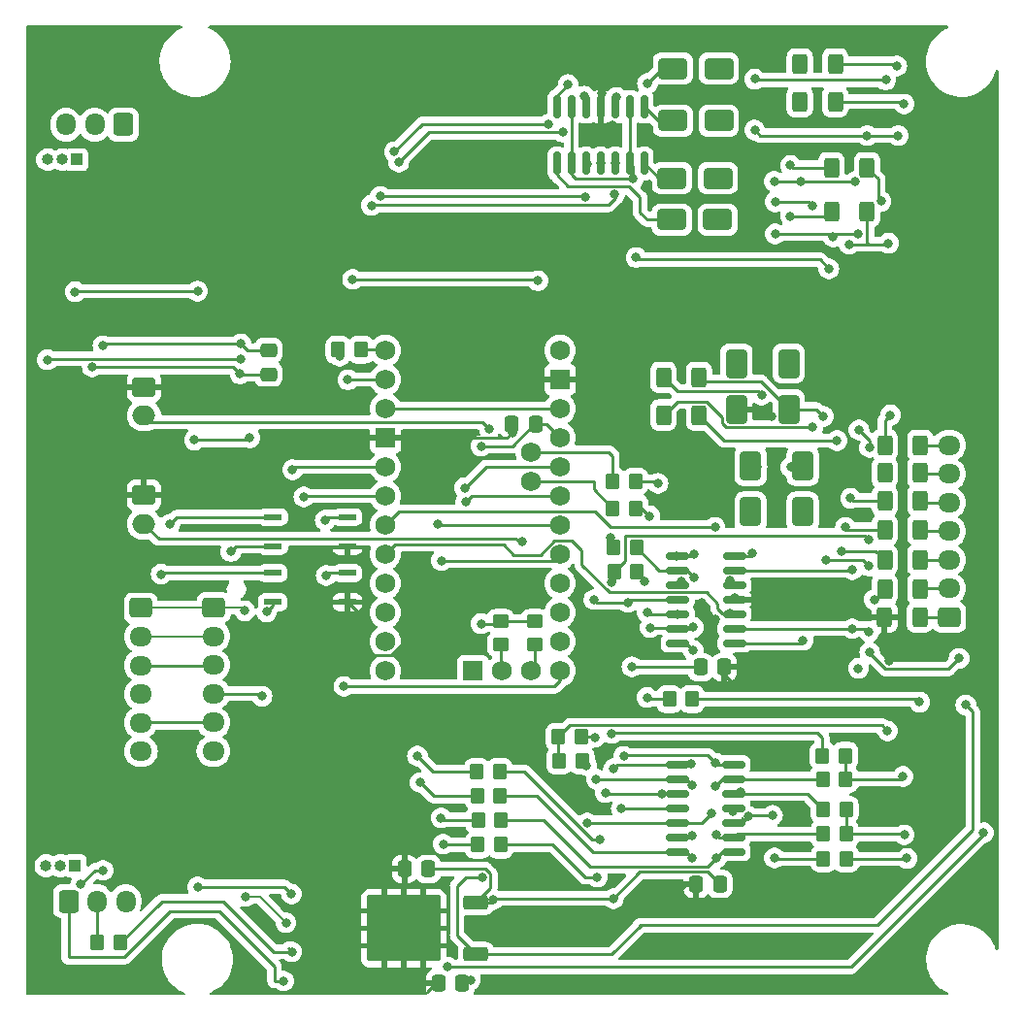
<source format=gbr>
%TF.GenerationSoftware,KiCad,Pcbnew,7.0.9*%
%TF.CreationDate,2024-01-03T22:11:43+05:30*%
%TF.ProjectId,BMS OPAMP,424d5320-4f50-4414-9d50-2e6b69636164,rev?*%
%TF.SameCoordinates,Original*%
%TF.FileFunction,Copper,L2,Bot*%
%TF.FilePolarity,Positive*%
%FSLAX46Y46*%
G04 Gerber Fmt 4.6, Leading zero omitted, Abs format (unit mm)*
G04 Created by KiCad (PCBNEW 7.0.9) date 2024-01-03 22:11:43*
%MOMM*%
%LPD*%
G01*
G04 APERTURE LIST*
G04 Aperture macros list*
%AMRoundRect*
0 Rectangle with rounded corners*
0 $1 Rounding radius*
0 $2 $3 $4 $5 $6 $7 $8 $9 X,Y pos of 4 corners*
0 Add a 4 corners polygon primitive as box body*
4,1,4,$2,$3,$4,$5,$6,$7,$8,$9,$2,$3,0*
0 Add four circle primitives for the rounded corners*
1,1,$1+$1,$2,$3*
1,1,$1+$1,$4,$5*
1,1,$1+$1,$6,$7*
1,1,$1+$1,$8,$9*
0 Add four rect primitives between the rounded corners*
20,1,$1+$1,$2,$3,$4,$5,0*
20,1,$1+$1,$4,$5,$6,$7,0*
20,1,$1+$1,$6,$7,$8,$9,0*
20,1,$1+$1,$8,$9,$2,$3,0*%
G04 Aperture macros list end*
%TA.AperFunction,ComponentPad*%
%ADD10C,1.727200*%
%TD*%
%TA.AperFunction,ComponentPad*%
%ADD11R,1.727200X1.727200*%
%TD*%
%TA.AperFunction,ComponentPad*%
%ADD12RoundRect,0.250000X-0.725000X0.600000X-0.725000X-0.600000X0.725000X-0.600000X0.725000X0.600000X0*%
%TD*%
%TA.AperFunction,ComponentPad*%
%ADD13O,1.950000X1.700000*%
%TD*%
%TA.AperFunction,ComponentPad*%
%ADD14RoundRect,0.250000X0.600000X0.725000X-0.600000X0.725000X-0.600000X-0.725000X0.600000X-0.725000X0*%
%TD*%
%TA.AperFunction,ComponentPad*%
%ADD15O,1.700000X1.950000*%
%TD*%
%TA.AperFunction,ComponentPad*%
%ADD16RoundRect,0.250000X-0.750000X0.600000X-0.750000X-0.600000X0.750000X-0.600000X0.750000X0.600000X0*%
%TD*%
%TA.AperFunction,ComponentPad*%
%ADD17O,2.000000X1.700000*%
%TD*%
%TA.AperFunction,ComponentPad*%
%ADD18RoundRect,0.250000X0.725000X-0.600000X0.725000X0.600000X-0.725000X0.600000X-0.725000X-0.600000X0*%
%TD*%
%TA.AperFunction,ComponentPad*%
%ADD19RoundRect,0.250000X-0.600000X-0.725000X0.600000X-0.725000X0.600000X0.725000X-0.600000X0.725000X0*%
%TD*%
%TA.AperFunction,SMDPad,CuDef*%
%ADD20RoundRect,0.250000X0.400000X0.625000X-0.400000X0.625000X-0.400000X-0.625000X0.400000X-0.625000X0*%
%TD*%
%TA.AperFunction,SMDPad,CuDef*%
%ADD21RoundRect,0.137500X0.662500X0.137500X-0.662500X0.137500X-0.662500X-0.137500X0.662500X-0.137500X0*%
%TD*%
%TA.AperFunction,SMDPad,CuDef*%
%ADD22RoundRect,0.250000X-0.350000X-0.450000X0.350000X-0.450000X0.350000X0.450000X-0.350000X0.450000X0*%
%TD*%
%TA.AperFunction,SMDPad,CuDef*%
%ADD23RoundRect,0.150000X0.150000X-0.825000X0.150000X0.825000X-0.150000X0.825000X-0.150000X-0.825000X0*%
%TD*%
%TA.AperFunction,ComponentPad*%
%ADD24R,1.000000X1.000000*%
%TD*%
%TA.AperFunction,ComponentPad*%
%ADD25O,1.000000X1.000000*%
%TD*%
%TA.AperFunction,SMDPad,CuDef*%
%ADD26RoundRect,0.250000X-0.650000X1.000000X-0.650000X-1.000000X0.650000X-1.000000X0.650000X1.000000X0*%
%TD*%
%TA.AperFunction,SMDPad,CuDef*%
%ADD27RoundRect,0.150000X-0.825000X-0.150000X0.825000X-0.150000X0.825000X0.150000X-0.825000X0.150000X0*%
%TD*%
%TA.AperFunction,SMDPad,CuDef*%
%ADD28RoundRect,0.250000X0.350000X0.450000X-0.350000X0.450000X-0.350000X-0.450000X0.350000X-0.450000X0*%
%TD*%
%TA.AperFunction,SMDPad,CuDef*%
%ADD29RoundRect,0.250000X-0.400000X-0.625000X0.400000X-0.625000X0.400000X0.625000X-0.400000X0.625000X0*%
%TD*%
%TA.AperFunction,SMDPad,CuDef*%
%ADD30RoundRect,0.250000X1.000000X0.650000X-1.000000X0.650000X-1.000000X-0.650000X1.000000X-0.650000X0*%
%TD*%
%TA.AperFunction,SMDPad,CuDef*%
%ADD31RoundRect,0.250000X0.475000X-0.337500X0.475000X0.337500X-0.475000X0.337500X-0.475000X-0.337500X0*%
%TD*%
%TA.AperFunction,SMDPad,CuDef*%
%ADD32RoundRect,0.250000X-0.450000X0.350000X-0.450000X-0.350000X0.450000X-0.350000X0.450000X0.350000X0*%
%TD*%
%TA.AperFunction,SMDPad,CuDef*%
%ADD33RoundRect,0.250000X0.337500X0.475000X-0.337500X0.475000X-0.337500X-0.475000X0.337500X-0.475000X0*%
%TD*%
%TA.AperFunction,SMDPad,CuDef*%
%ADD34RoundRect,0.250000X0.850000X0.350000X-0.850000X0.350000X-0.850000X-0.350000X0.850000X-0.350000X0*%
%TD*%
%TA.AperFunction,SMDPad,CuDef*%
%ADD35RoundRect,0.250000X1.275000X1.125000X-1.275000X1.125000X-1.275000X-1.125000X1.275000X-1.125000X0*%
%TD*%
%TA.AperFunction,SMDPad,CuDef*%
%ADD36RoundRect,0.249997X2.950003X2.650003X-2.950003X2.650003X-2.950003X-2.650003X2.950003X-2.650003X0*%
%TD*%
%TA.AperFunction,SMDPad,CuDef*%
%ADD37RoundRect,0.250000X-0.337500X-0.475000X0.337500X-0.475000X0.337500X0.475000X-0.337500X0.475000X0*%
%TD*%
%TA.AperFunction,ViaPad*%
%ADD38C,0.800000*%
%TD*%
%TA.AperFunction,Conductor*%
%ADD39C,0.250000*%
%TD*%
%TA.AperFunction,Conductor*%
%ADD40C,0.200000*%
%TD*%
G04 APERTURE END LIST*
D10*
%TO.P,A1,A0,A0*%
%TO.N,A0*%
X69215000Y-62103000D03*
%TO.P,A1,A1,A1*%
%TO.N,A1*%
X69215000Y-59563000D03*
%TO.P,A1,A2,A2*%
%TO.N,A2*%
X69215000Y-57023000D03*
%TO.P,A1,A3,A3*%
%TO.N,A3*%
X69215000Y-54483000D03*
%TO.P,A1,A4,A4/SDA*%
%TO.N,A4*%
X66675000Y-55753000D03*
%TO.P,A1,A5,A5/SCL*%
%TO.N,A5*%
X66675000Y-53213000D03*
%TO.P,A1,A6,A6*%
%TO.N,A6*%
X64135000Y-72263000D03*
%TO.P,A1,A7,A7*%
%TO.N,A7*%
X66675000Y-72263000D03*
%TO.P,A1,D0,D0/RX*%
%TO.N,DRX*%
X53975000Y-46863000D03*
%TO.P,A1,D1,D1/TX*%
%TO.N,DTX*%
X53975000Y-44323000D03*
%TO.P,A1,D2,D2_INT0*%
%TO.N,CHARGEALLOW*%
X53975000Y-54483000D03*
%TO.P,A1,D3,D3_INT1*%
%TO.N,DISCHARGEALLOW*%
X53975000Y-57023000D03*
%TO.P,A1,D4,D4*%
%TO.N,D0*%
X53975000Y-59563000D03*
%TO.P,A1,D5,D5*%
%TO.N,D1*%
X53975000Y-62103000D03*
%TO.P,A1,D6,D6*%
%TO.N,D2*%
X53975000Y-64643000D03*
%TO.P,A1,D7,D7*%
%TO.N,D3*%
X53975000Y-67183000D03*
%TO.P,A1,D8,D8*%
%TO.N,D4*%
X53975000Y-69723000D03*
%TO.P,A1,D9,D9*%
%TO.N,D5*%
X53975000Y-72263000D03*
%TO.P,A1,D10,D10_CS*%
%TO.N,DCHG*%
X69215000Y-72263000D03*
%TO.P,A1,D11,D11_MOSI*%
%TO.N,unconnected-(A1-D11_MOSI-PadD11)*%
X69215000Y-69723000D03*
%TO.P,A1,D12,D12_MISO*%
%TO.N,unconnected-(A1-D12_MISO-PadD12)*%
X69215000Y-67183000D03*
%TO.P,A1,D13,D13_SCK*%
%TO.N,unconnected-(A1-D13_SCK-PadD13)*%
X69215000Y-64643000D03*
D11*
%TO.P,A1,GND1,GND*%
%TO.N,B0*%
X53975000Y-51943000D03*
%TO.P,A1,GND2,GND*%
X69215000Y-46863000D03*
%TO.P,A1,GND3*%
%TO.N,N/C*%
X61595000Y-72263000D03*
D10*
%TO.P,A1,RAW,RAW*%
%TO.N,unconnected-(A1-PadRAW)*%
X69215000Y-44323000D03*
%TO.P,A1,RST1,RESET*%
%TO.N,Net-(A1-RESET-PadRST1)*%
X53975000Y-49403000D03*
%TO.P,A1,RST2,RESET*%
X69215000Y-49403000D03*
%TO.P,A1,Vcc1,Vcc*%
%TO.N,5V*%
X69215000Y-51943000D03*
%TD*%
D12*
%TO.P,J1,1,Pin_1*%
%TO.N,CHGDT-*%
X32639000Y-66802000D03*
D13*
%TO.P,J1,2,Pin_2*%
%TO.N,CHGDT+*%
X32639000Y-69302000D03*
%TO.P,J1,3,Pin_3*%
%TO.N,Net-(J1-Pin_3)*%
X32639000Y-71802000D03*
%TO.P,J1,4,Pin_4*%
%TO.N,Net-(J1-Pin_4)*%
X32639000Y-74302000D03*
%TO.P,J1,5,Pin_5*%
%TO.N,Net-(J1-Pin_5)*%
X32639000Y-76802000D03*
%TO.P,J1,6,Pin_6*%
%TO.N,Net-(J1-Pin_6)*%
X32639000Y-79302000D03*
%TD*%
D14*
%TO.P,J4,1,Pin_1*%
%TO.N,DIN_GND*%
X31115000Y-24638000D03*
D15*
%TO.P,J4,2,Pin_2*%
%TO.N,DIN_VCC*%
X28615000Y-24638000D03*
%TO.P,J4,3,Pin_3*%
%TO.N,Net-(J4-Pin_3)*%
X26115000Y-24638000D03*
%TD*%
D16*
%TO.P,J7,1,Pin_1*%
%TO.N,B0*%
X32914000Y-47518000D03*
D17*
%TO.P,J7,2,Pin_2*%
%TO.N,A6*%
X32914000Y-50018000D03*
%TD*%
D16*
%TO.P,J8,1,Pin_1*%
%TO.N,B0*%
X32914000Y-56968000D03*
D17*
%TO.P,J8,2,Pin_2*%
%TO.N,A7*%
X32914000Y-59468000D03*
%TD*%
D18*
%TO.P,J9,1,Pin_1*%
%TO.N,Net-(J9-Pin_1)*%
X103148800Y-67603400D03*
D13*
%TO.P,J9,2,Pin_2*%
%TO.N,Net-(J9-Pin_2)*%
X103148800Y-65103400D03*
%TO.P,J9,3,Pin_3*%
%TO.N,Net-(J9-Pin_3)*%
X103148800Y-62603400D03*
%TO.P,J9,4,Pin_4*%
%TO.N,Net-(J9-Pin_4)*%
X103148800Y-60103400D03*
%TO.P,J9,5,Pin_5*%
%TO.N,Net-(J9-Pin_5)*%
X103148800Y-57603400D03*
%TO.P,J9,6,Pin_6*%
%TO.N,Net-(J9-Pin_6)*%
X103148800Y-55103400D03*
%TO.P,J9,7,Pin_7*%
%TO.N,Net-(J9-Pin_7)*%
X103148800Y-52603400D03*
%TD*%
D19*
%TO.P,J3,1,Pin_1*%
%TO.N,DIN_GND*%
X26329000Y-92384000D03*
D15*
%TO.P,J3,2,Pin_2*%
%TO.N,DIN_VCC*%
X28829000Y-92384000D03*
%TO.P,J3,3,Pin_3*%
%TO.N,Net-(J3-Pin_3)*%
X31329000Y-92384000D03*
%TD*%
D20*
%TO.P,R63,1*%
%TO.N,B6*%
X93218000Y-22619400D03*
%TO.P,R63,2*%
%TO.N,Net-(Q7-C)*%
X90118000Y-22619400D03*
%TD*%
D21*
%TO.P,U3,1*%
%TO.N,Net-(R10-Pad1)*%
X50671800Y-58877200D03*
%TO.P,U3,3*%
%TO.N,B0*%
X50671800Y-61417200D03*
%TO.P,U3,4*%
%TO.N,Net-(J2-Pin_6)*%
X44171800Y-61417200D03*
%TO.P,U3,6*%
%TO.N,Net-(J1-Pin_6)*%
X44171800Y-58877200D03*
%TD*%
D20*
%TO.P,R57,1*%
%TO.N,B4*%
X95986600Y-32220600D03*
%TO.P,R57,2*%
%TO.N,Net-(Q5-C)*%
X92886600Y-32220600D03*
%TD*%
D22*
%TO.P,R37,1*%
%TO.N,Net-(D19-A)*%
X73853800Y-61508000D03*
%TO.P,R37,2*%
%TO.N,Net-(U10B--)*%
X75853800Y-61508000D03*
%TD*%
D23*
%TO.P,U11,1*%
%TO.N,Net-(D11-A)*%
X76555000Y-28027400D03*
%TO.P,U11,2,-*%
%TO.N,Vref*%
X75285000Y-28027400D03*
%TO.P,U11,3,+*%
%TO.N,D2*%
X74015000Y-28027400D03*
%TO.P,U11,4,V+*%
%TO.N,POW*%
X72745000Y-28027400D03*
%TO.P,U11,5,+*%
%TO.N,D3*%
X71475000Y-28027400D03*
%TO.P,U11,6,-*%
%TO.N,Vref*%
X70205000Y-28027400D03*
%TO.P,U11,7*%
%TO.N,Net-(D12-A)*%
X68935000Y-28027400D03*
%TO.P,U11,8*%
%TO.N,Net-(D15-A)*%
X68935000Y-23077400D03*
%TO.P,U11,9,-*%
%TO.N,Vref*%
X70205000Y-23077400D03*
%TO.P,U11,10,+*%
%TO.N,D4*%
X71475000Y-23077400D03*
%TO.P,U11,11,V-*%
%TO.N,B0*%
X72745000Y-23077400D03*
%TO.P,U11,12,+*%
%TO.N,D5*%
X74015000Y-23077400D03*
%TO.P,U11,13,-*%
%TO.N,Vref*%
X75285000Y-23077400D03*
%TO.P,U11,14*%
%TO.N,Net-(D16-A)*%
X76555000Y-23077400D03*
%TD*%
D24*
%TO.P,J6,1,Pin_1*%
%TO.N,DIN*%
X26908000Y-89281000D03*
D25*
%TO.P,J6,2,Pin_2*%
%TO.N,Net-(J3-Pin_3)*%
X25638000Y-89281000D03*
%TO.P,J6,3,Pin_3*%
%TO.N,DOUT*%
X24368000Y-89281000D03*
%TD*%
D26*
%TO.P,D7,1,K*%
%TO.N,Net-(D7-K)*%
X85823200Y-54394600D03*
%TO.P,D7,2,A*%
%TO.N,Net-(D7-A)*%
X85823200Y-58394600D03*
%TD*%
%TO.P,D10,1,K*%
%TO.N,Net-(D10-K)*%
X89157400Y-45472600D03*
%TO.P,D10,2,A*%
%TO.N,B1*%
X89157400Y-49472600D03*
%TD*%
D27*
%TO.P,U10,1*%
%TO.N,Net-(R40-Pad2)*%
X79476600Y-69875400D03*
%TO.P,U10,2,-*%
%TO.N,Net-(U10A--)*%
X79476600Y-68605400D03*
%TO.P,U10,3,+*%
%TO.N,Net-(U10A-+)*%
X79476600Y-67335400D03*
%TO.P,U10,4,V+*%
%TO.N,POW*%
X79476600Y-66065400D03*
%TO.P,U10,5,+*%
%TO.N,Net-(U10B-+)*%
X79476600Y-64795400D03*
%TO.P,U10,6,-*%
%TO.N,Net-(U10B--)*%
X79476600Y-63525400D03*
%TO.P,U10,7*%
%TO.N,Net-(R41-Pad2)*%
X79476600Y-62255400D03*
%TO.P,U10,8*%
%TO.N,Net-(D7-A)*%
X84426600Y-62255400D03*
%TO.P,U10,9,-*%
%TO.N,Vref*%
X84426600Y-63525400D03*
%TO.P,U10,10,+*%
%TO.N,D0*%
X84426600Y-64795400D03*
%TO.P,U10,11,V-*%
%TO.N,B0*%
X84426600Y-66065400D03*
%TO.P,U10,12,+*%
%TO.N,D1*%
X84426600Y-67335400D03*
%TO.P,U10,13,-*%
%TO.N,Vref*%
X84426600Y-68605400D03*
%TO.P,U10,14*%
%TO.N,Net-(D8-A)*%
X84426600Y-69875400D03*
%TD*%
D28*
%TO.P,R15,1*%
%TO.N,B2*%
X94116400Y-81737200D03*
%TO.P,R15,2*%
%TO.N,Net-(U9C--)*%
X92116400Y-81737200D03*
%TD*%
D22*
%TO.P,R12,1*%
%TO.N,B1*%
X69120000Y-80111600D03*
%TO.P,R12,2*%
%TO.N,Net-(U9A-+)*%
X71120000Y-80111600D03*
%TD*%
D28*
%TO.P,R42,1*%
%TO.N,Net-(R40-Pad2)*%
X75803000Y-58089800D03*
%TO.P,R42,2*%
%TO.N,A4*%
X73803000Y-58089800D03*
%TD*%
D22*
%TO.P,R19,1*%
%TO.N,B1*%
X69043800Y-78054200D03*
%TO.P,R19,2*%
%TO.N,Net-(U9B--)*%
X71043800Y-78054200D03*
%TD*%
D29*
%TO.P,F2,1*%
%TO.N,B5*%
X97534800Y-55016400D03*
%TO.P,F2,2*%
%TO.N,Net-(J9-Pin_6)*%
X100634800Y-55016400D03*
%TD*%
D30*
%TO.P,D16,1,K*%
%TO.N,Net-(D16-K)*%
X83050800Y-24285800D03*
%TO.P,D16,2,A*%
%TO.N,Net-(D16-A)*%
X79050800Y-24285800D03*
%TD*%
D22*
%TO.P,R9,1*%
%TO.N,Net-(U7-A)*%
X49850800Y-44272200D03*
%TO.P,R9,2*%
%TO.N,DTX*%
X51850800Y-44272200D03*
%TD*%
D31*
%TO.P,C7,1*%
%TO.N,DIN_VCC*%
X43764200Y-46401900D03*
%TO.P,C7,2*%
%TO.N,DIN_GND*%
X43764200Y-44326900D03*
%TD*%
D32*
%TO.P,R33,1*%
%TO.N,5V*%
X66979800Y-67986400D03*
%TO.P,R33,2*%
%TO.N,A7*%
X66979800Y-69986400D03*
%TD*%
D30*
%TO.P,D11,1,K*%
%TO.N,Net-(D11-K)*%
X82974600Y-29311600D03*
%TO.P,D11,2,A*%
%TO.N,Net-(D11-A)*%
X78974600Y-29311600D03*
%TD*%
D20*
%TO.P,R62,1*%
%TO.N,B5*%
X93218000Y-19329400D03*
%TO.P,R62,2*%
%TO.N,Net-(Q6-C)*%
X90118000Y-19329400D03*
%TD*%
D33*
%TO.P,C9,1*%
%TO.N,5V*%
X60676700Y-99542600D03*
%TO.P,C9,2*%
%TO.N,B0*%
X58601700Y-99542600D03*
%TD*%
D28*
%TO.P,R29,1*%
%TO.N,Net-(R25-Pad2)*%
X64042800Y-87452200D03*
%TO.P,R29,2*%
%TO.N,A2*%
X62042800Y-87452200D03*
%TD*%
D29*
%TO.P,F4,1*%
%TO.N,B3*%
X97534800Y-59969400D03*
%TO.P,F4,2*%
%TO.N,Net-(J9-Pin_4)*%
X100634800Y-59969400D03*
%TD*%
D28*
%TO.P,R31,1*%
%TO.N,Net-(R27-Pad2)*%
X63966600Y-81076800D03*
%TO.P,R31,2*%
%TO.N,A1*%
X61966600Y-81076800D03*
%TD*%
D20*
%TO.P,R48,1*%
%TO.N,B1*%
X81331400Y-46685200D03*
%TO.P,R48,2*%
%TO.N,Net-(Q2-C)*%
X78231400Y-46685200D03*
%TD*%
%TO.P,R49,1*%
%TO.N,B2*%
X81331400Y-49975200D03*
%TO.P,R49,2*%
%TO.N,Net-(Q3-C)*%
X78231400Y-49975200D03*
%TD*%
D28*
%TO.P,R2,1*%
%TO.N,Net-(R2-Pad1)*%
X30845000Y-96012000D03*
%TO.P,R2,2*%
%TO.N,DIN_VCC*%
X28845000Y-96012000D03*
%TD*%
%TO.P,R16,1*%
%TO.N,B4*%
X94192600Y-88696800D03*
%TO.P,R16,2*%
%TO.N,Net-(U9D-+)*%
X92192600Y-88696800D03*
%TD*%
D33*
%TO.P,C8,1*%
%TO.N,POW*%
X57704900Y-89560400D03*
%TO.P,C8,2*%
%TO.N,B0*%
X55629900Y-89560400D03*
%TD*%
D28*
%TO.P,R35,1*%
%TO.N,B4*%
X80740000Y-74752200D03*
%TO.P,R35,2*%
%TO.N,Net-(U10A--)*%
X78740000Y-74752200D03*
%TD*%
D30*
%TO.P,D12,1,K*%
%TO.N,Net-(D12-K)*%
X82949200Y-32918400D03*
%TO.P,D12,2,A*%
%TO.N,Net-(D12-A)*%
X78949200Y-32918400D03*
%TD*%
D29*
%TO.P,F1,1*%
%TO.N,B6*%
X97534800Y-52603400D03*
%TO.P,F1,2*%
%TO.N,Net-(J9-Pin_7)*%
X100634800Y-52603400D03*
%TD*%
D27*
%TO.P,U9,1*%
%TO.N,Net-(R24-Pad2)*%
X79414600Y-88087200D03*
%TO.P,U9,2,-*%
%TO.N,Net-(U9A--)*%
X79414600Y-86817200D03*
%TO.P,U9,3,+*%
%TO.N,Net-(U9A-+)*%
X79414600Y-85547200D03*
%TO.P,U9,4,V+*%
%TO.N,POW*%
X79414600Y-84277200D03*
%TO.P,U9,5,+*%
%TO.N,Net-(U9B-+)*%
X79414600Y-83007200D03*
%TO.P,U9,6,-*%
%TO.N,Net-(U9B--)*%
X79414600Y-81737200D03*
%TO.P,U9,7*%
%TO.N,Net-(R27-Pad2)*%
X79414600Y-80467200D03*
%TO.P,U9,8*%
%TO.N,Net-(R25-Pad2)*%
X84364600Y-80467200D03*
%TO.P,U9,9,-*%
%TO.N,Net-(U9C--)*%
X84364600Y-81737200D03*
%TO.P,U9,10,+*%
%TO.N,Net-(U9C-+)*%
X84364600Y-83007200D03*
%TO.P,U9,11,V-*%
%TO.N,B0*%
X84364600Y-84277200D03*
%TO.P,U9,12,+*%
%TO.N,Net-(U9D-+)*%
X84364600Y-85547200D03*
%TO.P,U9,13,-*%
%TO.N,Net-(U9D--)*%
X84364600Y-86817200D03*
%TO.P,U9,14*%
%TO.N,Net-(R26-Pad2)*%
X84364600Y-88087200D03*
%TD*%
D12*
%TO.P,J2,1,Pin_1*%
%TO.N,CHGDT-*%
X38972000Y-66775000D03*
D13*
%TO.P,J2,2,Pin_2*%
%TO.N,CHGDT+*%
X38972000Y-69275000D03*
%TO.P,J2,3,Pin_3*%
%TO.N,Net-(J1-Pin_3)*%
X38972000Y-71775000D03*
%TO.P,J2,4,Pin_4*%
%TO.N,Net-(J2-Pin_4)*%
X38972000Y-74275000D03*
%TO.P,J2,5,Pin_5*%
%TO.N,Net-(J1-Pin_5)*%
X38972000Y-76775000D03*
%TO.P,J2,6,Pin_6*%
%TO.N,Net-(J2-Pin_6)*%
X38972000Y-79275000D03*
%TD*%
D20*
%TO.P,R56,1*%
%TO.N,B3*%
X95986600Y-28397200D03*
%TO.P,R56,2*%
%TO.N,Net-(Q4-C)*%
X92886600Y-28397200D03*
%TD*%
D34*
%TO.P,U8,1,VI*%
%TO.N,POW*%
X61875200Y-92462000D03*
D35*
%TO.P,U8,2,GND*%
%TO.N,B0*%
X57250200Y-96267000D03*
X57250200Y-93217000D03*
D36*
X55575200Y-94742000D03*
D35*
X53900200Y-96267000D03*
X53900200Y-93217000D03*
D34*
%TO.P,U8,3,VO*%
%TO.N,5V*%
X61875200Y-97022000D03*
%TD*%
D28*
%TO.P,R28,1*%
%TO.N,Net-(R24-Pad2)*%
X63992000Y-83210400D03*
%TO.P,R28,2*%
%TO.N,A0*%
X61992000Y-83210400D03*
%TD*%
%TO.P,R18,1*%
%TO.N,B2*%
X94091000Y-79679800D03*
%TO.P,R18,2*%
%TO.N,Net-(U9B-+)*%
X92091000Y-79679800D03*
%TD*%
D24*
%TO.P,J5,1,Pin_1*%
%TO.N,DIN*%
X27051000Y-27686000D03*
D25*
%TO.P,J5,2,Pin_2*%
%TO.N,Net-(J4-Pin_3)*%
X25781000Y-27686000D03*
%TO.P,J5,3,Pin_3*%
%TO.N,DOUT*%
X24511000Y-27686000D03*
%TD*%
D26*
%TO.P,D9,1,K*%
%TO.N,Net-(D9-K)*%
X84607400Y-45472600D03*
%TO.P,D9,2,A*%
%TO.N,B0*%
X84607400Y-49472600D03*
%TD*%
D21*
%TO.P,U5,1*%
%TO.N,Net-(R11-Pad2)*%
X50646400Y-63754000D03*
%TO.P,U5,3*%
%TO.N,B0*%
X50646400Y-66294000D03*
%TO.P,U5,4*%
%TO.N,Net-(J2-Pin_4)*%
X44146400Y-66294000D03*
%TO.P,U5,6*%
%TO.N,Net-(J1-Pin_4)*%
X44146400Y-63754000D03*
%TD*%
D28*
%TO.P,R30,1*%
%TO.N,Net-(R26-Pad2)*%
X64068200Y-85293200D03*
%TO.P,R30,2*%
%TO.N,A3*%
X62068200Y-85293200D03*
%TD*%
D29*
%TO.P,F7,1*%
%TO.N,B0*%
X97508800Y-67589400D03*
%TO.P,F7,2*%
%TO.N,Net-(J9-Pin_1)*%
X100608800Y-67589400D03*
%TD*%
D26*
%TO.P,D8,1,K*%
%TO.N,Net-(D8-K)*%
X90373200Y-54394600D03*
%TO.P,D8,2,A*%
%TO.N,Net-(D8-A)*%
X90373200Y-58394600D03*
%TD*%
D28*
%TO.P,R17,1*%
%TO.N,B3*%
X94167200Y-86512400D03*
%TO.P,R17,2*%
%TO.N,Net-(U9D--)*%
X92167200Y-86512400D03*
%TD*%
D29*
%TO.P,F3,1*%
%TO.N,B4*%
X97534800Y-57429400D03*
%TO.P,F3,2*%
%TO.N,Net-(J9-Pin_5)*%
X100634800Y-57429400D03*
%TD*%
%TO.P,F5,1*%
%TO.N,B2*%
X97534800Y-62636400D03*
%TO.P,F5,2*%
%TO.N,Net-(J9-Pin_3)*%
X100634800Y-62636400D03*
%TD*%
D22*
%TO.P,R34,1*%
%TO.N,B5*%
X73930000Y-63652400D03*
%TO.P,R34,2*%
%TO.N,Net-(U10A-+)*%
X75930000Y-63652400D03*
%TD*%
D33*
%TO.P,C13,1*%
%TO.N,POW*%
X83155700Y-90881200D03*
%TO.P,C13,2*%
%TO.N,B0*%
X81080700Y-90881200D03*
%TD*%
D28*
%TO.P,R43,1*%
%TO.N,Net-(R41-Pad2)*%
X75777600Y-55753000D03*
%TO.P,R43,2*%
%TO.N,A5*%
X73777600Y-55753000D03*
%TD*%
D29*
%TO.P,F6,1*%
%TO.N,B1*%
X97534800Y-65176400D03*
%TO.P,F6,2*%
%TO.N,Net-(J9-Pin_2)*%
X100634800Y-65176400D03*
%TD*%
D37*
%TO.P,C11,1*%
%TO.N,POW*%
X81461700Y-71958200D03*
%TO.P,C11,2*%
%TO.N,B0*%
X83536700Y-71958200D03*
%TD*%
D32*
%TO.P,R32,1*%
%TO.N,5V*%
X64029800Y-67986400D03*
%TO.P,R32,2*%
%TO.N,A6*%
X64029800Y-69986400D03*
%TD*%
D33*
%TO.P,C12,1*%
%TO.N,5V*%
X67077500Y-50749200D03*
%TO.P,C12,2*%
%TO.N,B0*%
X65002500Y-50749200D03*
%TD*%
D30*
%TO.P,D15,1,K*%
%TO.N,Net-(D15-K)*%
X83050800Y-19735800D03*
%TO.P,D15,2,A*%
%TO.N,Net-(D15-A)*%
X79050800Y-19735800D03*
%TD*%
D28*
%TO.P,R14,1*%
%TO.N,B3*%
X94141800Y-84378800D03*
%TO.P,R14,2*%
%TO.N,Net-(U9C-+)*%
X92141800Y-84378800D03*
%TD*%
D38*
%TO.N,A0*%
X56997600Y-82016600D03*
X58863900Y-62661800D03*
%TO.N,A1*%
X58572400Y-59512200D03*
X56769000Y-79705200D03*
%TO.N,A2*%
X60985400Y-57531000D03*
X59004200Y-87401400D03*
%TO.N,A3*%
X58826400Y-85115400D03*
X60883800Y-56311800D03*
%TO.N,A4*%
X73803000Y-58089800D03*
%TO.N,A5*%
X73777600Y-55753000D03*
%TO.N,A6*%
X63042800Y-51206400D03*
%TO.N,A7*%
X65887600Y-61010800D03*
%TO.N,DRX*%
X50698400Y-46888400D03*
%TO.N,CHARGEALLOW*%
X45872400Y-54737000D03*
%TO.N,DISCHARGEALLOW*%
X46863000Y-57099200D03*
%TO.N,D0*%
X82727800Y-59758500D03*
X83988400Y-64424900D03*
%TO.N,D1*%
X83988400Y-67237400D03*
%TO.N,D2*%
X74015000Y-28027400D03*
X52755800Y-31673800D03*
X73986159Y-30699889D03*
%TO.N,D3*%
X53531000Y-30886400D03*
X71398800Y-30923900D03*
X71551200Y-28051000D03*
%TO.N,D4*%
X71348000Y-22148800D03*
X54756266Y-26992865D03*
X68223800Y-24573900D03*
%TO.N,DCHG*%
X50342800Y-73634600D03*
%TO.N,D5*%
X74142000Y-22250400D03*
X69480500Y-25298400D03*
X55142800Y-27914600D03*
%TO.N,B0*%
X99390200Y-51028600D03*
X81559400Y-66344800D03*
X25654000Y-84836000D03*
X87657900Y-50086500D03*
X73710200Y-25755600D03*
X84429260Y-65941570D03*
X97891600Y-71395500D03*
X84247700Y-84505800D03*
X89255600Y-84658200D03*
X86360000Y-88163400D03*
X27787600Y-84480400D03*
X73811800Y-24663400D03*
X87628682Y-80218741D03*
X65024000Y-51485800D03*
X65405000Y-46863000D03*
X78359000Y-92744800D03*
X82794362Y-67789337D03*
X27863800Y-42646600D03*
X71551200Y-26136600D03*
X72821200Y-21859500D03*
X81813400Y-95986600D03*
%TO.N,5V*%
X62318300Y-52667500D03*
X104606600Y-75260200D03*
X51104800Y-38125400D03*
X61391800Y-99237800D03*
X67284600Y-38252400D03*
X62318300Y-68173600D03*
X62407800Y-90297000D03*
X61875200Y-97022000D03*
%TO.N,B5*%
X86183900Y-25110400D03*
X96152300Y-60807600D03*
X96202699Y-52806199D03*
X95275400Y-51257200D03*
X73698751Y-64597648D03*
X98710700Y-25591600D03*
X97707517Y-54689100D03*
X98576800Y-19507200D03*
X95986000Y-25591600D03*
%TO.N,B6*%
X98018600Y-49965700D03*
X59359800Y-98120200D03*
X99211800Y-22834600D03*
X106146600Y-86410800D03*
X95224600Y-72059800D03*
%TO.N,B4*%
X94544900Y-57226200D03*
X86183900Y-20660400D03*
X97611600Y-20726400D03*
X97534800Y-57429400D03*
X99466400Y-88646000D03*
X97840200Y-34975800D03*
X100566100Y-75006200D03*
X94437200Y-35057238D03*
%TO.N,B3*%
X97534800Y-59969400D03*
X95186200Y-34146800D03*
X97194251Y-31319063D03*
X99237800Y-86588600D03*
X87985000Y-34163000D03*
X94094900Y-59758500D03*
X93021472Y-34421300D03*
%TO.N,B2*%
X97568743Y-62785900D03*
X87881300Y-29596800D03*
X93370400Y-52197000D03*
X94944600Y-29596800D03*
X90220200Y-29596800D03*
X93726000Y-61823600D03*
X99117100Y-81483200D03*
%TO.N,B1*%
X69043800Y-78054200D03*
X96606413Y-66065422D03*
X92186800Y-50086500D03*
X97764600Y-77520800D03*
X92405200Y-62611000D03*
X96152300Y-63144400D03*
%TO.N,DIN_VCC*%
X28409300Y-45784100D03*
X41300400Y-46380400D03*
%TO.N,DIN_GND*%
X29339500Y-43916600D03*
X27381200Y-90932000D03*
X45085000Y-99339400D03*
X41376600Y-43764200D03*
X29339500Y-89687400D03*
%TO.N,POW*%
X73863200Y-92151200D03*
X72745000Y-28027400D03*
X75133200Y-66319400D03*
X63373000Y-92252800D03*
X72161400Y-66065400D03*
X74549000Y-84302600D03*
X75477200Y-71932800D03*
%TO.N,Net-(U9A-+)*%
X71577200Y-85547200D03*
X71513100Y-80543400D03*
X82391000Y-84709000D03*
%TO.N,Net-(U9A--)*%
X80721200Y-86630000D03*
%TO.N,Net-(U9C-+)*%
X84953600Y-82854800D03*
%TO.N,Net-(U9C--)*%
X82778600Y-82330800D03*
%TO.N,Net-(U9D-+)*%
X85670437Y-85004919D03*
X87731600Y-84886800D03*
X87909400Y-88595200D03*
%TO.N,Net-(U9D--)*%
X82854800Y-86604600D03*
%TO.N,Net-(U9B-+)*%
X73710800Y-77753700D03*
X78105000Y-83007200D03*
X73152000Y-82905600D03*
%TO.N,CHGDT-*%
X45288200Y-94259400D03*
X41706800Y-67056000D03*
X41783000Y-91973400D03*
%TO.N,Net-(J1-Pin_4)*%
X34417000Y-63855600D03*
%TO.N,Net-(J1-Pin_6)*%
X35153600Y-59486800D03*
%TO.N,Net-(J2-Pin_4)*%
X43611800Y-67132200D03*
X43205400Y-74498200D03*
%TO.N,Net-(J2-Pin_6)*%
X40487600Y-61874400D03*
%TO.N,DIN*%
X37592000Y-39166800D03*
X26908000Y-39217600D03*
%TO.N,DOUT*%
X24485600Y-45135800D03*
X41325800Y-45059600D03*
%TO.N,Net-(R1-Pad1)*%
X37592000Y-91135200D03*
X42141000Y-51968400D03*
X45772000Y-91744800D03*
X37312600Y-52146200D03*
%TO.N,Net-(R2-Pad1)*%
X45797400Y-96799400D03*
%TO.N,Net-(U7-A)*%
X49987200Y-44831000D03*
%TO.N,Net-(R10-Pad1)*%
X48726600Y-59131200D03*
%TO.N,Net-(R11-Pad2)*%
X48802800Y-63957200D03*
%TO.N,Net-(U9B--)*%
X80706738Y-82268926D03*
X72237600Y-78079600D03*
X72364600Y-81737200D03*
%TO.N,Net-(R24-Pad2)*%
X80721200Y-88630000D03*
%TO.N,Net-(R25-Pad2)*%
X74752200Y-79742700D03*
X82778600Y-80330800D03*
X72440800Y-90271600D03*
%TO.N,Net-(R26-Pad2)*%
X82854800Y-88604600D03*
%TO.N,Net-(R27-Pad2)*%
X80619600Y-80356200D03*
X72644000Y-87020400D03*
X73876500Y-80822800D03*
%TO.N,Net-(U10A-+)*%
X79476600Y-67335400D03*
X76809600Y-67157600D03*
X76606400Y-64465200D03*
%TO.N,Net-(U10A--)*%
X80822800Y-68494400D03*
X76809600Y-74599800D03*
X77063600Y-68503800D03*
%TO.N,Net-(U10B-+)*%
X79802700Y-64458684D03*
%TO.N,Net-(U10B--)*%
X80924400Y-64119000D03*
%TO.N,Net-(R40-Pad2)*%
X80822800Y-70494400D03*
X77024900Y-58775600D03*
%TO.N,Net-(R41-Pad2)*%
X80924400Y-62119000D03*
X79352700Y-62255400D03*
X77749400Y-55930800D03*
%TO.N,Net-(D7-K)*%
X86381800Y-54517800D03*
%TO.N,Net-(D7-A)*%
X85928200Y-62052200D03*
X85823200Y-58394600D03*
%TO.N,Net-(D8-K)*%
X89331800Y-54517800D03*
%TO.N,Net-(D8-A)*%
X90373200Y-58394600D03*
X90398600Y-69621400D03*
%TO.N,Net-(D9-K)*%
X84607400Y-45472600D03*
%TO.N,Net-(D10-K)*%
X89157400Y-45472600D03*
%TO.N,Net-(Q2-C)*%
X86786800Y-48211500D03*
%TO.N,Net-(Q3-C)*%
X91236800Y-51054000D03*
%TO.N,Vref*%
X96152300Y-68884800D03*
X104013000Y-71196200D03*
X94703300Y-63449200D03*
X96215200Y-70662800D03*
X75589800Y-29362400D03*
X94703300Y-68605400D03*
X75843800Y-36220400D03*
X92645900Y-37211000D03*
%TO.N,Net-(D11-K)*%
X83225800Y-29464000D03*
%TO.N,Net-(D12-K)*%
X83225800Y-32414000D03*
%TO.N,Net-(D14-K)*%
X87959600Y-31369000D03*
X91185400Y-31696000D03*
%TO.N,Net-(Q4-C)*%
X89303500Y-28194000D03*
%TO.N,Net-(Q5-C)*%
X89303500Y-32644000D03*
%TO.N,Net-(D15-K)*%
X83305816Y-19766978D03*
%TO.N,Net-(D15-A)*%
X69902400Y-21135000D03*
X76834400Y-21031200D03*
%TO.N,Net-(D16-K)*%
X83074708Y-24310774D03*
%TO.N,Net-(Q6-C)*%
X90118000Y-19329400D03*
%TO.N,Net-(Q7-C)*%
X90118000Y-22619400D03*
%TO.N,Net-(D19-A)*%
X73634600Y-60661800D03*
%TD*%
D39*
%TO.N,A0*%
X58863900Y-62661800D02*
X68656200Y-62661800D01*
X61992000Y-83210400D02*
X58191400Y-83210400D01*
X68656200Y-62661800D02*
X69215000Y-62103000D01*
X58191400Y-83210400D02*
X56997600Y-82016600D01*
%TO.N,A1*%
X61966600Y-81076800D02*
X58140600Y-81076800D01*
X58140600Y-81076800D02*
X56769000Y-79705200D01*
X58572400Y-59512200D02*
X58623200Y-59563000D01*
X58623200Y-59563000D02*
X69215000Y-59563000D01*
%TO.N,A2*%
X61493400Y-57023000D02*
X69215000Y-57023000D01*
X60985400Y-57531000D02*
X61493400Y-57023000D01*
X62042800Y-87452200D02*
X59055000Y-87452200D01*
X59055000Y-87452200D02*
X59004200Y-87401400D01*
%TO.N,A3*%
X62407800Y-54787800D02*
X62458600Y-54787800D01*
X62458600Y-54787800D02*
X62763400Y-54483000D01*
X62763400Y-54483000D02*
X69215000Y-54483000D01*
X60883800Y-56311800D02*
X62407800Y-54787800D01*
X59004200Y-85293200D02*
X58826400Y-85115400D01*
X62068200Y-85293200D02*
X59004200Y-85293200D01*
%TO.N,A4*%
X72186800Y-55803800D02*
X72136000Y-55753000D01*
X72136000Y-55753000D02*
X66675000Y-55753000D01*
X72186800Y-56473600D02*
X72186800Y-55803800D01*
X73803000Y-58089800D02*
X72186800Y-56473600D01*
%TO.N,A5*%
X73456800Y-53213000D02*
X66675000Y-53213000D01*
X73777600Y-53533800D02*
X73456800Y-53213000D01*
X73777600Y-55753000D02*
X73777600Y-53533800D01*
%TO.N,A6*%
X33487600Y-50591600D02*
X62428000Y-50591600D01*
X64029800Y-72157800D02*
X64135000Y-72263000D01*
X62428000Y-50591600D02*
X63042800Y-51206400D01*
X64029800Y-69986400D02*
X64029800Y-72157800D01*
X32914000Y-50018000D02*
X33487600Y-50591600D01*
%TO.N,A7*%
X65887600Y-61010800D02*
X65608200Y-61010800D01*
X65608200Y-61010800D02*
X65349000Y-60751600D01*
X66979800Y-69986400D02*
X66979800Y-71958200D01*
X66979800Y-71958200D02*
X66675000Y-72263000D01*
X34197600Y-60751600D02*
X32914000Y-59468000D01*
X65349000Y-60751600D02*
X34197600Y-60751600D01*
%TO.N,DRX*%
X50723800Y-46863000D02*
X53975000Y-46863000D01*
X50698400Y-46888400D02*
X50723800Y-46863000D01*
%TO.N,DTX*%
X51850800Y-44272200D02*
X53924200Y-44272200D01*
X53924200Y-44272200D02*
X53975000Y-44323000D01*
%TO.N,CHARGEALLOW*%
X46126400Y-54483000D02*
X53975000Y-54483000D01*
X45872400Y-54737000D02*
X46126400Y-54483000D01*
%TO.N,DISCHARGEALLOW*%
X46863000Y-57099200D02*
X46939200Y-57023000D01*
X46939200Y-57023000D02*
X53975000Y-57023000D01*
%TO.N,D0*%
X55163600Y-58374400D02*
X72247335Y-58374400D01*
X84426600Y-64795400D02*
X84358900Y-64795400D01*
X84358900Y-64795400D02*
X83988400Y-64424900D01*
X72247335Y-58374400D02*
X73631435Y-59758500D01*
X73631435Y-59758500D02*
X82727800Y-59758500D01*
X53975000Y-59563000D02*
X55163600Y-58374400D01*
%TO.N,D1*%
X71094600Y-61747400D02*
X71094600Y-63018095D01*
X53975000Y-62103000D02*
X54838599Y-61239401D01*
X64254801Y-61239401D02*
X65176400Y-62161000D01*
X68722665Y-60914400D02*
X70261600Y-60914400D01*
X71094600Y-63018095D02*
X73516905Y-65440400D01*
X54838599Y-61239401D02*
X64254801Y-61239401D01*
X82001200Y-65440400D02*
X82956400Y-66395600D01*
X84086400Y-67335400D02*
X83988400Y-67237400D01*
X65176400Y-62161000D02*
X67476065Y-62161000D01*
X70261600Y-60914400D02*
X71094600Y-61747400D01*
X73516905Y-65440400D02*
X82001200Y-65440400D01*
X83353601Y-67237400D02*
X83988400Y-67237400D01*
X67476065Y-62161000D02*
X68722665Y-60914400D01*
X65176400Y-62161000D02*
X65176400Y-62211800D01*
X82956400Y-66840199D02*
X83353601Y-67237400D01*
X84426600Y-67335400D02*
X84086400Y-67335400D01*
X82956400Y-66395600D02*
X82956400Y-66840199D01*
%TO.N,D2*%
X73405400Y-31648400D02*
X74015000Y-31038800D01*
X52806000Y-31648400D02*
X73405400Y-31648400D01*
X74015000Y-30728730D02*
X73986159Y-30699889D01*
X74015000Y-31038800D02*
X74015000Y-30728730D01*
%TO.N,D3*%
X71527600Y-28027400D02*
X71551200Y-28051000D01*
X71475000Y-28027400D02*
X71527600Y-28027400D01*
X71361300Y-30886400D02*
X71398800Y-30923900D01*
X53531000Y-30886400D02*
X71361300Y-30886400D01*
%TO.N,D4*%
X71475000Y-23077400D02*
X71475000Y-22275800D01*
X54756266Y-26992865D02*
X57175231Y-24573900D01*
X71475000Y-22275800D02*
X71348000Y-22148800D01*
X57175231Y-24573900D02*
X68223800Y-24573900D01*
%TO.N,DCHG*%
X68630800Y-73634600D02*
X68656200Y-73660000D01*
X68656200Y-73660000D02*
X69215000Y-73101200D01*
X69215000Y-73101200D02*
X69215000Y-72263000D01*
X50342800Y-73634600D02*
X68630800Y-73634600D01*
%TO.N,D5*%
X57759000Y-25298400D02*
X69480500Y-25298400D01*
X55142800Y-27914600D02*
X57759000Y-25298400D01*
X74015000Y-22377400D02*
X74142000Y-22250400D01*
X74015000Y-23077400D02*
X74015000Y-22377400D01*
%TO.N,unconnected-(A1-D11_MOSI-PadD11)*%
X69392800Y-69900800D02*
X69215000Y-69723000D01*
%TO.N,B0*%
X72821200Y-23001200D02*
X72745000Y-23077400D01*
X64566800Y-51943000D02*
X65024000Y-51485800D01*
X87044000Y-49472600D02*
X87657900Y-50086500D01*
X83536700Y-72614700D02*
X84277200Y-73355200D01*
X83536700Y-71958200D02*
X83536700Y-72614700D01*
X72821200Y-21859500D02*
X72821200Y-23001200D01*
X81080700Y-90881200D02*
X80222600Y-90881200D01*
X81559400Y-66554375D02*
X82794362Y-67789337D01*
X54462135Y-70916800D02*
X57150000Y-68228935D01*
X81559400Y-66344800D02*
X81559400Y-66554375D01*
X84426600Y-66065400D02*
X86461600Y-66065400D01*
X51638200Y-67285800D02*
X50646400Y-66294000D01*
X51384200Y-70916800D02*
X51638200Y-70916800D01*
X58343800Y-99542600D02*
X57607200Y-100279200D01*
X84364600Y-84277200D02*
X84364600Y-84388900D01*
X80222600Y-90881200D02*
X78359000Y-92744800D01*
X84364600Y-84388900D02*
X84247700Y-84505800D01*
X84607400Y-49472600D02*
X87044000Y-49472600D01*
X97814800Y-67589400D02*
X97508800Y-67589400D01*
X58601700Y-99542600D02*
X58343800Y-99542600D01*
X65405000Y-46863000D02*
X69215000Y-46863000D01*
X53975000Y-51943000D02*
X64566800Y-51943000D01*
X86461600Y-66065400D02*
X87426800Y-65100200D01*
X97508800Y-67589400D02*
X97508800Y-71012700D01*
X57150000Y-68228935D02*
X57150000Y-67818000D01*
X51638200Y-70916800D02*
X51638200Y-67285800D01*
X97381800Y-67716400D02*
X97814800Y-67589400D01*
X97508800Y-71012700D02*
X97891600Y-71395500D01*
X51638200Y-70916800D02*
X54462135Y-70916800D01*
%TO.N,Net-(A1-RESET-PadRST1)*%
X53975000Y-49403000D02*
X69215000Y-49403000D01*
%TO.N,5V*%
X105206800Y-75860400D02*
X104606600Y-75260200D01*
X66979800Y-67986400D02*
X64029800Y-67986400D01*
X96875600Y-94462600D02*
X105206800Y-86131400D01*
X73716800Y-97022000D02*
X61875200Y-97022000D01*
X76276200Y-94462600D02*
X96875600Y-94462600D01*
X67157600Y-38125400D02*
X67284600Y-38252400D01*
X62318300Y-52667500D02*
X65036100Y-52667500D01*
X66954400Y-50749200D02*
X67077500Y-50749200D01*
X68021200Y-50749200D02*
X69215000Y-51943000D01*
X60223400Y-91033600D02*
X60223400Y-91262200D01*
X61875200Y-97022000D02*
X60223400Y-95370200D01*
X61087000Y-99542600D02*
X61391800Y-99237800D01*
X60223400Y-95370200D02*
X60223400Y-91262200D01*
X60960000Y-90297000D02*
X62407800Y-90297000D01*
X65036100Y-52667500D02*
X66954400Y-50749200D01*
X76174600Y-94462600D02*
X76276200Y-94462600D01*
X67077500Y-50749200D02*
X68021200Y-50749200D01*
X63842600Y-68173600D02*
X64029800Y-67986400D01*
X60960000Y-90297000D02*
X60223400Y-91033600D01*
X62318300Y-68173600D02*
X63842600Y-68173600D01*
X105206800Y-86131400D02*
X105206800Y-75860400D01*
X60676700Y-99542600D02*
X61087000Y-99542600D01*
X76276200Y-94462600D02*
X73716800Y-97022000D01*
X51104800Y-38125400D02*
X67157600Y-38125400D01*
%TO.N,B5*%
X95986000Y-25591600D02*
X86665100Y-25591600D01*
X98710700Y-25591600D02*
X95986000Y-25591600D01*
X74878800Y-62703600D02*
X73930000Y-63652400D01*
X97407800Y-55143400D02*
X97814800Y-54889400D01*
X94284800Y-60502800D02*
X94304600Y-60483000D01*
X97814800Y-54889400D02*
X97534800Y-55016400D01*
X93218000Y-19329400D02*
X98399000Y-19329400D01*
X94265000Y-60483000D02*
X94284800Y-60502800D01*
X74878800Y-60483000D02*
X94265000Y-60483000D01*
X95827700Y-60483000D02*
X96152300Y-60807600D01*
X96202699Y-52184499D02*
X95275400Y-51257200D01*
X98399000Y-19329400D02*
X98576800Y-19507200D01*
X96202699Y-52806199D02*
X96202699Y-52184499D01*
X73930000Y-64366399D02*
X73698751Y-64597648D01*
X74878800Y-60483000D02*
X74878800Y-62703600D01*
X73930000Y-63652400D02*
X73930000Y-64366399D01*
X86665100Y-25591600D02*
X86183900Y-25110400D01*
X94304600Y-60483000D02*
X95827700Y-60483000D01*
%TO.N,B6*%
X93218000Y-22619400D02*
X98996600Y-22619400D01*
X98996600Y-22619400D02*
X99211800Y-22834600D01*
X97534800Y-50449500D02*
X98018600Y-49965700D01*
X94564200Y-98120200D02*
X59359800Y-98120200D01*
X95173800Y-72110600D02*
X95224600Y-72059800D01*
X106146600Y-86537800D02*
X106146600Y-86410800D01*
X97407800Y-52730400D02*
X97534800Y-52603400D01*
X94564200Y-98120200D02*
X106146600Y-86537800D01*
X97534800Y-52603400D02*
X97534800Y-50449500D01*
%TO.N,B4*%
X86249900Y-20726400D02*
X86183900Y-20660400D01*
X97814800Y-57429400D02*
X97534800Y-57429400D01*
X94192600Y-88696800D02*
X99415600Y-88696800D01*
X97407800Y-57556400D02*
X97814800Y-57429400D01*
X94437200Y-35057238D02*
X96087600Y-35057238D01*
X95986600Y-32220600D02*
X95986600Y-34956238D01*
X97534800Y-57429400D02*
X94748100Y-57429400D01*
X100312100Y-74752200D02*
X100566100Y-75006200D01*
X97611600Y-20726400D02*
X86249900Y-20726400D01*
X95986600Y-34956238D02*
X96087600Y-35057238D01*
X96087600Y-35057238D02*
X97758762Y-35057238D01*
X97758762Y-35057238D02*
X97840200Y-34975800D01*
X94748100Y-57429400D02*
X94544900Y-57226200D01*
X99415600Y-88696800D02*
X99466400Y-88646000D01*
X80740000Y-74752200D02*
X100312100Y-74752200D01*
%TO.N,B3*%
X97534800Y-59969400D02*
X94305800Y-59969400D01*
X96961600Y-31086412D02*
X97194251Y-31319063D01*
X96961600Y-29372200D02*
X96961600Y-31086412D01*
X99237800Y-86588600D02*
X99161600Y-86512400D01*
X95170000Y-34163000D02*
X95186200Y-34146800D01*
X94305800Y-59969400D02*
X94094900Y-59758500D01*
X97280800Y-60223400D02*
X97814800Y-59842400D01*
X94141800Y-84378800D02*
X94141800Y-86487000D01*
X95986600Y-28397200D02*
X96961600Y-29372200D01*
X94141800Y-86487000D02*
X94167200Y-86512400D01*
X99161600Y-86512400D02*
X94167200Y-86512400D01*
X87985000Y-34163000D02*
X95170000Y-34163000D01*
X97814800Y-59842400D02*
X97534800Y-59969400D01*
%TO.N,B2*%
X98863100Y-81737200D02*
X99117100Y-81483200D01*
X96722000Y-61823600D02*
X93726000Y-61823600D01*
X94091000Y-81711800D02*
X94116400Y-81737200D01*
X97814800Y-62636400D02*
X97534800Y-62636400D01*
X81331400Y-49975200D02*
X83553200Y-52197000D01*
X97280800Y-62890400D02*
X97814800Y-62636400D01*
X94091000Y-79679800D02*
X94091000Y-81711800D01*
X83553200Y-52197000D02*
X93370400Y-52197000D01*
X87881300Y-29596800D02*
X94944600Y-29596800D01*
X94116400Y-81737200D02*
X98863100Y-81737200D01*
X97534800Y-62636400D02*
X96722000Y-61823600D01*
%TO.N,B1*%
X92405200Y-62611000D02*
X95618900Y-62611000D01*
X97273000Y-77029200D02*
X70068800Y-77029200D01*
X86732400Y-47047600D02*
X89157400Y-49472600D01*
X69043800Y-80035400D02*
X69120000Y-80111600D01*
X81331400Y-46685200D02*
X81693800Y-47047600D01*
X70068800Y-77029200D02*
X69043800Y-78054200D01*
X95618900Y-62611000D02*
X96152300Y-63144400D01*
X97407800Y-65303400D02*
X97814800Y-65176400D01*
X96606413Y-66065422D02*
X96645778Y-66065422D01*
X89157400Y-49472600D02*
X91572900Y-49472600D01*
X81693800Y-47047600D02*
X86732400Y-47047600D01*
X97764600Y-77520800D02*
X97273000Y-77029200D01*
X91572900Y-49472600D02*
X92186800Y-50086500D01*
X69043800Y-78054200D02*
X69043800Y-80035400D01*
X97814800Y-65176400D02*
X97534800Y-65176400D01*
X96645778Y-66065422D02*
X97534800Y-65176400D01*
%TO.N,DIN_VCC*%
X41300400Y-46380400D02*
X40704100Y-45784100D01*
X43764200Y-46401900D02*
X41321900Y-46401900D01*
X28829000Y-95996000D02*
X28845000Y-96012000D01*
X41321900Y-46401900D02*
X41300400Y-46380400D01*
X40704100Y-45784100D02*
X28409300Y-45784100D01*
X28829000Y-92384000D02*
X28829000Y-95996000D01*
%TO.N,DIN_GND*%
X45085000Y-99339400D02*
X44297600Y-99339400D01*
X44297600Y-98094800D02*
X44297600Y-99339400D01*
X41939300Y-44326900D02*
X41376600Y-43764200D01*
X29339500Y-89687400D02*
X28625800Y-89687400D01*
X41376600Y-43764200D02*
X29491900Y-43764200D01*
X26329000Y-97282000D02*
X31195100Y-97282000D01*
X35208300Y-93268800D02*
X39471600Y-93268800D01*
X39471600Y-93268800D02*
X44297600Y-98094800D01*
X43764200Y-44326900D02*
X41939300Y-44326900D01*
X29491900Y-43764200D02*
X29339500Y-43916600D01*
X31195100Y-97282000D02*
X35208300Y-93268800D01*
X26329000Y-97282000D02*
X26329000Y-92384000D01*
X28625800Y-89687400D02*
X27381200Y-90932000D01*
%TO.N,POW*%
X73863200Y-92151200D02*
X63474600Y-92151200D01*
X63168800Y-92462000D02*
X63322200Y-92308600D01*
X75502600Y-71958200D02*
X75477200Y-71932800D01*
X75387200Y-66065400D02*
X79476600Y-66065400D01*
X63132800Y-89996695D02*
X63132800Y-91204400D01*
X75412600Y-84277200D02*
X79414600Y-84277200D01*
X81461700Y-71958200D02*
X75502600Y-71958200D01*
X83155700Y-90881200D02*
X82105700Y-89831200D01*
X82105700Y-89831200D02*
X76183200Y-89831200D01*
X57704900Y-89560400D02*
X62696505Y-89560400D01*
X63132800Y-91204400D02*
X61875200Y-92462000D01*
X75133200Y-66319400D02*
X72415400Y-66319400D01*
X74549000Y-84302600D02*
X75387200Y-84302600D01*
X75387200Y-84302600D02*
X75412600Y-84277200D01*
X72415400Y-66319400D02*
X72161400Y-66065400D01*
X62696505Y-89560400D02*
X63132800Y-89996695D01*
X63474600Y-92151200D02*
X63373000Y-92252800D01*
X76183200Y-89831200D02*
X73863200Y-92151200D01*
X61875200Y-92462000D02*
X63168800Y-92462000D01*
X75133200Y-66319400D02*
X75387200Y-66065400D01*
%TO.N,Net-(U9A-+)*%
X71120000Y-80111600D02*
X71120000Y-80150300D01*
X81552800Y-85547200D02*
X82391000Y-84709000D01*
X71120000Y-80150300D02*
X71513100Y-80543400D01*
X79414600Y-85547200D02*
X81552800Y-85547200D01*
X71577200Y-85547200D02*
X79414600Y-85547200D01*
%TO.N,Net-(U9A--)*%
X79414600Y-86817200D02*
X80534000Y-86817200D01*
X80534000Y-86817200D02*
X80721200Y-86630000D01*
%TO.N,Net-(U9C-+)*%
X90770200Y-83007200D02*
X84364600Y-83007200D01*
X84801200Y-83007200D02*
X84953600Y-82854800D01*
X84364600Y-83007200D02*
X84801200Y-83007200D01*
X92141800Y-84378800D02*
X90770200Y-83007200D01*
%TO.N,Net-(U9C--)*%
X84364600Y-81737200D02*
X83372200Y-81737200D01*
X83372200Y-81737200D02*
X82778600Y-82330800D01*
X92116400Y-81737200D02*
X84364600Y-81737200D01*
%TO.N,Net-(U9D-+)*%
X85788556Y-84886800D02*
X85670437Y-85004919D01*
X88011000Y-88696800D02*
X87909400Y-88595200D01*
X85128156Y-85547200D02*
X85670437Y-85004919D01*
X92192600Y-88696800D02*
X88011000Y-88696800D01*
X84364600Y-85547200D02*
X85128156Y-85547200D01*
X84764503Y-85547200D02*
X85135004Y-85176699D01*
X87731600Y-84886800D02*
X85788556Y-84886800D01*
X84364600Y-85547200D02*
X84764503Y-85547200D01*
%TO.N,Net-(U9D--)*%
X84669400Y-86512400D02*
X84364600Y-86817200D01*
X84364600Y-86817200D02*
X83067400Y-86817200D01*
X92167200Y-86512400D02*
X84669400Y-86512400D01*
X83067400Y-86817200D02*
X82854800Y-86604600D01*
%TO.N,Net-(U9B-+)*%
X79414600Y-83007200D02*
X78105000Y-83007200D01*
X91668600Y-77724000D02*
X73740500Y-77724000D01*
X78105000Y-83007200D02*
X77631800Y-83007200D01*
X92091000Y-79679800D02*
X92091000Y-78146400D01*
X92091000Y-78146400D02*
X91668600Y-77724000D01*
X73228200Y-82981800D02*
X77606400Y-82981800D01*
X73152000Y-82905600D02*
X73228200Y-82981800D01*
X77631800Y-83007200D02*
X77606400Y-82981800D01*
X73740500Y-77724000D02*
X73710800Y-77753700D01*
%TO.N,Net-(J9-Pin_7)*%
X103148800Y-52603400D02*
X100634800Y-52603400D01*
%TO.N,Net-(J9-Pin_6)*%
X103148800Y-55103400D02*
X100721800Y-55103400D01*
X100721800Y-55103400D02*
X100634800Y-55016400D01*
%TO.N,Net-(J9-Pin_5)*%
X100808800Y-57603400D02*
X100634800Y-57429400D01*
X103148800Y-57603400D02*
X100808800Y-57603400D01*
%TO.N,Net-(J9-Pin_4)*%
X103148800Y-60103400D02*
X100768800Y-60103400D01*
X100768800Y-60103400D02*
X100634800Y-59969400D01*
%TO.N,Net-(J9-Pin_3)*%
X100667800Y-62603400D02*
X100634800Y-62636400D01*
X103148800Y-62603400D02*
X100667800Y-62603400D01*
%TO.N,Net-(J9-Pin_2)*%
X103148800Y-65103400D02*
X100707800Y-65103400D01*
X100707800Y-65103400D02*
X100634800Y-65176400D01*
%TO.N,Net-(J9-Pin_1)*%
X100622800Y-67603400D02*
X100608800Y-67589400D01*
X103148800Y-67603400D02*
X100622800Y-67603400D01*
D40*
%TO.N,CHGDT-*%
X41706800Y-67056000D02*
X41425800Y-66775000D01*
X43002200Y-91973400D02*
X41783000Y-91973400D01*
X32639000Y-66802000D02*
X38945000Y-66802000D01*
X41425800Y-66775000D02*
X38972000Y-66775000D01*
X45288200Y-94259400D02*
X43002200Y-91973400D01*
X38945000Y-66802000D02*
X38972000Y-66775000D01*
%TO.N,CHGDT+*%
X32666000Y-69275000D02*
X32639000Y-69302000D01*
X38972000Y-69275000D02*
X32666000Y-69275000D01*
D39*
%TO.N,Net-(J1-Pin_3)*%
X32639000Y-71802000D02*
X38945000Y-71802000D01*
X38945000Y-71802000D02*
X38972000Y-71775000D01*
%TO.N,Net-(J1-Pin_4)*%
X44146400Y-63754000D02*
X34518600Y-63754000D01*
X34518600Y-63754000D02*
X34417000Y-63855600D01*
%TO.N,Net-(J1-Pin_5)*%
X32666000Y-76775000D02*
X32639000Y-76802000D01*
X38972000Y-76775000D02*
X32666000Y-76775000D01*
%TO.N,Net-(J1-Pin_6)*%
X35763200Y-58877200D02*
X35153600Y-59486800D01*
X44171800Y-58877200D02*
X35763200Y-58877200D01*
%TO.N,Net-(J2-Pin_4)*%
X43205400Y-74498200D02*
X42982200Y-74275000D01*
X42982200Y-74275000D02*
X38972000Y-74275000D01*
X44146400Y-66597600D02*
X43611800Y-67132200D01*
X44146400Y-66294000D02*
X44146400Y-66597600D01*
%TO.N,Net-(J2-Pin_6)*%
X44171800Y-61417200D02*
X40944800Y-61417200D01*
X40944800Y-61417200D02*
X40487600Y-61874400D01*
%TO.N,DIN*%
X37592000Y-39166800D02*
X26958800Y-39166800D01*
X26958800Y-39166800D02*
X26908000Y-39217600D01*
%TO.N,DOUT*%
X24561800Y-45059600D02*
X24485600Y-45135800D01*
X41325800Y-45059600D02*
X24561800Y-45059600D01*
%TO.N,Net-(R1-Pad1)*%
X45162400Y-91135200D02*
X37592000Y-91135200D01*
X41963200Y-52146200D02*
X42141000Y-51968400D01*
X45772000Y-91744800D02*
X45162400Y-91135200D01*
X37312600Y-52146200D02*
X41963200Y-52146200D01*
%TO.N,Net-(R2-Pad1)*%
X44221400Y-96799400D02*
X45797400Y-96799400D01*
X45518000Y-96520000D02*
X45797400Y-96799400D01*
X30845000Y-96012000D02*
X34477200Y-92379800D01*
X39801800Y-92379800D02*
X44221400Y-96799400D01*
X34477200Y-92379800D02*
X39801800Y-92379800D01*
%TO.N,Net-(U7-A)*%
X49850800Y-44272200D02*
X49850800Y-44694600D01*
X49850800Y-44694600D02*
X49987200Y-44831000D01*
%TO.N,Net-(R10-Pad1)*%
X50671800Y-58877200D02*
X48980600Y-58877200D01*
X48980600Y-58877200D02*
X48726600Y-59131200D01*
%TO.N,Net-(R11-Pad2)*%
X49006000Y-63754000D02*
X48802800Y-63957200D01*
X50646400Y-63754000D02*
X49006000Y-63754000D01*
%TO.N,Net-(U9B--)*%
X80175012Y-81737200D02*
X80706738Y-82268926D01*
X71043800Y-78054200D02*
X72212200Y-78054200D01*
X72364600Y-81737200D02*
X79414600Y-81737200D01*
X79414600Y-81737200D02*
X80175012Y-81737200D01*
X72212200Y-78054200D02*
X72237600Y-78079600D01*
%TO.N,Net-(R24-Pad2)*%
X79414600Y-88087200D02*
X72059800Y-88087200D01*
X79414600Y-88087200D02*
X80178400Y-88087200D01*
X63992000Y-83210400D02*
X67183000Y-83210400D01*
X80178400Y-88087200D02*
X80721200Y-88630000D01*
X67183000Y-83210400D02*
X72059800Y-88087200D01*
%TO.N,Net-(R25-Pad2)*%
X64042800Y-87452200D02*
X68554600Y-87452200D01*
X82079000Y-79631200D02*
X74863700Y-79631200D01*
X82778600Y-80330800D02*
X82079000Y-79631200D01*
X68554600Y-87452200D02*
X71374000Y-90271600D01*
X64490600Y-87020400D02*
X64363600Y-86893400D01*
X72440800Y-90271600D02*
X71374000Y-90271600D01*
X84364600Y-80467200D02*
X82915000Y-80467200D01*
X82915000Y-80467200D02*
X82778600Y-80330800D01*
X74863700Y-79631200D02*
X74752200Y-79742700D01*
%TO.N,Net-(R26-Pad2)*%
X67769400Y-85293200D02*
X71831200Y-89355000D01*
X64068200Y-85293200D02*
X67769400Y-85293200D01*
X82104400Y-89355000D02*
X71831200Y-89355000D01*
X84364600Y-88087200D02*
X83372200Y-88087200D01*
X82854800Y-88604600D02*
X82104400Y-89355000D01*
X83372200Y-88087200D02*
X82854800Y-88604600D01*
%TO.N,Net-(R27-Pad2)*%
X72644000Y-87020400D02*
X72025095Y-87020400D01*
X74232100Y-80467200D02*
X73876500Y-80822800D01*
X79414600Y-80467200D02*
X74232100Y-80467200D01*
X79414600Y-80467200D02*
X80508600Y-80467200D01*
X72025095Y-87020400D02*
X66081496Y-81076800D01*
X66081496Y-81076800D02*
X63966600Y-81076800D01*
X80508600Y-80467200D02*
X80619600Y-80356200D01*
%TO.N,Net-(U10A-+)*%
X76809600Y-67157600D02*
X76987400Y-67335400D01*
X76987400Y-67335400D02*
X79476600Y-67335400D01*
X75930000Y-63788800D02*
X76606400Y-64465200D01*
X75930000Y-63652400D02*
X75930000Y-63788800D01*
%TO.N,Net-(U10A--)*%
X76962000Y-74752200D02*
X76809600Y-74599800D01*
X79476600Y-68605400D02*
X80711800Y-68605400D01*
X80711800Y-68605400D02*
X80822800Y-68494400D01*
X78740000Y-74752200D02*
X76962000Y-74752200D01*
X79375000Y-68503800D02*
X79476600Y-68605400D01*
X77063600Y-68503800D02*
X79375000Y-68503800D01*
%TO.N,Net-(U10B-+)*%
X79476600Y-64784784D02*
X79476600Y-64795400D01*
X79802700Y-64458684D02*
X79476600Y-64784784D01*
%TO.N,Net-(U10B--)*%
X77871200Y-63525400D02*
X79476600Y-63525400D01*
X80330800Y-63525400D02*
X80924400Y-64119000D01*
X79476600Y-63525400D02*
X80330800Y-63525400D01*
X75853800Y-61508000D02*
X77871200Y-63525400D01*
%TO.N,Net-(R40-Pad2)*%
X76339100Y-58089800D02*
X75803000Y-58089800D01*
X80203800Y-69875400D02*
X80822800Y-70494400D01*
X79476600Y-69875400D02*
X80203800Y-69875400D01*
X77024900Y-58775600D02*
X76339100Y-58089800D01*
%TO.N,Net-(R41-Pad2)*%
X80788000Y-62255400D02*
X80924400Y-62119000D01*
X77571600Y-55753000D02*
X77749400Y-55930800D01*
X75777600Y-55753000D02*
X77571600Y-55753000D01*
X79476600Y-62255400D02*
X80788000Y-62255400D01*
%TO.N,Net-(D7-K)*%
X86258600Y-54394600D02*
X86381800Y-54517800D01*
X85823200Y-54394600D02*
X86258600Y-54394600D01*
%TO.N,Net-(D7-A)*%
X84426600Y-62255400D02*
X85725000Y-62255400D01*
X85725000Y-62255400D02*
X85928200Y-62052200D01*
%TO.N,Net-(D8-K)*%
X90373200Y-54394600D02*
X89455000Y-54394600D01*
X89455000Y-54394600D02*
X89331800Y-54517800D01*
%TO.N,Net-(D8-A)*%
X90144600Y-69875400D02*
X90398600Y-69621400D01*
X84426600Y-69875400D02*
X90144600Y-69875400D01*
%TO.N,Net-(Q2-C)*%
X78231400Y-46685200D02*
X79431400Y-47885200D01*
X86460500Y-47885200D02*
X86786800Y-48211500D01*
X79431400Y-47885200D02*
X86460500Y-47885200D01*
%TO.N,Net-(Q3-C)*%
X79431400Y-48775200D02*
X78231400Y-49975200D01*
X83718700Y-51054000D02*
X83382400Y-50717700D01*
X83382400Y-50181100D02*
X81976500Y-48775200D01*
X81976500Y-48775200D02*
X79431400Y-48775200D01*
X91236800Y-51054000D02*
X83718700Y-51054000D01*
X83382400Y-50717700D02*
X83382400Y-50181100D01*
%TO.N,Vref*%
X92645900Y-37180898D02*
X92645900Y-37211000D01*
X97591295Y-72120500D02*
X96215200Y-70744405D01*
X70205000Y-28027400D02*
X70205000Y-23077400D01*
X91854801Y-36389799D02*
X88341200Y-36389799D01*
X95872900Y-68605400D02*
X84426600Y-68605400D01*
X70530001Y-29327400D02*
X70205000Y-29002399D01*
X103088700Y-72120500D02*
X97591295Y-72120500D01*
X75285000Y-28027400D02*
X75285000Y-23077400D01*
X104013000Y-71196200D02*
X103088700Y-72120500D01*
X74069500Y-29362400D02*
X74034500Y-29327400D01*
X75589800Y-29362400D02*
X74069500Y-29362400D01*
X96152300Y-68884800D02*
X95872900Y-68605400D01*
X88806201Y-36389799D02*
X88341200Y-36389799D01*
X74034500Y-29327400D02*
X70530001Y-29327400D01*
X70205000Y-29002399D02*
X70205000Y-28027400D01*
X96215200Y-70744405D02*
X96215200Y-70662800D01*
X75589800Y-29362400D02*
X75589800Y-28332200D01*
X91854801Y-36389799D02*
X92645900Y-37180898D01*
X76013199Y-36389799D02*
X75843800Y-36220400D01*
X94627100Y-63525400D02*
X84426600Y-63525400D01*
X94703300Y-63449200D02*
X94627100Y-63525400D01*
X88341200Y-36389799D02*
X76013199Y-36389799D01*
X75589800Y-28332200D02*
X75285000Y-28027400D01*
%TO.N,Net-(D11-K)*%
X82974600Y-29311600D02*
X83073400Y-29311600D01*
X83073400Y-29311600D02*
X83225800Y-29464000D01*
%TO.N,Net-(D11-A)*%
X78974600Y-29311600D02*
X77839200Y-29311600D01*
X77839200Y-29311600D02*
X76555000Y-28027400D01*
%TO.N,Net-(D12-K)*%
X82949200Y-32690600D02*
X83225800Y-32414000D01*
X82949200Y-32918400D02*
X82949200Y-32690600D01*
%TO.N,Net-(D12-A)*%
X76809000Y-32918400D02*
X78949200Y-32918400D01*
X75176984Y-29974889D02*
X76174000Y-30971905D01*
X68935000Y-29002399D02*
X69907490Y-29974889D01*
X76174000Y-30971905D02*
X76174000Y-32283400D01*
X76174000Y-32283400D02*
X76809000Y-32918400D01*
X68935000Y-28027400D02*
X68935000Y-29002399D01*
X69907490Y-29974889D02*
X75176984Y-29974889D01*
%TO.N,Net-(D14-K)*%
X87959600Y-31369000D02*
X90858400Y-31369000D01*
X90858400Y-31369000D02*
X91185400Y-31696000D01*
%TO.N,Net-(Q4-C)*%
X92886600Y-28397200D02*
X89506700Y-28397200D01*
X89506700Y-28397200D02*
X89303500Y-28194000D01*
%TO.N,Net-(Q5-C)*%
X92886600Y-32220600D02*
X92463200Y-32644000D01*
X92463200Y-32644000D02*
X89303500Y-32644000D01*
%TO.N,Net-(D15-A)*%
X76834400Y-21031200D02*
X78129800Y-19735800D01*
X68935000Y-23077400D02*
X68935000Y-22102401D01*
X69902400Y-21135000D02*
X70006201Y-21031200D01*
X78129800Y-19735800D02*
X79050800Y-19735800D01*
X68935000Y-22102401D02*
X69902400Y-21135000D01*
%TO.N,Net-(D16-A)*%
X77763400Y-24285800D02*
X79050800Y-24285800D01*
X76555000Y-23077400D02*
X77763400Y-24285800D01*
%TO.N,Net-(D19-A)*%
X73853800Y-61508000D02*
X73853800Y-60881000D01*
X73853800Y-60881000D02*
X73634600Y-60661800D01*
%TD*%
%TA.AperFunction,Conductor*%
%TO.N,B0*%
G36*
X58158219Y-61884586D02*
G01*
X58203974Y-61937390D01*
X58213918Y-62006548D01*
X58184893Y-62070104D01*
X58183330Y-62071873D01*
X58131366Y-62129585D01*
X58036721Y-62293515D01*
X58036718Y-62293522D01*
X57979022Y-62471094D01*
X57978226Y-62473544D01*
X57958440Y-62661800D01*
X57978226Y-62850056D01*
X57978227Y-62850059D01*
X58036718Y-63030077D01*
X58036721Y-63030084D01*
X58131367Y-63194016D01*
X58237075Y-63311416D01*
X58258029Y-63334688D01*
X58411165Y-63445948D01*
X58411170Y-63445951D01*
X58584092Y-63522942D01*
X58584097Y-63522944D01*
X58769254Y-63562300D01*
X58769255Y-63562300D01*
X58958544Y-63562300D01*
X58958546Y-63562300D01*
X59143703Y-63522944D01*
X59316630Y-63445951D01*
X59469771Y-63334688D01*
X59472688Y-63331447D01*
X59475500Y-63328326D01*
X59534987Y-63291679D01*
X59567648Y-63287300D01*
X68374712Y-63287300D01*
X68441751Y-63306985D01*
X68487506Y-63359789D01*
X68497450Y-63428947D01*
X68468425Y-63492503D01*
X68450877Y-63509150D01*
X68433156Y-63522944D01*
X68287955Y-63635959D01*
X68287950Y-63635963D01*
X68134850Y-63802272D01*
X68134842Y-63802283D01*
X68011198Y-63991533D01*
X67920388Y-64198560D01*
X67864892Y-64417710D01*
X67846225Y-64642993D01*
X67846225Y-64643006D01*
X67864892Y-64868289D01*
X67920388Y-65087439D01*
X68011198Y-65294466D01*
X68134842Y-65483716D01*
X68134850Y-65483727D01*
X68286420Y-65648374D01*
X68287954Y-65650040D01*
X68466351Y-65788893D01*
X68494165Y-65803945D01*
X68543755Y-65853165D01*
X68558863Y-65921382D01*
X68534692Y-65986937D01*
X68494165Y-66022054D01*
X68487799Y-66025500D01*
X68466352Y-66037106D01*
X68287955Y-66175959D01*
X68287950Y-66175963D01*
X68134850Y-66342272D01*
X68134842Y-66342283D01*
X68011198Y-66531533D01*
X67920388Y-66738561D01*
X67920385Y-66738569D01*
X67890073Y-66858267D01*
X67854534Y-66918423D01*
X67792113Y-66949814D01*
X67730864Y-66945532D01*
X67710618Y-66938823D01*
X67582597Y-66896401D01*
X67582595Y-66896400D01*
X67479810Y-66885900D01*
X66479798Y-66885900D01*
X66479780Y-66885901D01*
X66377003Y-66896400D01*
X66377000Y-66896401D01*
X66210468Y-66951585D01*
X66210463Y-66951587D01*
X66061142Y-67043689D01*
X65937089Y-67167742D01*
X65907564Y-67215609D01*
X65854596Y-67301487D01*
X65854281Y-67301997D01*
X65802333Y-67348721D01*
X65748742Y-67360900D01*
X65260858Y-67360900D01*
X65193819Y-67341215D01*
X65155319Y-67301997D01*
X65072512Y-67167744D01*
X64948456Y-67043688D01*
X64840527Y-66977117D01*
X64799136Y-66951587D01*
X64799131Y-66951585D01*
X64761825Y-66939223D01*
X64632597Y-66896401D01*
X64632595Y-66896400D01*
X64529810Y-66885900D01*
X63529798Y-66885900D01*
X63529780Y-66885901D01*
X63427003Y-66896400D01*
X63427000Y-66896401D01*
X63260468Y-66951585D01*
X63260463Y-66951587D01*
X63111142Y-67043689D01*
X62987089Y-67167742D01*
X62955584Y-67218819D01*
X62897830Y-67312456D01*
X62891195Y-67323213D01*
X62888859Y-67321772D01*
X62851033Y-67364718D01*
X62783836Y-67383859D01*
X62734405Y-67373142D01*
X62598107Y-67312457D01*
X62598102Y-67312455D01*
X62452301Y-67281465D01*
X62412946Y-67273100D01*
X62223654Y-67273100D01*
X62191197Y-67279998D01*
X62038497Y-67312455D01*
X62038492Y-67312457D01*
X61865570Y-67389448D01*
X61865565Y-67389451D01*
X61712429Y-67500711D01*
X61585766Y-67641385D01*
X61491121Y-67805315D01*
X61491118Y-67805322D01*
X61432965Y-67984300D01*
X61432626Y-67985344D01*
X61412840Y-68173600D01*
X61432626Y-68361856D01*
X61432627Y-68361859D01*
X61491118Y-68541877D01*
X61491121Y-68541884D01*
X61585767Y-68705816D01*
X61675124Y-68805057D01*
X61712429Y-68846488D01*
X61865565Y-68957748D01*
X61865570Y-68957751D01*
X62038492Y-69034742D01*
X62038497Y-69034744D01*
X62223654Y-69074100D01*
X62223655Y-69074100D01*
X62412944Y-69074100D01*
X62412946Y-69074100D01*
X62598103Y-69034744D01*
X62771030Y-68957751D01*
X62898933Y-68864824D01*
X62964734Y-68841346D01*
X63032788Y-68857171D01*
X63059495Y-68877463D01*
X63080751Y-68898719D01*
X63114236Y-68960042D01*
X63109252Y-69029734D01*
X63080751Y-69074081D01*
X62987089Y-69167742D01*
X62894987Y-69317063D01*
X62894985Y-69317068D01*
X62870968Y-69389547D01*
X62839801Y-69483603D01*
X62839801Y-69483604D01*
X62839800Y-69483604D01*
X62829300Y-69586383D01*
X62829300Y-70386401D01*
X62829301Y-70386419D01*
X62839800Y-70489196D01*
X62839801Y-70489199D01*
X62894985Y-70655731D01*
X62894987Y-70655736D01*
X62919566Y-70695585D01*
X62987088Y-70805056D01*
X63111144Y-70929112D01*
X63247469Y-71013197D01*
X63294194Y-71065145D01*
X63305417Y-71134107D01*
X63277574Y-71198189D01*
X63258537Y-71216588D01*
X63207957Y-71255956D01*
X63207955Y-71255958D01*
X63153565Y-71315041D01*
X63093677Y-71351031D01*
X63023839Y-71348930D01*
X62966223Y-71309405D01*
X62946154Y-71274390D01*
X62902397Y-71157071D01*
X62902393Y-71157064D01*
X62816147Y-71041855D01*
X62816144Y-71041852D01*
X62700935Y-70955606D01*
X62700928Y-70955602D01*
X62566082Y-70905308D01*
X62566083Y-70905308D01*
X62506483Y-70898901D01*
X62506481Y-70898900D01*
X62506473Y-70898900D01*
X62506464Y-70898900D01*
X60683529Y-70898900D01*
X60683523Y-70898901D01*
X60623916Y-70905308D01*
X60489071Y-70955602D01*
X60489064Y-70955606D01*
X60373855Y-71041852D01*
X60373852Y-71041855D01*
X60287606Y-71157064D01*
X60287602Y-71157071D01*
X60237308Y-71291917D01*
X60232924Y-71332700D01*
X60230900Y-71351527D01*
X60230900Y-72133019D01*
X60230901Y-72885100D01*
X60211216Y-72952139D01*
X60158413Y-72997894D01*
X60106901Y-73009100D01*
X55327087Y-73009100D01*
X55260048Y-72989415D01*
X55214293Y-72936611D01*
X55204349Y-72867453D01*
X55213531Y-72835290D01*
X55223091Y-72813495D01*
X55269611Y-72707441D01*
X55325107Y-72488293D01*
X55332574Y-72398175D01*
X55343775Y-72263006D01*
X55343775Y-72262993D01*
X55329995Y-72096700D01*
X55325107Y-72037707D01*
X55269611Y-71818559D01*
X55178802Y-71611535D01*
X55148057Y-71564477D01*
X55062298Y-71433213D01*
X55055156Y-71422281D01*
X55055153Y-71422278D01*
X55055149Y-71422272D01*
X54902049Y-71255963D01*
X54902048Y-71255962D01*
X54902046Y-71255960D01*
X54723649Y-71117107D01*
X54723647Y-71117106D01*
X54723646Y-71117105D01*
X54723639Y-71117100D01*
X54695836Y-71102055D01*
X54646244Y-71052837D01*
X54631135Y-70984620D01*
X54655306Y-70919064D01*
X54695836Y-70883945D01*
X54723639Y-70868899D01*
X54723642Y-70868896D01*
X54723649Y-70868893D01*
X54902046Y-70730040D01*
X55012685Y-70609855D01*
X55055149Y-70563727D01*
X55055150Y-70563725D01*
X55055156Y-70563719D01*
X55178802Y-70374465D01*
X55269611Y-70167441D01*
X55325107Y-69948293D01*
X55335612Y-69821511D01*
X55343775Y-69723006D01*
X55343775Y-69722993D01*
X55325107Y-69497710D01*
X55325107Y-69497707D01*
X55269611Y-69278559D01*
X55178802Y-69071535D01*
X55055156Y-68882281D01*
X55055153Y-68882278D01*
X55055149Y-68882272D01*
X54902049Y-68715963D01*
X54902048Y-68715962D01*
X54902046Y-68715960D01*
X54723649Y-68577107D01*
X54723647Y-68577106D01*
X54723646Y-68577105D01*
X54723639Y-68577100D01*
X54695836Y-68562055D01*
X54646244Y-68512837D01*
X54631135Y-68444620D01*
X54655306Y-68379064D01*
X54695836Y-68343945D01*
X54723639Y-68328899D01*
X54723642Y-68328896D01*
X54723649Y-68328893D01*
X54902046Y-68190040D01*
X55009701Y-68073096D01*
X55055149Y-68023727D01*
X55055150Y-68023725D01*
X55055156Y-68023719D01*
X55178802Y-67834465D01*
X55269611Y-67627441D01*
X55325107Y-67408293D01*
X55336418Y-67271785D01*
X55343775Y-67183006D01*
X55343775Y-67182993D01*
X55325913Y-66967432D01*
X55325107Y-66957707D01*
X55269611Y-66738559D01*
X55178802Y-66531535D01*
X55155543Y-66495935D01*
X55089019Y-66394112D01*
X55055156Y-66342281D01*
X55055153Y-66342278D01*
X55055149Y-66342272D01*
X54902049Y-66175963D01*
X54902048Y-66175962D01*
X54902046Y-66175960D01*
X54723649Y-66037107D01*
X54723647Y-66037106D01*
X54723646Y-66037105D01*
X54723639Y-66037100D01*
X54695836Y-66022055D01*
X54646244Y-65972837D01*
X54631135Y-65904620D01*
X54655306Y-65839064D01*
X54695836Y-65803945D01*
X54723639Y-65788899D01*
X54723642Y-65788896D01*
X54723649Y-65788893D01*
X54902046Y-65650040D01*
X55020519Y-65521345D01*
X55055149Y-65483727D01*
X55055150Y-65483725D01*
X55055156Y-65483719D01*
X55178802Y-65294465D01*
X55269611Y-65087441D01*
X55325107Y-64868293D01*
X55334251Y-64757939D01*
X55343775Y-64643006D01*
X55343775Y-64642993D01*
X55330408Y-64481679D01*
X55325107Y-64417707D01*
X55269611Y-64198559D01*
X55178802Y-63991535D01*
X55155543Y-63955935D01*
X55065895Y-63818719D01*
X55055156Y-63802281D01*
X55055153Y-63802278D01*
X55055149Y-63802272D01*
X54902049Y-63635963D01*
X54902048Y-63635962D01*
X54902046Y-63635960D01*
X54723649Y-63497107D01*
X54723647Y-63497106D01*
X54723646Y-63497105D01*
X54723639Y-63497100D01*
X54695836Y-63482055D01*
X54646244Y-63432837D01*
X54631135Y-63364620D01*
X54655306Y-63299064D01*
X54695836Y-63263945D01*
X54723639Y-63248899D01*
X54723642Y-63248896D01*
X54723649Y-63248893D01*
X54902046Y-63110040D01*
X55023138Y-62978500D01*
X55055149Y-62943727D01*
X55055150Y-62943725D01*
X55055156Y-62943719D01*
X55178802Y-62754465D01*
X55269611Y-62547441D01*
X55325107Y-62328293D01*
X55332574Y-62238175D01*
X55343775Y-62103006D01*
X55343775Y-62103004D01*
X55341768Y-62078785D01*
X55335169Y-61999139D01*
X55349251Y-61930704D01*
X55398096Y-61880745D01*
X55458746Y-61864901D01*
X58091180Y-61864901D01*
X58158219Y-61884586D01*
G37*
%TD.AperFunction*%
%TA.AperFunction,Conductor*%
G36*
X81757787Y-66085585D02*
G01*
X81778429Y-66102219D01*
X82294581Y-66618371D01*
X82328066Y-66679694D01*
X82330900Y-66706052D01*
X82330900Y-66757454D01*
X82329175Y-66773071D01*
X82329461Y-66773098D01*
X82328726Y-66780864D01*
X82330900Y-66850013D01*
X82330900Y-66879542D01*
X82330901Y-66879559D01*
X82331768Y-66886430D01*
X82332226Y-66892249D01*
X82333690Y-66938823D01*
X82334505Y-66941630D01*
X82339280Y-66958066D01*
X82343224Y-66977110D01*
X82345736Y-66996991D01*
X82355511Y-67021681D01*
X82362890Y-67040318D01*
X82364782Y-67045846D01*
X82377239Y-67088723D01*
X82377782Y-67090589D01*
X82385447Y-67103551D01*
X82387980Y-67107833D01*
X82396538Y-67125302D01*
X82403914Y-67143931D01*
X82431298Y-67181622D01*
X82434506Y-67186506D01*
X82458227Y-67226615D01*
X82458233Y-67226623D01*
X82472390Y-67240779D01*
X82485027Y-67255574D01*
X82496806Y-67271786D01*
X82532708Y-67301487D01*
X82537030Y-67305420D01*
X82852795Y-67621184D01*
X82862618Y-67633445D01*
X82862840Y-67633263D01*
X82867813Y-67639275D01*
X82918237Y-67686627D01*
X82939124Y-67707515D01*
X82939128Y-67707518D01*
X82939130Y-67707520D01*
X82944612Y-67711773D01*
X82949044Y-67715557D01*
X82983019Y-67747462D01*
X82983023Y-67747464D01*
X82989331Y-67752047D01*
X82988083Y-67753764D01*
X83026693Y-67791177D01*
X83083517Y-67887262D01*
X83088302Y-67893431D01*
X83085856Y-67895327D01*
X83112457Y-67944042D01*
X83107473Y-68013734D01*
X83086669Y-68046103D01*
X83088302Y-68047369D01*
X83083517Y-68053537D01*
X82999855Y-68195003D01*
X82999854Y-68195006D01*
X82954002Y-68352826D01*
X82954001Y-68352832D01*
X82951100Y-68389704D01*
X82951100Y-68821096D01*
X82954001Y-68857967D01*
X82954002Y-68857973D01*
X82999854Y-69015793D01*
X82999855Y-69015796D01*
X82999856Y-69015798D01*
X83011061Y-69034744D01*
X83083517Y-69157262D01*
X83088302Y-69163431D01*
X83085856Y-69165327D01*
X83112457Y-69214042D01*
X83107473Y-69283734D01*
X83086669Y-69316103D01*
X83088302Y-69317369D01*
X83083517Y-69323537D01*
X82999855Y-69465003D01*
X82999854Y-69465006D01*
X82954002Y-69622826D01*
X82954001Y-69622832D01*
X82951100Y-69659704D01*
X82951100Y-70091096D01*
X82954001Y-70127967D01*
X82954002Y-70127973D01*
X82999854Y-70285793D01*
X82999855Y-70285796D01*
X83083517Y-70427262D01*
X83083523Y-70427270D01*
X83182667Y-70526414D01*
X83216152Y-70587737D01*
X83211168Y-70657429D01*
X83169296Y-70713362D01*
X83107589Y-70737453D01*
X83046502Y-70743694D01*
X82880080Y-70798841D01*
X82880075Y-70798843D01*
X82730854Y-70890884D01*
X82606883Y-71014855D01*
X82606879Y-71014860D01*
X82605026Y-71017865D01*
X82603218Y-71019490D01*
X82602402Y-71020523D01*
X82602225Y-71020383D01*
X82553074Y-71064585D01*
X82484111Y-71075801D01*
X82420031Y-71047952D01*
X82393953Y-71017853D01*
X82393543Y-71017188D01*
X82391912Y-71014544D01*
X82267856Y-70890488D01*
X82163722Y-70826258D01*
X82118536Y-70798387D01*
X82118531Y-70798385D01*
X82115408Y-70797350D01*
X81951997Y-70743201D01*
X81951995Y-70743200D01*
X81849216Y-70732700D01*
X81849209Y-70732700D01*
X81840930Y-70732700D01*
X81773891Y-70713015D01*
X81728136Y-70660211D01*
X81717609Y-70595739D01*
X81720113Y-70571914D01*
X81728260Y-70494400D01*
X81708474Y-70306144D01*
X81649979Y-70126116D01*
X81555333Y-69962184D01*
X81428671Y-69821512D01*
X81412353Y-69809656D01*
X81275534Y-69710251D01*
X81275529Y-69710248D01*
X81102607Y-69633257D01*
X81102603Y-69633256D01*
X81019960Y-69615689D01*
X80958478Y-69582496D01*
X80924702Y-69521333D01*
X80929356Y-69451618D01*
X80970961Y-69395486D01*
X81019956Y-69373110D01*
X81102603Y-69355544D01*
X81275530Y-69278551D01*
X81428671Y-69167288D01*
X81555333Y-69026616D01*
X81649979Y-68862684D01*
X81708474Y-68682656D01*
X81728260Y-68494400D01*
X81708474Y-68306144D01*
X81649979Y-68126116D01*
X81555333Y-67962184D01*
X81428671Y-67821512D01*
X81428308Y-67821248D01*
X81275534Y-67710251D01*
X81275529Y-67710248D01*
X81102607Y-67633257D01*
X81102603Y-67633256D01*
X81050318Y-67622142D01*
X80988836Y-67588949D01*
X80955060Y-67527786D01*
X80952100Y-67500852D01*
X80952100Y-67119704D01*
X80949198Y-67082832D01*
X80949197Y-67082826D01*
X80910479Y-66949560D01*
X80903344Y-66925002D01*
X80819681Y-66783535D01*
X80819678Y-66783532D01*
X80814898Y-66777369D01*
X80817350Y-66775466D01*
X80790755Y-66726821D01*
X80795704Y-66657126D01*
X80816540Y-66624704D01*
X80814898Y-66623431D01*
X80819675Y-66617270D01*
X80819681Y-66617265D01*
X80903344Y-66475798D01*
X80949198Y-66317969D01*
X80950949Y-66295715D01*
X80952100Y-66281096D01*
X80952100Y-66189900D01*
X80971785Y-66122861D01*
X81024589Y-66077106D01*
X81076100Y-66065900D01*
X81690748Y-66065900D01*
X81757787Y-66085585D01*
G37*
%TD.AperFunction*%
%TA.AperFunction,Conductor*%
G36*
X62093853Y-51236785D02*
G01*
X62139608Y-51289589D01*
X62150135Y-51328139D01*
X62157125Y-51394654D01*
X62215618Y-51574677D01*
X62215622Y-51574686D01*
X62230061Y-51599696D01*
X62246532Y-51667597D01*
X62223679Y-51733623D01*
X62168757Y-51776813D01*
X62148454Y-51782984D01*
X62038497Y-51806355D01*
X62038492Y-51806357D01*
X61865570Y-51883348D01*
X61865565Y-51883351D01*
X61712429Y-51994611D01*
X61585766Y-52135285D01*
X61491121Y-52299215D01*
X61491118Y-52299222D01*
X61443475Y-52445853D01*
X61432626Y-52479244D01*
X61412840Y-52667500D01*
X61432626Y-52855756D01*
X61432627Y-52855759D01*
X61491118Y-53035777D01*
X61491121Y-53035784D01*
X61585767Y-53199716D01*
X61712426Y-53340385D01*
X61712429Y-53340388D01*
X61865565Y-53451648D01*
X61865570Y-53451651D01*
X62038492Y-53528642D01*
X62038497Y-53528644D01*
X62223654Y-53568000D01*
X62223655Y-53568000D01*
X62412944Y-53568000D01*
X62412946Y-53568000D01*
X62598103Y-53528644D01*
X62771030Y-53451651D01*
X62924171Y-53340388D01*
X62927125Y-53337107D01*
X62929900Y-53334026D01*
X62989387Y-53297379D01*
X63022048Y-53293000D01*
X64953357Y-53293000D01*
X64968977Y-53294724D01*
X64969004Y-53294439D01*
X64976760Y-53295171D01*
X64976767Y-53295173D01*
X65045914Y-53293000D01*
X65075450Y-53293000D01*
X65082328Y-53292130D01*
X65088141Y-53291672D01*
X65134727Y-53290209D01*
X65153969Y-53284617D01*
X65173017Y-53280673D01*
X65181981Y-53279542D01*
X65250958Y-53290678D01*
X65302964Y-53337337D01*
X65321083Y-53392325D01*
X65324892Y-53438289D01*
X65379246Y-53652930D01*
X65380389Y-53657441D01*
X65391903Y-53683690D01*
X65400806Y-53752989D01*
X65370829Y-53816101D01*
X65311490Y-53852989D01*
X65278347Y-53857500D01*
X62846137Y-53857500D01*
X62830520Y-53855776D01*
X62830493Y-53856062D01*
X62822731Y-53855327D01*
X62753603Y-53857500D01*
X62724050Y-53857500D01*
X62723329Y-53857590D01*
X62717157Y-53858369D01*
X62711345Y-53858826D01*
X62664778Y-53860290D01*
X62664767Y-53860292D01*
X62645534Y-53865879D01*
X62626494Y-53869822D01*
X62606617Y-53872334D01*
X62606610Y-53872335D01*
X62606608Y-53872336D01*
X62606606Y-53872336D01*
X62606605Y-53872337D01*
X62563268Y-53889494D01*
X62557742Y-53891386D01*
X62513011Y-53904382D01*
X62513008Y-53904383D01*
X62495763Y-53914581D01*
X62478301Y-53923135D01*
X62459672Y-53930511D01*
X62459667Y-53930513D01*
X62421964Y-53957906D01*
X62417082Y-53961112D01*
X62376980Y-53984828D01*
X62362808Y-53999000D01*
X62348023Y-54011628D01*
X62331812Y-54023407D01*
X62302109Y-54059310D01*
X62298177Y-54063631D01*
X62159351Y-54202456D01*
X62117322Y-54230066D01*
X62104066Y-54235314D01*
X62066364Y-54262706D01*
X62061482Y-54265912D01*
X62021380Y-54289628D01*
X62007208Y-54303800D01*
X61992423Y-54316428D01*
X61976212Y-54328207D01*
X61946509Y-54364110D01*
X61942576Y-54368431D01*
X61424925Y-54886084D01*
X60936028Y-55374981D01*
X60874705Y-55408466D01*
X60848347Y-55411300D01*
X60789154Y-55411300D01*
X60756697Y-55418198D01*
X60603997Y-55450655D01*
X60603992Y-55450657D01*
X60431070Y-55527648D01*
X60431065Y-55527651D01*
X60277929Y-55638911D01*
X60151266Y-55779585D01*
X60056621Y-55943515D01*
X60056618Y-55943522D01*
X60002508Y-56110057D01*
X59998126Y-56123544D01*
X59978340Y-56311800D01*
X59998126Y-56500056D01*
X59998127Y-56500059D01*
X60056618Y-56680077D01*
X60056621Y-56680084D01*
X60151267Y-56844016D01*
X60165681Y-56860024D01*
X60207334Y-56906285D01*
X60237564Y-56969277D01*
X60228939Y-57038612D01*
X60222572Y-57051256D01*
X60170903Y-57140751D01*
X60158220Y-57162718D01*
X60158218Y-57162722D01*
X60106964Y-57320468D01*
X60099726Y-57342744D01*
X60079940Y-57531000D01*
X60087549Y-57603400D01*
X60088447Y-57611939D01*
X60075877Y-57680669D01*
X60028145Y-57731692D01*
X59965126Y-57748900D01*
X55335948Y-57748900D01*
X55268909Y-57729215D01*
X55223154Y-57676411D01*
X55213210Y-57607253D01*
X55222392Y-57575090D01*
X55261030Y-57487003D01*
X55269611Y-57467441D01*
X55325107Y-57248293D01*
X55334018Y-57140751D01*
X55343775Y-57023006D01*
X55343775Y-57022993D01*
X55328944Y-56844014D01*
X55325107Y-56797707D01*
X55269611Y-56578559D01*
X55178802Y-56371535D01*
X55174568Y-56365055D01*
X55065883Y-56198700D01*
X55055156Y-56182281D01*
X55055153Y-56182278D01*
X55055149Y-56182272D01*
X54902049Y-56015963D01*
X54902048Y-56015962D01*
X54902046Y-56015960D01*
X54723649Y-55877107D01*
X54723647Y-55877106D01*
X54723646Y-55877105D01*
X54723639Y-55877100D01*
X54695836Y-55862055D01*
X54646244Y-55812837D01*
X54631135Y-55744620D01*
X54655306Y-55679064D01*
X54695836Y-55643945D01*
X54723639Y-55628899D01*
X54723642Y-55628896D01*
X54723649Y-55628893D01*
X54902046Y-55490040D01*
X55055156Y-55323719D01*
X55178802Y-55134465D01*
X55269611Y-54927441D01*
X55325107Y-54708293D01*
X55338016Y-54552500D01*
X55343775Y-54483006D01*
X55343775Y-54482993D01*
X55325107Y-54257710D01*
X55325107Y-54257707D01*
X55269611Y-54038559D01*
X55178802Y-53831535D01*
X55168718Y-53816101D01*
X55090942Y-53697056D01*
X55055156Y-53642281D01*
X55055153Y-53642278D01*
X55055149Y-53642272D01*
X54917755Y-53493024D01*
X54886832Y-53430370D01*
X54894692Y-53360944D01*
X54938839Y-53306788D01*
X54965652Y-53292859D01*
X55080684Y-53249955D01*
X55080693Y-53249950D01*
X55195787Y-53163790D01*
X55195790Y-53163787D01*
X55281950Y-53048693D01*
X55281954Y-53048686D01*
X55332196Y-52913979D01*
X55332198Y-52913972D01*
X55338599Y-52854444D01*
X55338600Y-52854427D01*
X55338600Y-52193000D01*
X54418196Y-52193000D01*
X54441845Y-52156201D01*
X54483000Y-52016039D01*
X54483000Y-51869961D01*
X54441845Y-51729799D01*
X54418196Y-51693000D01*
X55338600Y-51693000D01*
X55338600Y-51341100D01*
X55358285Y-51274061D01*
X55411089Y-51228306D01*
X55462600Y-51217100D01*
X62026814Y-51217100D01*
X62093853Y-51236785D01*
G37*
%TD.AperFunction*%
%TA.AperFunction,Conductor*%
G36*
X64013004Y-51610249D02*
G01*
X64041892Y-51642623D01*
X64072684Y-51692545D01*
X64196656Y-51816517D01*
X64201990Y-51820735D01*
X64242366Y-51877757D01*
X64245504Y-51947556D01*
X64210408Y-52007971D01*
X64148220Y-52039821D01*
X64125078Y-52042000D01*
X63780673Y-52042000D01*
X63713634Y-52022315D01*
X63667879Y-51969511D01*
X63657935Y-51900353D01*
X63686960Y-51836797D01*
X63688523Y-51835028D01*
X63697012Y-51825600D01*
X63775333Y-51738616D01*
X63828966Y-51645719D01*
X63879532Y-51597505D01*
X63948139Y-51584281D01*
X64013004Y-51610249D01*
G37*
%TD.AperFunction*%
%TA.AperFunction,Conductor*%
G36*
X87572893Y-48792561D02*
G01*
X87623381Y-48823171D01*
X87720581Y-48920371D01*
X87754066Y-48981694D01*
X87756900Y-49008052D01*
X87756900Y-49672972D01*
X87756901Y-50304500D01*
X87737216Y-50371539D01*
X87684413Y-50417294D01*
X87632901Y-50428500D01*
X86131400Y-50428500D01*
X86064361Y-50408815D01*
X86018606Y-50356011D01*
X86007400Y-50304500D01*
X86007400Y-49722600D01*
X84481400Y-49722600D01*
X84414361Y-49702915D01*
X84368606Y-49650111D01*
X84357400Y-49598600D01*
X84357400Y-49346600D01*
X84377085Y-49279561D01*
X84429889Y-49233806D01*
X84481400Y-49222600D01*
X86007399Y-49222600D01*
X86007399Y-49001674D01*
X86027084Y-48934635D01*
X86079888Y-48888880D01*
X86149046Y-48878936D01*
X86204281Y-48901354D01*
X86288490Y-48962535D01*
X86334070Y-48995651D01*
X86506992Y-49072642D01*
X86506997Y-49072644D01*
X86692154Y-49112000D01*
X86692155Y-49112000D01*
X86881444Y-49112000D01*
X86881446Y-49112000D01*
X87066603Y-49072644D01*
X87239530Y-48995651D01*
X87392671Y-48884388D01*
X87443551Y-48827879D01*
X87503036Y-48791232D01*
X87572893Y-48792561D01*
G37*
%TD.AperFunction*%
%TA.AperFunction,Conductor*%
G36*
X36186210Y-16021685D02*
G01*
X36231965Y-16074489D01*
X36241909Y-16143647D01*
X36212884Y-16207203D01*
X36167441Y-16240218D01*
X36019832Y-16302598D01*
X35993166Y-16313868D01*
X35993161Y-16313870D01*
X35684405Y-16488231D01*
X35684402Y-16488233D01*
X35397538Y-16696653D01*
X35136301Y-16936415D01*
X35136300Y-16936416D01*
X34904095Y-17204393D01*
X34703955Y-17497088D01*
X34703948Y-17497099D01*
X34538485Y-17810689D01*
X34538475Y-17810711D01*
X34409829Y-18141133D01*
X34319691Y-18484059D01*
X34319690Y-18484064D01*
X34295200Y-18654396D01*
X34269228Y-18835033D01*
X34269226Y-18835053D01*
X34259100Y-19189471D01*
X34259100Y-19189478D01*
X34289444Y-19542761D01*
X34289447Y-19542783D01*
X34359859Y-19890279D01*
X34359865Y-19890301D01*
X34469438Y-20227529D01*
X34616733Y-20550061D01*
X34616738Y-20550071D01*
X34799834Y-20853701D01*
X34799838Y-20853706D01*
X34799843Y-20853715D01*
X34846836Y-20914656D01*
X35016363Y-21134504D01*
X35016375Y-21134518D01*
X35250652Y-21375582D01*
X35263495Y-21388797D01*
X35537995Y-21613255D01*
X35559227Y-21626900D01*
X35836275Y-21804950D01*
X35836281Y-21804953D01*
X35836283Y-21804954D01*
X35836291Y-21804959D01*
X36154496Y-21961409D01*
X36488461Y-22080568D01*
X36833832Y-22160880D01*
X37120353Y-22193755D01*
X37186105Y-22201300D01*
X37186107Y-22201300D01*
X37451978Y-22201300D01*
X37540453Y-22196240D01*
X37717408Y-22186122D01*
X38066800Y-22125657D01*
X38407023Y-22025759D01*
X38733641Y-21887729D01*
X39042395Y-21713368D01*
X39329261Y-21504947D01*
X39590499Y-21265185D01*
X39822704Y-20997207D01*
X40022848Y-20704506D01*
X40188321Y-20390898D01*
X40316968Y-20060472D01*
X40318798Y-20053512D01*
X40407109Y-19717539D01*
X40407110Y-19717536D01*
X40457573Y-19366559D01*
X40464076Y-19138922D01*
X40467699Y-19012128D01*
X40467699Y-19012117D01*
X40460904Y-18933003D01*
X40437355Y-18658832D01*
X40436456Y-18654396D01*
X40366940Y-18311320D01*
X40366934Y-18311298D01*
X40302077Y-18111689D01*
X40257364Y-17974077D01*
X40182757Y-17810711D01*
X40110066Y-17651538D01*
X40110061Y-17651528D01*
X39926965Y-17347898D01*
X39926963Y-17347896D01*
X39926957Y-17347885D01*
X39816308Y-17204393D01*
X39710436Y-17067095D01*
X39710424Y-17067081D01*
X39463313Y-16812811D01*
X39463310Y-16812808D01*
X39463305Y-16812803D01*
X39188805Y-16588345D01*
X39188802Y-16588343D01*
X38890524Y-16396649D01*
X38890518Y-16396646D01*
X38890512Y-16396643D01*
X38890509Y-16396641D01*
X38572304Y-16240191D01*
X38572296Y-16240188D01*
X38569125Y-16238629D01*
X38569496Y-16237873D01*
X38518275Y-16195981D01*
X38496690Y-16129529D01*
X38514459Y-16061957D01*
X38565939Y-16014717D01*
X38620640Y-16002000D01*
X102971971Y-16002000D01*
X103039010Y-16021685D01*
X103084765Y-16074489D01*
X103094709Y-16143647D01*
X103065684Y-16207203D01*
X103020241Y-16240218D01*
X102872632Y-16302598D01*
X102845966Y-16313868D01*
X102845961Y-16313870D01*
X102537205Y-16488231D01*
X102537202Y-16488233D01*
X102250338Y-16696653D01*
X101989101Y-16936415D01*
X101989100Y-16936416D01*
X101756895Y-17204393D01*
X101556755Y-17497088D01*
X101556748Y-17497099D01*
X101391285Y-17810689D01*
X101391275Y-17810711D01*
X101262629Y-18141133D01*
X101172491Y-18484059D01*
X101172490Y-18484064D01*
X101148000Y-18654396D01*
X101122028Y-18835033D01*
X101122026Y-18835053D01*
X101111900Y-19189471D01*
X101111900Y-19189478D01*
X101142244Y-19542761D01*
X101142247Y-19542783D01*
X101212659Y-19890279D01*
X101212665Y-19890301D01*
X101322238Y-20227529D01*
X101469533Y-20550061D01*
X101469538Y-20550071D01*
X101652634Y-20853701D01*
X101652638Y-20853706D01*
X101652643Y-20853715D01*
X101699636Y-20914656D01*
X101869163Y-21134504D01*
X101869175Y-21134518D01*
X102103452Y-21375582D01*
X102116295Y-21388797D01*
X102390795Y-21613255D01*
X102412027Y-21626900D01*
X102689075Y-21804950D01*
X102689081Y-21804953D01*
X102689083Y-21804954D01*
X102689091Y-21804959D01*
X103007296Y-21961409D01*
X103341261Y-22080568D01*
X103686632Y-22160880D01*
X103973153Y-22193755D01*
X104038905Y-22201300D01*
X104038907Y-22201300D01*
X104304778Y-22201300D01*
X104393253Y-22196240D01*
X104570208Y-22186122D01*
X104919600Y-22125657D01*
X105259823Y-22025759D01*
X105586441Y-21887729D01*
X105895195Y-21713368D01*
X106182061Y-21504947D01*
X106443299Y-21265185D01*
X106675504Y-20997207D01*
X106875648Y-20704506D01*
X107041121Y-20390898D01*
X107169768Y-20060472D01*
X107171598Y-20053512D01*
X107198074Y-19952786D01*
X107234154Y-19892953D01*
X107296855Y-19862125D01*
X107366269Y-19870090D01*
X107420358Y-19914318D01*
X107441949Y-19980768D01*
X107442000Y-19984309D01*
X107442000Y-96518684D01*
X107422315Y-96585723D01*
X107369511Y-96631478D01*
X107300353Y-96641422D01*
X107236797Y-96612397D01*
X107200069Y-96557002D01*
X107161929Y-96439620D01*
X107135564Y-96358477D01*
X107126028Y-96337597D01*
X106988266Y-96035938D01*
X106988261Y-96035928D01*
X106805165Y-95732298D01*
X106805163Y-95732296D01*
X106805157Y-95732285D01*
X106682358Y-95573037D01*
X106588636Y-95451495D01*
X106588624Y-95451481D01*
X106341513Y-95197211D01*
X106341510Y-95197208D01*
X106341505Y-95197203D01*
X106295885Y-95159900D01*
X106067006Y-94972746D01*
X106067002Y-94972743D01*
X105768724Y-94781049D01*
X105768718Y-94781046D01*
X105768712Y-94781043D01*
X105768709Y-94781041D01*
X105450504Y-94624591D01*
X105450500Y-94624589D01*
X105450499Y-94624589D01*
X105116540Y-94505432D01*
X104868081Y-94447656D01*
X104771168Y-94425120D01*
X104653743Y-94411646D01*
X104418895Y-94384700D01*
X104418893Y-94384700D01*
X104153024Y-94384700D01*
X104153022Y-94384700D01*
X103887595Y-94399877D01*
X103538208Y-94460341D01*
X103538191Y-94460345D01*
X103197980Y-94560240D01*
X103197977Y-94560241D01*
X103038388Y-94627684D01*
X102871366Y-94698268D01*
X102871361Y-94698270D01*
X102562605Y-94872631D01*
X102562602Y-94872633D01*
X102275738Y-95081053D01*
X102014501Y-95320815D01*
X102014500Y-95320816D01*
X101782295Y-95588793D01*
X101582155Y-95881488D01*
X101582148Y-95881499D01*
X101416685Y-96195089D01*
X101416675Y-96195111D01*
X101288029Y-96525533D01*
X101197890Y-96868460D01*
X101147428Y-97219433D01*
X101147426Y-97219453D01*
X101137300Y-97573871D01*
X101137300Y-97573878D01*
X101167644Y-97927161D01*
X101167647Y-97927183D01*
X101238059Y-98274679D01*
X101238065Y-98274701D01*
X101347638Y-98611929D01*
X101494933Y-98934461D01*
X101494938Y-98934471D01*
X101678034Y-99238101D01*
X101678038Y-99238106D01*
X101678043Y-99238115D01*
X101710553Y-99280274D01*
X101894563Y-99518904D01*
X101894575Y-99518918D01*
X102139545Y-99770985D01*
X102141695Y-99773197D01*
X102416195Y-99997655D01*
X102438966Y-100012289D01*
X102714475Y-100189350D01*
X102714481Y-100189353D01*
X102714483Y-100189354D01*
X102714491Y-100189359D01*
X103032696Y-100345809D01*
X103032703Y-100345811D01*
X103035875Y-100347371D01*
X103035503Y-100348126D01*
X103086725Y-100390019D01*
X103108310Y-100456471D01*
X103090541Y-100524043D01*
X103039061Y-100571283D01*
X102984360Y-100584000D01*
X61768797Y-100584000D01*
X61701758Y-100564315D01*
X61656003Y-100511511D01*
X61646059Y-100442353D01*
X61663257Y-100394905D01*
X61699014Y-100336934D01*
X61754199Y-100170397D01*
X61758482Y-100128471D01*
X61784878Y-100063780D01*
X61831400Y-100027796D01*
X61844530Y-100021951D01*
X61997671Y-99910688D01*
X62124333Y-99770016D01*
X62218979Y-99606084D01*
X62277474Y-99426056D01*
X62297260Y-99237800D01*
X62277474Y-99049544D01*
X62231488Y-98908017D01*
X62229494Y-98838177D01*
X62265574Y-98778344D01*
X62328275Y-98747516D01*
X62349420Y-98745700D01*
X94481457Y-98745700D01*
X94497077Y-98747424D01*
X94497104Y-98747139D01*
X94504860Y-98747871D01*
X94504867Y-98747873D01*
X94574014Y-98745700D01*
X94603550Y-98745700D01*
X94610428Y-98744830D01*
X94616241Y-98744372D01*
X94662827Y-98742909D01*
X94682069Y-98737317D01*
X94701112Y-98733374D01*
X94720992Y-98730864D01*
X94764322Y-98713707D01*
X94769846Y-98711817D01*
X94773596Y-98710727D01*
X94814590Y-98698818D01*
X94831829Y-98688622D01*
X94849303Y-98680062D01*
X94867927Y-98672688D01*
X94867927Y-98672687D01*
X94867932Y-98672686D01*
X94905649Y-98645282D01*
X94910505Y-98642092D01*
X94950620Y-98618370D01*
X94964789Y-98604199D01*
X94979579Y-98591568D01*
X94995787Y-98579794D01*
X95025499Y-98543876D01*
X95029412Y-98539576D01*
X106236158Y-87332831D01*
X106297479Y-87299348D01*
X106297864Y-87299265D01*
X106426403Y-87271944D01*
X106426406Y-87271942D01*
X106426408Y-87271942D01*
X106484658Y-87246006D01*
X106599330Y-87194951D01*
X106752471Y-87083688D01*
X106879133Y-86943016D01*
X106973779Y-86779084D01*
X107032274Y-86599056D01*
X107052060Y-86410800D01*
X107032274Y-86222544D01*
X106973779Y-86042516D01*
X106879133Y-85878584D01*
X106752471Y-85737912D01*
X106738081Y-85727457D01*
X106599334Y-85626651D01*
X106599329Y-85626648D01*
X106426407Y-85549657D01*
X106426402Y-85549655D01*
X106250655Y-85512300D01*
X106241246Y-85510300D01*
X106051954Y-85510300D01*
X106007095Y-85519835D01*
X105982079Y-85525152D01*
X105912412Y-85519835D01*
X105856679Y-85477697D01*
X105832575Y-85412116D01*
X105832300Y-85403861D01*
X105832300Y-75943142D01*
X105834024Y-75927522D01*
X105833739Y-75927496D01*
X105834471Y-75919740D01*
X105834473Y-75919733D01*
X105832300Y-75850585D01*
X105832300Y-75821050D01*
X105831431Y-75814172D01*
X105830972Y-75808343D01*
X105829509Y-75761772D01*
X105823922Y-75742544D01*
X105819974Y-75723484D01*
X105817463Y-75703604D01*
X105800312Y-75660287D01*
X105798419Y-75654758D01*
X105785418Y-75610009D01*
X105785416Y-75610006D01*
X105775223Y-75592771D01*
X105766661Y-75575294D01*
X105759287Y-75556670D01*
X105755894Y-75552000D01*
X105731879Y-75518945D01*
X105728688Y-75514086D01*
X105721836Y-75502500D01*
X105707349Y-75478002D01*
X105704972Y-75473983D01*
X105704965Y-75473974D01*
X105690806Y-75459815D01*
X105678168Y-75445019D01*
X105666393Y-75428811D01*
X105637912Y-75405251D01*
X105630483Y-75399105D01*
X105626171Y-75395181D01*
X105545560Y-75314569D01*
X105512075Y-75253246D01*
X105509923Y-75239868D01*
X105492274Y-75071944D01*
X105433779Y-74891916D01*
X105339133Y-74727984D01*
X105212471Y-74587312D01*
X105143791Y-74537413D01*
X105059334Y-74476051D01*
X105059329Y-74476048D01*
X104886407Y-74399057D01*
X104886402Y-74399055D01*
X104740601Y-74368065D01*
X104701246Y-74359700D01*
X104511954Y-74359700D01*
X104479497Y-74366598D01*
X104326797Y-74399055D01*
X104326792Y-74399057D01*
X104153870Y-74476048D01*
X104153865Y-74476051D01*
X104000729Y-74587311D01*
X103874066Y-74727985D01*
X103779421Y-74891915D01*
X103779418Y-74891922D01*
X103734420Y-75030414D01*
X103720926Y-75071944D01*
X103701140Y-75260200D01*
X103720926Y-75448456D01*
X103720927Y-75448459D01*
X103779418Y-75628477D01*
X103779421Y-75628484D01*
X103874067Y-75792416D01*
X103899853Y-75821054D01*
X104000729Y-75933088D01*
X104153865Y-76044348D01*
X104153870Y-76044351D01*
X104326791Y-76121342D01*
X104326793Y-76121342D01*
X104326797Y-76121344D01*
X104483085Y-76154563D01*
X104544562Y-76187754D01*
X104578339Y-76248916D01*
X104581300Y-76275852D01*
X104581300Y-85820947D01*
X104561615Y-85887986D01*
X104544981Y-85908628D01*
X96652828Y-93800781D01*
X96591505Y-93834266D01*
X96565147Y-93837100D01*
X76358937Y-93837100D01*
X76343320Y-93835376D01*
X76343293Y-93835662D01*
X76335531Y-93834927D01*
X76266403Y-93837100D01*
X76135240Y-93837100D01*
X76017808Y-93851936D01*
X76017806Y-93851936D01*
X75870869Y-93910113D01*
X75870860Y-93910118D01*
X75743016Y-94003002D01*
X75743015Y-94003003D01*
X75642275Y-94124777D01*
X75574023Y-94269818D01*
X75549506Y-94304701D01*
X73494028Y-96360181D01*
X73432705Y-96393666D01*
X73406347Y-96396500D01*
X63506258Y-96396500D01*
X63439219Y-96376815D01*
X63400719Y-96337597D01*
X63357289Y-96267185D01*
X63317912Y-96203344D01*
X63193856Y-96079288D01*
X63101088Y-96022069D01*
X63044536Y-95987187D01*
X63044531Y-95987185D01*
X63043062Y-95986698D01*
X62877997Y-95932001D01*
X62877995Y-95932000D01*
X62775216Y-95921500D01*
X62775209Y-95921500D01*
X61710653Y-95921500D01*
X61643614Y-95901815D01*
X61622972Y-95885181D01*
X60885219Y-95147428D01*
X60851734Y-95086105D01*
X60848900Y-95059747D01*
X60848900Y-93686499D01*
X60868585Y-93619460D01*
X60921389Y-93573705D01*
X60972900Y-93562499D01*
X60975181Y-93562499D01*
X60975191Y-93562500D01*
X62775208Y-93562499D01*
X62877997Y-93551999D01*
X63044534Y-93496814D01*
X63193856Y-93404712D01*
X63317912Y-93280656D01*
X63360134Y-93212201D01*
X63412081Y-93165479D01*
X63461213Y-93154313D01*
X63461178Y-93153980D01*
X63463972Y-93153686D01*
X63465672Y-93153300D01*
X63467644Y-93153300D01*
X63467646Y-93153300D01*
X63652803Y-93113944D01*
X63825730Y-93036951D01*
X63978871Y-92925688D01*
X64076079Y-92817728D01*
X64135566Y-92781079D01*
X64168229Y-92776700D01*
X73159452Y-92776700D01*
X73226491Y-92796385D01*
X73251600Y-92817726D01*
X73257326Y-92824085D01*
X73257330Y-92824089D01*
X73410465Y-92935348D01*
X73410470Y-92935351D01*
X73583392Y-93012342D01*
X73583397Y-93012344D01*
X73768554Y-93051700D01*
X73768555Y-93051700D01*
X73957844Y-93051700D01*
X73957846Y-93051700D01*
X74143003Y-93012344D01*
X74315930Y-92935351D01*
X74469071Y-92824088D01*
X74595733Y-92683416D01*
X74690379Y-92519484D01*
X74748874Y-92339456D01*
X74766521Y-92171544D01*
X74793104Y-92106934D01*
X74802151Y-92096838D01*
X75767790Y-91131200D01*
X79993201Y-91131200D01*
X79993201Y-91406186D01*
X80003694Y-91508897D01*
X80058841Y-91675319D01*
X80058843Y-91675324D01*
X80150884Y-91824545D01*
X80274854Y-91948515D01*
X80424075Y-92040556D01*
X80424080Y-92040558D01*
X80590502Y-92095705D01*
X80590509Y-92095706D01*
X80693219Y-92106199D01*
X80830699Y-92106199D01*
X80830700Y-92106198D01*
X80830700Y-91131200D01*
X79993201Y-91131200D01*
X75767790Y-91131200D01*
X76405972Y-90493019D01*
X76467295Y-90459534D01*
X76493653Y-90456700D01*
X79869200Y-90456700D01*
X79936239Y-90476385D01*
X79981994Y-90529189D01*
X79993200Y-90580700D01*
X79993200Y-90631200D01*
X81206700Y-90631200D01*
X81273739Y-90650885D01*
X81319494Y-90703689D01*
X81330700Y-90755200D01*
X81330700Y-92106199D01*
X81468172Y-92106199D01*
X81468186Y-92106198D01*
X81570897Y-92095705D01*
X81737319Y-92040558D01*
X81737324Y-92040556D01*
X81886545Y-91948515D01*
X82010518Y-91824542D01*
X82012365Y-91821548D01*
X82014169Y-91819924D01*
X82014998Y-91818877D01*
X82015176Y-91819018D01*
X82064310Y-91774821D01*
X82133273Y-91763596D01*
X82197356Y-91791436D01*
X82223443Y-91821541D01*
X82225488Y-91824856D01*
X82349544Y-91948912D01*
X82498866Y-92041014D01*
X82665403Y-92096199D01*
X82768191Y-92106700D01*
X83543208Y-92106699D01*
X83543216Y-92106698D01*
X83543219Y-92106698D01*
X83599502Y-92100948D01*
X83645997Y-92096199D01*
X83812534Y-92041014D01*
X83961856Y-91948912D01*
X84085912Y-91824856D01*
X84178014Y-91675534D01*
X84233199Y-91508997D01*
X84243700Y-91406209D01*
X84243699Y-90356192D01*
X84233199Y-90253403D01*
X84178014Y-90086866D01*
X84085912Y-89937544D01*
X83961856Y-89813488D01*
X83812534Y-89721386D01*
X83645997Y-89666201D01*
X83645995Y-89666200D01*
X83543216Y-89655700D01*
X83543209Y-89655700D01*
X83291327Y-89655700D01*
X83224288Y-89636015D01*
X83178533Y-89583211D01*
X83168589Y-89514053D01*
X83197614Y-89450497D01*
X83240891Y-89418421D01*
X83265880Y-89407295D01*
X83307530Y-89388751D01*
X83460671Y-89277488D01*
X83587333Y-89136816D01*
X83681979Y-88972884D01*
X83681981Y-88972875D01*
X83684625Y-88966941D01*
X83685847Y-88967485D01*
X83721263Y-88915700D01*
X83785624Y-88888507D01*
X83799749Y-88887700D01*
X85255296Y-88887700D01*
X85273731Y-88886249D01*
X85292169Y-88884798D01*
X85292171Y-88884797D01*
X85292173Y-88884797D01*
X85333791Y-88872705D01*
X85449998Y-88838944D01*
X85591465Y-88755281D01*
X85707681Y-88639065D01*
X85791344Y-88497598D01*
X85833590Y-88352187D01*
X85837197Y-88339773D01*
X85837198Y-88339767D01*
X85840100Y-88302896D01*
X85840100Y-87871504D01*
X85837198Y-87834632D01*
X85837197Y-87834626D01*
X85791345Y-87676806D01*
X85791344Y-87676803D01*
X85791344Y-87676802D01*
X85707681Y-87535335D01*
X85707678Y-87535332D01*
X85702898Y-87529169D01*
X85705350Y-87527266D01*
X85678755Y-87478621D01*
X85683704Y-87408926D01*
X85704540Y-87376504D01*
X85702898Y-87375231D01*
X85707675Y-87369070D01*
X85707681Y-87369065D01*
X85791344Y-87227598D01*
X85791345Y-87227593D01*
X85791347Y-87227590D01*
X85791431Y-87227302D01*
X85791558Y-87227102D01*
X85794444Y-87220435D01*
X85795519Y-87220900D01*
X85829039Y-87168417D01*
X85892512Y-87139213D01*
X85910506Y-87137900D01*
X90995183Y-87137900D01*
X91062222Y-87157585D01*
X91107977Y-87210389D01*
X91112886Y-87222889D01*
X91132386Y-87281734D01*
X91198392Y-87388748D01*
X91224489Y-87431057D01*
X91323051Y-87529619D01*
X91356536Y-87590942D01*
X91351552Y-87660634D01*
X91323051Y-87704981D01*
X91249889Y-87778142D01*
X91157787Y-87927463D01*
X91157786Y-87927466D01*
X91142661Y-87973112D01*
X91138289Y-87986305D01*
X91098516Y-88043749D01*
X91034000Y-88070572D01*
X91020583Y-88071300D01*
X88704629Y-88071300D01*
X88637590Y-88051615D01*
X88612479Y-88030272D01*
X88515270Y-87922311D01*
X88362134Y-87811051D01*
X88362129Y-87811048D01*
X88189207Y-87734057D01*
X88189202Y-87734055D01*
X88043401Y-87703065D01*
X88004046Y-87694700D01*
X87814754Y-87694700D01*
X87782297Y-87701598D01*
X87629597Y-87734055D01*
X87629592Y-87734057D01*
X87456670Y-87811048D01*
X87456665Y-87811051D01*
X87303529Y-87922311D01*
X87176866Y-88062985D01*
X87082221Y-88226915D01*
X87082218Y-88226922D01*
X87025644Y-88401041D01*
X87023726Y-88406944D01*
X87003940Y-88595200D01*
X87023726Y-88783456D01*
X87023727Y-88783459D01*
X87082218Y-88963477D01*
X87082221Y-88963484D01*
X87176867Y-89127416D01*
X87251494Y-89210297D01*
X87303529Y-89268088D01*
X87456665Y-89379348D01*
X87456670Y-89379351D01*
X87629592Y-89456342D01*
X87629597Y-89456344D01*
X87814754Y-89495700D01*
X87814755Y-89495700D01*
X88004044Y-89495700D01*
X88004046Y-89495700D01*
X88189203Y-89456344D01*
X88362130Y-89379351D01*
X88408058Y-89345981D01*
X88473865Y-89322502D01*
X88480944Y-89322300D01*
X91020583Y-89322300D01*
X91087622Y-89341985D01*
X91133377Y-89394789D01*
X91138286Y-89407289D01*
X91154542Y-89456344D01*
X91157786Y-89466133D01*
X91157787Y-89466136D01*
X91191078Y-89520109D01*
X91249888Y-89615456D01*
X91373944Y-89739512D01*
X91523266Y-89831614D01*
X91689803Y-89886799D01*
X91792591Y-89897300D01*
X92592608Y-89897299D01*
X92592616Y-89897298D01*
X92592619Y-89897298D01*
X92648902Y-89891548D01*
X92695397Y-89886799D01*
X92861934Y-89831614D01*
X93011256Y-89739512D01*
X93104919Y-89645849D01*
X93166242Y-89612364D01*
X93235934Y-89617348D01*
X93280281Y-89645849D01*
X93373944Y-89739512D01*
X93523266Y-89831614D01*
X93689803Y-89886799D01*
X93792591Y-89897300D01*
X94592608Y-89897299D01*
X94592616Y-89897298D01*
X94592619Y-89897298D01*
X94648902Y-89891548D01*
X94695397Y-89886799D01*
X94861934Y-89831614D01*
X95011256Y-89739512D01*
X95135312Y-89615456D01*
X95227414Y-89466134D01*
X95246911Y-89407293D01*
X95286684Y-89349851D01*
X95351200Y-89323028D01*
X95364617Y-89322300D01*
X98824935Y-89322300D01*
X98891974Y-89341985D01*
X98897820Y-89345982D01*
X99013665Y-89430148D01*
X99013670Y-89430151D01*
X99186592Y-89507142D01*
X99186597Y-89507144D01*
X99371754Y-89546500D01*
X99371755Y-89546500D01*
X99561044Y-89546500D01*
X99561046Y-89546500D01*
X99746203Y-89507144D01*
X99919130Y-89430151D01*
X100072271Y-89318888D01*
X100198933Y-89178216D01*
X100293579Y-89014284D01*
X100352074Y-88834256D01*
X100371860Y-88646000D01*
X100352074Y-88457744D01*
X100294484Y-88280500D01*
X100293581Y-88277722D01*
X100293580Y-88277721D01*
X100293579Y-88277716D01*
X100198933Y-88113784D01*
X100072271Y-87973112D01*
X100050249Y-87957112D01*
X99919134Y-87861851D01*
X99919129Y-87861848D01*
X99746207Y-87784857D01*
X99746202Y-87784855D01*
X99600401Y-87753865D01*
X99561046Y-87745500D01*
X99371754Y-87745500D01*
X99339297Y-87752398D01*
X99186597Y-87784855D01*
X99186592Y-87784857D01*
X99013670Y-87861848D01*
X99013665Y-87861851D01*
X98860529Y-87973111D01*
X98809062Y-88030272D01*
X98749575Y-88066921D01*
X98716912Y-88071300D01*
X95364617Y-88071300D01*
X95297578Y-88051615D01*
X95251823Y-87998811D01*
X95246911Y-87986305D01*
X95227414Y-87927466D01*
X95135312Y-87778144D01*
X95036749Y-87679581D01*
X95003264Y-87618258D01*
X95008248Y-87548566D01*
X95036749Y-87504219D01*
X95063484Y-87477484D01*
X95109912Y-87431056D01*
X95202014Y-87281734D01*
X95221511Y-87222893D01*
X95261284Y-87165451D01*
X95325800Y-87138628D01*
X95339217Y-87137900D01*
X98465441Y-87137900D01*
X98532480Y-87157585D01*
X98557591Y-87178928D01*
X98631923Y-87261483D01*
X98631930Y-87261489D01*
X98785065Y-87372748D01*
X98785070Y-87372751D01*
X98957992Y-87449742D01*
X98957997Y-87449744D01*
X99143154Y-87489100D01*
X99143155Y-87489100D01*
X99332444Y-87489100D01*
X99332446Y-87489100D01*
X99517603Y-87449744D01*
X99690530Y-87372751D01*
X99843671Y-87261488D01*
X99970333Y-87120816D01*
X100064979Y-86956884D01*
X100123474Y-86776856D01*
X100143260Y-86588600D01*
X100123474Y-86400344D01*
X100064979Y-86220316D01*
X99970333Y-86056384D01*
X99843671Y-85915712D01*
X99833921Y-85908628D01*
X99690534Y-85804451D01*
X99690529Y-85804448D01*
X99517607Y-85727457D01*
X99517602Y-85727455D01*
X99371801Y-85696465D01*
X99332446Y-85688100D01*
X99143154Y-85688100D01*
X99110697Y-85694998D01*
X98957997Y-85727455D01*
X98957992Y-85727457D01*
X98785070Y-85804448D01*
X98762362Y-85820947D01*
X98704179Y-85863218D01*
X98638375Y-85886698D01*
X98631296Y-85886900D01*
X95339217Y-85886900D01*
X95272178Y-85867215D01*
X95226423Y-85814411D01*
X95221511Y-85801905D01*
X95216746Y-85787525D01*
X95202014Y-85743066D01*
X95109912Y-85593744D01*
X95036749Y-85520581D01*
X95003264Y-85459258D01*
X95008248Y-85389566D01*
X95036749Y-85345219D01*
X95084512Y-85297456D01*
X95176614Y-85148134D01*
X95231799Y-84981597D01*
X95242300Y-84878809D01*
X95242299Y-83878792D01*
X95241074Y-83866803D01*
X95231799Y-83776003D01*
X95231798Y-83776000D01*
X95223877Y-83752097D01*
X95176614Y-83609466D01*
X95084512Y-83460144D01*
X94960456Y-83336088D01*
X94836729Y-83259773D01*
X94811136Y-83243987D01*
X94811131Y-83243985D01*
X94772850Y-83231300D01*
X94644597Y-83188801D01*
X94644595Y-83188800D01*
X94559038Y-83180060D01*
X94494347Y-83153664D01*
X94454195Y-83096483D01*
X94451332Y-83026672D01*
X94486666Y-82966395D01*
X94548979Y-82934790D01*
X94559037Y-82933344D01*
X94619197Y-82927199D01*
X94785734Y-82872014D01*
X94935056Y-82779912D01*
X95059112Y-82655856D01*
X95151214Y-82506534D01*
X95170711Y-82447693D01*
X95210484Y-82390251D01*
X95275000Y-82363428D01*
X95288417Y-82362700D01*
X98780357Y-82362700D01*
X98795977Y-82364424D01*
X98796004Y-82364139D01*
X98803760Y-82364871D01*
X98803767Y-82364873D01*
X98872914Y-82362700D01*
X98902450Y-82362700D01*
X98906348Y-82362700D01*
X98906348Y-82363068D01*
X98935429Y-82365202D01*
X99022454Y-82383700D01*
X99211744Y-82383700D01*
X99211746Y-82383700D01*
X99396903Y-82344344D01*
X99569830Y-82267351D01*
X99722971Y-82156088D01*
X99849633Y-82015416D01*
X99944279Y-81851484D01*
X100002774Y-81671456D01*
X100022560Y-81483200D01*
X100002774Y-81294944D01*
X99944279Y-81114916D01*
X99849633Y-80950984D01*
X99722971Y-80810312D01*
X99722970Y-80810311D01*
X99569834Y-80699051D01*
X99569829Y-80699048D01*
X99396907Y-80622057D01*
X99396902Y-80622055D01*
X99251101Y-80591065D01*
X99211746Y-80582700D01*
X99022454Y-80582700D01*
X98989997Y-80589598D01*
X98837297Y-80622055D01*
X98837292Y-80622057D01*
X98664370Y-80699048D01*
X98664365Y-80699051D01*
X98511229Y-80810311D01*
X98384565Y-80950985D01*
X98327573Y-81049700D01*
X98277006Y-81097916D01*
X98220186Y-81111700D01*
X95288417Y-81111700D01*
X95221378Y-81092015D01*
X95175623Y-81039211D01*
X95170711Y-81026705D01*
X95151214Y-80967866D01*
X95059112Y-80818544D01*
X95024049Y-80783481D01*
X94990564Y-80722158D01*
X94995548Y-80652466D01*
X95024049Y-80608119D01*
X95026468Y-80605700D01*
X95033712Y-80598456D01*
X95125814Y-80449134D01*
X95180999Y-80282597D01*
X95191500Y-80179809D01*
X95191499Y-79179792D01*
X95186459Y-79130458D01*
X95180999Y-79077003D01*
X95180998Y-79077000D01*
X95168745Y-79040022D01*
X95125814Y-78910466D01*
X95033712Y-78761144D01*
X94909656Y-78637088D01*
X94775303Y-78554219D01*
X94760336Y-78544987D01*
X94760331Y-78544985D01*
X94738793Y-78537848D01*
X94593797Y-78489801D01*
X94593795Y-78489800D01*
X94491010Y-78479300D01*
X93690998Y-78479300D01*
X93690980Y-78479301D01*
X93588203Y-78489800D01*
X93588200Y-78489801D01*
X93421668Y-78544985D01*
X93421663Y-78544987D01*
X93272342Y-78637089D01*
X93178681Y-78730751D01*
X93117358Y-78764236D01*
X93047666Y-78759252D01*
X93003319Y-78730751D01*
X92909657Y-78637089D01*
X92909656Y-78637088D01*
X92775402Y-78554280D01*
X92728679Y-78502333D01*
X92716500Y-78448742D01*
X92716500Y-78229142D01*
X92718224Y-78213522D01*
X92717939Y-78213496D01*
X92718671Y-78205740D01*
X92718673Y-78205733D01*
X92716500Y-78136585D01*
X92716500Y-78107050D01*
X92715631Y-78100172D01*
X92715172Y-78094343D01*
X92713709Y-78047772D01*
X92708122Y-78028544D01*
X92704174Y-78009484D01*
X92701663Y-77989604D01*
X92684512Y-77946287D01*
X92682619Y-77940758D01*
X92669618Y-77896009D01*
X92669616Y-77896006D01*
X92659423Y-77878771D01*
X92650861Y-77861294D01*
X92643487Y-77842671D01*
X92643486Y-77842668D01*
X92643483Y-77842664D01*
X92641162Y-77838441D01*
X92626113Y-77770211D01*
X92650341Y-77704676D01*
X92706153Y-77662644D01*
X92749822Y-77654700D01*
X96771173Y-77654700D01*
X96838212Y-77674385D01*
X96883967Y-77727189D01*
X96889104Y-77740382D01*
X96937418Y-77889077D01*
X96937421Y-77889084D01*
X97032067Y-78053016D01*
X97122611Y-78153575D01*
X97158729Y-78193688D01*
X97311865Y-78304948D01*
X97311870Y-78304951D01*
X97484792Y-78381942D01*
X97484797Y-78381944D01*
X97669954Y-78421300D01*
X97669955Y-78421300D01*
X97859244Y-78421300D01*
X97859246Y-78421300D01*
X98044403Y-78381944D01*
X98217330Y-78304951D01*
X98370471Y-78193688D01*
X98497133Y-78053016D01*
X98591779Y-77889084D01*
X98650274Y-77709056D01*
X98670060Y-77520800D01*
X98650274Y-77332544D01*
X98591779Y-77152516D01*
X98497133Y-76988584D01*
X98370471Y-76847912D01*
X98328449Y-76817381D01*
X98217334Y-76736651D01*
X98217329Y-76736648D01*
X98044407Y-76659657D01*
X98044402Y-76659655D01*
X97898601Y-76628665D01*
X97859246Y-76620300D01*
X97859245Y-76620300D01*
X97800402Y-76620300D01*
X97733363Y-76600615D01*
X97715518Y-76586692D01*
X97708364Y-76579973D01*
X97694977Y-76566586D01*
X97687475Y-76559083D01*
X97681986Y-76554825D01*
X97677561Y-76551047D01*
X97643582Y-76519138D01*
X97643580Y-76519136D01*
X97643577Y-76519135D01*
X97626029Y-76509488D01*
X97609763Y-76498804D01*
X97593933Y-76486525D01*
X97551168Y-76468018D01*
X97545922Y-76465448D01*
X97505093Y-76443003D01*
X97505092Y-76443002D01*
X97485693Y-76438022D01*
X97467281Y-76431718D01*
X97448898Y-76423762D01*
X97448892Y-76423760D01*
X97402874Y-76416472D01*
X97397152Y-76415287D01*
X97352021Y-76403700D01*
X97352019Y-76403700D01*
X97331984Y-76403700D01*
X97312586Y-76402173D01*
X97305162Y-76400997D01*
X97292805Y-76399040D01*
X97292804Y-76399040D01*
X97246416Y-76403425D01*
X97240578Y-76403700D01*
X70151543Y-76403700D01*
X70135922Y-76401975D01*
X70135896Y-76402261D01*
X70128134Y-76401527D01*
X70128133Y-76401527D01*
X70058986Y-76403700D01*
X70029449Y-76403700D01*
X70022566Y-76404569D01*
X70016749Y-76405026D01*
X69970173Y-76406490D01*
X69950929Y-76412081D01*
X69931879Y-76416025D01*
X69912011Y-76418534D01*
X69868684Y-76435688D01*
X69863158Y-76437579D01*
X69818414Y-76450579D01*
X69818410Y-76450581D01*
X69801166Y-76460779D01*
X69783705Y-76469333D01*
X69765074Y-76476710D01*
X69765062Y-76476717D01*
X69727370Y-76504102D01*
X69722487Y-76507309D01*
X69682380Y-76531029D01*
X69668214Y-76545195D01*
X69653424Y-76557827D01*
X69637214Y-76569604D01*
X69637211Y-76569607D01*
X69607510Y-76605509D01*
X69603577Y-76609831D01*
X69396027Y-76817381D01*
X69334704Y-76850866D01*
X69308346Y-76853700D01*
X68643798Y-76853700D01*
X68643780Y-76853701D01*
X68541003Y-76864200D01*
X68541000Y-76864201D01*
X68374468Y-76919385D01*
X68374463Y-76919387D01*
X68225142Y-77011489D01*
X68101089Y-77135542D01*
X68008987Y-77284863D01*
X68008986Y-77284866D01*
X67953801Y-77451403D01*
X67953801Y-77451404D01*
X67953800Y-77451404D01*
X67943300Y-77554183D01*
X67943300Y-78554201D01*
X67943301Y-78554219D01*
X67953800Y-78656996D01*
X67953801Y-78656999D01*
X68008985Y-78823531D01*
X68008987Y-78823536D01*
X68027792Y-78854023D01*
X68101088Y-78972856D01*
X68132405Y-79004173D01*
X68162852Y-79034620D01*
X68196336Y-79095944D01*
X68191351Y-79165635D01*
X68180709Y-79187397D01*
X68085189Y-79342259D01*
X68085185Y-79342268D01*
X68068049Y-79393981D01*
X68030001Y-79508803D01*
X68030001Y-79508804D01*
X68030000Y-79508804D01*
X68019500Y-79611583D01*
X68019500Y-80611601D01*
X68019501Y-80611619D01*
X68030000Y-80714396D01*
X68030001Y-80714399D01*
X68085185Y-80880931D01*
X68085187Y-80880936D01*
X68103992Y-80911423D01*
X68177288Y-81030256D01*
X68301344Y-81154312D01*
X68450666Y-81246414D01*
X68617203Y-81301599D01*
X68719991Y-81312100D01*
X69520008Y-81312099D01*
X69520016Y-81312098D01*
X69520019Y-81312098D01*
X69600614Y-81303865D01*
X69622797Y-81301599D01*
X69789334Y-81246414D01*
X69938656Y-81154312D01*
X70032319Y-81060649D01*
X70093642Y-81027164D01*
X70163334Y-81032148D01*
X70207681Y-81060649D01*
X70301344Y-81154312D01*
X70450666Y-81246414D01*
X70617203Y-81301599D01*
X70719991Y-81312100D01*
X71000381Y-81312099D01*
X71053768Y-81326402D01*
X71054434Y-81324908D01*
X71233291Y-81404542D01*
X71233293Y-81404542D01*
X71233297Y-81404544D01*
X71379198Y-81435556D01*
X71440675Y-81468746D01*
X71474452Y-81529908D01*
X71476733Y-81569801D01*
X71459140Y-81737200D01*
X71478926Y-81925456D01*
X71478927Y-81925459D01*
X71537418Y-82105477D01*
X71537421Y-82105484D01*
X71632067Y-82269416D01*
X71733168Y-82381700D01*
X71758729Y-82410088D01*
X71911865Y-82521348D01*
X71911870Y-82521351D01*
X72084792Y-82598342D01*
X72084797Y-82598344D01*
X72165383Y-82615473D01*
X72226865Y-82648665D01*
X72260641Y-82709828D01*
X72262922Y-82749722D01*
X72246540Y-82905600D01*
X72266326Y-83093856D01*
X72266327Y-83093859D01*
X72324818Y-83273877D01*
X72324821Y-83273884D01*
X72419467Y-83437816D01*
X72534192Y-83565231D01*
X72546129Y-83578488D01*
X72699265Y-83689748D01*
X72699270Y-83689751D01*
X72872192Y-83766742D01*
X72872197Y-83766744D01*
X73057354Y-83806100D01*
X73057355Y-83806100D01*
X73246644Y-83806100D01*
X73246646Y-83806100D01*
X73431803Y-83766744D01*
X73603749Y-83690187D01*
X73672996Y-83680902D01*
X73736273Y-83710530D01*
X73773487Y-83769665D01*
X73772823Y-83839532D01*
X73761571Y-83865466D01*
X73721820Y-83934317D01*
X73721818Y-83934322D01*
X73680494Y-84061506D01*
X73663326Y-84114344D01*
X73643540Y-84302600D01*
X73663326Y-84490856D01*
X73663327Y-84490859D01*
X73721818Y-84670877D01*
X73721821Y-84670884D01*
X73759243Y-84735701D01*
X73775716Y-84803600D01*
X73752864Y-84869627D01*
X73697942Y-84912818D01*
X73651856Y-84921700D01*
X72280948Y-84921700D01*
X72213909Y-84902015D01*
X72188800Y-84880674D01*
X72183073Y-84874314D01*
X72183069Y-84874310D01*
X72029934Y-84763051D01*
X72029929Y-84763048D01*
X71857007Y-84686057D01*
X71857002Y-84686055D01*
X71711201Y-84655065D01*
X71671846Y-84646700D01*
X71482554Y-84646700D01*
X71450097Y-84653598D01*
X71297397Y-84686055D01*
X71297392Y-84686057D01*
X71124470Y-84763048D01*
X71124465Y-84763051D01*
X70971331Y-84874310D01*
X70971328Y-84874312D01*
X70960340Y-84886516D01*
X70900853Y-84923164D01*
X70830996Y-84921833D01*
X70780510Y-84891224D01*
X68690428Y-82801142D01*
X66582299Y-80693012D01*
X66572476Y-80680750D01*
X66572255Y-80680934D01*
X66567282Y-80674923D01*
X66532243Y-80642019D01*
X66516860Y-80627573D01*
X66506415Y-80617128D01*
X66495971Y-80606683D01*
X66490482Y-80602425D01*
X66486057Y-80598647D01*
X66452078Y-80566738D01*
X66452076Y-80566736D01*
X66452073Y-80566735D01*
X66434525Y-80557088D01*
X66418259Y-80546404D01*
X66415748Y-80544456D01*
X66402432Y-80534127D01*
X66402431Y-80534126D01*
X66402429Y-80534125D01*
X66359664Y-80515618D01*
X66354418Y-80513048D01*
X66313589Y-80490603D01*
X66313588Y-80490602D01*
X66294189Y-80485622D01*
X66275777Y-80479318D01*
X66257394Y-80471362D01*
X66257388Y-80471360D01*
X66211370Y-80464072D01*
X66205648Y-80462887D01*
X66160517Y-80451300D01*
X66160515Y-80451300D01*
X66140480Y-80451300D01*
X66121082Y-80449773D01*
X66113658Y-80448597D01*
X66101301Y-80446640D01*
X66101300Y-80446640D01*
X66054912Y-80451025D01*
X66049074Y-80451300D01*
X65138617Y-80451300D01*
X65071578Y-80431615D01*
X65025823Y-80378811D01*
X65020911Y-80366305D01*
X65001414Y-80307466D01*
X64909312Y-80158144D01*
X64785256Y-80034088D01*
X64667826Y-79961657D01*
X64635936Y-79941987D01*
X64635931Y-79941985D01*
X64618775Y-79936300D01*
X64469397Y-79886801D01*
X64469395Y-79886800D01*
X64366610Y-79876300D01*
X63566598Y-79876300D01*
X63566580Y-79876301D01*
X63463803Y-79886800D01*
X63463800Y-79886801D01*
X63297268Y-79941985D01*
X63297263Y-79941987D01*
X63147942Y-80034089D01*
X63054281Y-80127751D01*
X62992958Y-80161236D01*
X62923266Y-80156252D01*
X62878919Y-80127751D01*
X62785257Y-80034089D01*
X62785256Y-80034088D01*
X62667826Y-79961657D01*
X62635936Y-79941987D01*
X62635931Y-79941985D01*
X62618775Y-79936300D01*
X62469397Y-79886801D01*
X62469395Y-79886800D01*
X62366610Y-79876300D01*
X61566598Y-79876300D01*
X61566580Y-79876301D01*
X61463803Y-79886800D01*
X61463800Y-79886801D01*
X61297268Y-79941985D01*
X61297263Y-79941987D01*
X61147942Y-80034089D01*
X61023889Y-80158142D01*
X60931787Y-80307463D01*
X60931786Y-80307466D01*
X60915989Y-80355140D01*
X60912289Y-80366305D01*
X60872516Y-80423749D01*
X60808000Y-80450572D01*
X60794583Y-80451300D01*
X58451053Y-80451300D01*
X58384014Y-80431615D01*
X58363372Y-80414981D01*
X57707960Y-79759569D01*
X57674475Y-79698246D01*
X57672323Y-79684868D01*
X57654674Y-79516944D01*
X57596179Y-79336916D01*
X57501533Y-79172984D01*
X57374871Y-79032312D01*
X57355822Y-79018472D01*
X57221734Y-78921051D01*
X57221729Y-78921048D01*
X57048807Y-78844057D01*
X57048802Y-78844055D01*
X56894861Y-78811335D01*
X56863646Y-78804700D01*
X56674354Y-78804700D01*
X56643139Y-78811335D01*
X56489197Y-78844055D01*
X56489192Y-78844057D01*
X56316270Y-78921048D01*
X56316265Y-78921051D01*
X56163129Y-79032311D01*
X56036466Y-79172985D01*
X55941821Y-79336915D01*
X55941818Y-79336922D01*
X55885448Y-79510413D01*
X55883326Y-79516944D01*
X55863540Y-79705200D01*
X55883326Y-79893456D01*
X55883327Y-79893459D01*
X55941818Y-80073477D01*
X55941821Y-80073484D01*
X56036467Y-80237416D01*
X56142470Y-80355144D01*
X56163129Y-80378088D01*
X56316265Y-80489348D01*
X56316270Y-80489351D01*
X56489192Y-80566342D01*
X56489197Y-80566344D01*
X56674354Y-80605700D01*
X56733548Y-80605700D01*
X56800587Y-80625385D01*
X56821229Y-80642019D01*
X57083628Y-80904419D01*
X57117113Y-80965742D01*
X57112129Y-81035434D01*
X57070257Y-81091367D01*
X57004793Y-81115784D01*
X56995947Y-81116100D01*
X56902954Y-81116100D01*
X56870497Y-81122998D01*
X56717797Y-81155455D01*
X56717792Y-81155457D01*
X56544870Y-81232448D01*
X56544865Y-81232451D01*
X56391729Y-81343711D01*
X56265066Y-81484385D01*
X56170421Y-81648315D01*
X56170418Y-81648322D01*
X56121595Y-81798585D01*
X56111926Y-81828344D01*
X56092140Y-82016600D01*
X56111926Y-82204856D01*
X56111927Y-82204859D01*
X56170418Y-82384877D01*
X56170421Y-82384884D01*
X56265067Y-82548816D01*
X56363150Y-82657748D01*
X56391729Y-82689488D01*
X56544865Y-82800748D01*
X56544870Y-82800751D01*
X56717792Y-82877742D01*
X56717797Y-82877744D01*
X56902954Y-82917100D01*
X56962148Y-82917100D01*
X57029187Y-82936785D01*
X57049829Y-82953419D01*
X57690597Y-83594188D01*
X57700422Y-83606451D01*
X57700643Y-83606269D01*
X57705614Y-83612278D01*
X57724180Y-83629712D01*
X57756035Y-83659626D01*
X57776929Y-83680520D01*
X57782411Y-83684773D01*
X57786843Y-83688557D01*
X57820818Y-83720462D01*
X57838376Y-83730114D01*
X57854635Y-83740795D01*
X57870464Y-83753073D01*
X57913238Y-83771582D01*
X57918456Y-83774138D01*
X57959308Y-83796597D01*
X57978716Y-83801580D01*
X57997117Y-83807880D01*
X58015504Y-83815837D01*
X58058888Y-83822708D01*
X58061519Y-83823125D01*
X58067239Y-83824309D01*
X58112381Y-83835900D01*
X58132416Y-83835900D01*
X58151814Y-83837426D01*
X58171594Y-83840559D01*
X58171595Y-83840560D01*
X58171595Y-83840559D01*
X58171596Y-83840560D01*
X58217984Y-83836175D01*
X58223822Y-83835900D01*
X60819983Y-83835900D01*
X60887022Y-83855585D01*
X60932777Y-83908389D01*
X60937686Y-83920889D01*
X60942138Y-83934322D01*
X60957186Y-83979733D01*
X60957187Y-83979736D01*
X60984879Y-84024632D01*
X61047755Y-84126571D01*
X61049289Y-84129057D01*
X61122450Y-84202218D01*
X61155935Y-84263541D01*
X61150951Y-84333233D01*
X61128699Y-84367865D01*
X61129972Y-84368872D01*
X61125493Y-84374536D01*
X61033387Y-84523863D01*
X61033386Y-84523866D01*
X61013889Y-84582705D01*
X60974116Y-84640149D01*
X60909600Y-84666972D01*
X60896183Y-84667700D01*
X59679320Y-84667700D01*
X59612281Y-84648015D01*
X59571933Y-84605700D01*
X59565877Y-84595211D01*
X59558933Y-84583184D01*
X59432271Y-84442512D01*
X59432270Y-84442511D01*
X59279134Y-84331251D01*
X59279129Y-84331248D01*
X59106207Y-84254257D01*
X59106202Y-84254255D01*
X58946329Y-84220274D01*
X58921046Y-84214900D01*
X58731754Y-84214900D01*
X58706471Y-84220274D01*
X58546597Y-84254255D01*
X58546592Y-84254257D01*
X58373670Y-84331248D01*
X58373665Y-84331251D01*
X58220529Y-84442511D01*
X58093866Y-84583185D01*
X57999221Y-84747115D01*
X57999218Y-84747122D01*
X57942019Y-84923164D01*
X57940726Y-84927144D01*
X57920940Y-85115400D01*
X57940726Y-85303656D01*
X57940727Y-85303659D01*
X57999218Y-85483677D01*
X57999221Y-85483684D01*
X58093867Y-85647616D01*
X58175170Y-85737912D01*
X58220529Y-85788288D01*
X58373665Y-85899548D01*
X58373670Y-85899551D01*
X58546592Y-85976542D01*
X58546597Y-85976544D01*
X58731754Y-86015900D01*
X58731755Y-86015900D01*
X58921044Y-86015900D01*
X58921046Y-86015900D01*
X59106203Y-85976544D01*
X59212042Y-85929421D01*
X59262478Y-85918700D01*
X60896183Y-85918700D01*
X60963222Y-85938385D01*
X61008977Y-85991189D01*
X61013886Y-86003689D01*
X61033386Y-86062533D01*
X61033387Y-86062536D01*
X61063066Y-86110653D01*
X61116451Y-86197205D01*
X61125489Y-86211857D01*
X61185951Y-86272319D01*
X61219436Y-86333642D01*
X61214452Y-86403334D01*
X61185951Y-86447681D01*
X61100089Y-86533542D01*
X61007987Y-86682863D01*
X61007986Y-86682866D01*
X60992861Y-86728512D01*
X60988489Y-86741705D01*
X60948716Y-86799149D01*
X60884200Y-86825972D01*
X60870783Y-86826700D01*
X59753688Y-86826700D01*
X59686649Y-86807015D01*
X59661538Y-86785672D01*
X59633210Y-86754211D01*
X59610071Y-86728512D01*
X59610070Y-86728511D01*
X59456934Y-86617251D01*
X59456929Y-86617248D01*
X59284007Y-86540257D01*
X59284002Y-86540255D01*
X59138201Y-86509265D01*
X59098846Y-86500900D01*
X58909554Y-86500900D01*
X58877097Y-86507798D01*
X58724397Y-86540255D01*
X58724392Y-86540257D01*
X58551470Y-86617248D01*
X58551465Y-86617251D01*
X58398329Y-86728511D01*
X58271666Y-86869185D01*
X58177021Y-87033115D01*
X58177018Y-87033122D01*
X58124438Y-87194948D01*
X58118526Y-87213144D01*
X58098740Y-87401400D01*
X58118526Y-87589656D01*
X58118527Y-87589659D01*
X58177018Y-87769677D01*
X58177021Y-87769684D01*
X58271665Y-87933613D01*
X58271665Y-87933614D01*
X58398329Y-88074288D01*
X58551465Y-88185548D01*
X58551470Y-88185551D01*
X58724392Y-88262542D01*
X58724397Y-88262544D01*
X58909554Y-88301900D01*
X58909555Y-88301900D01*
X59098844Y-88301900D01*
X59098846Y-88301900D01*
X59284003Y-88262544D01*
X59456930Y-88185551D01*
X59555386Y-88114019D01*
X59572780Y-88101382D01*
X59638586Y-88077902D01*
X59645665Y-88077700D01*
X60870783Y-88077700D01*
X60937822Y-88097385D01*
X60983577Y-88150189D01*
X60988486Y-88162689D01*
X61007986Y-88221533D01*
X61007987Y-88221536D01*
X61017107Y-88236322D01*
X61100088Y-88370856D01*
X61224144Y-88494912D01*
X61373466Y-88587014D01*
X61540003Y-88642199D01*
X61642791Y-88652700D01*
X62442808Y-88652699D01*
X62442816Y-88652698D01*
X62442819Y-88652698D01*
X62508387Y-88646000D01*
X62545597Y-88642199D01*
X62712134Y-88587014D01*
X62861456Y-88494912D01*
X62955119Y-88401249D01*
X63016442Y-88367764D01*
X63086134Y-88372748D01*
X63130481Y-88401249D01*
X63224144Y-88494912D01*
X63373466Y-88587014D01*
X63540003Y-88642199D01*
X63642791Y-88652700D01*
X64442808Y-88652699D01*
X64442816Y-88652698D01*
X64442819Y-88652698D01*
X64508387Y-88646000D01*
X64545597Y-88642199D01*
X64712134Y-88587014D01*
X64861456Y-88494912D01*
X64985512Y-88370856D01*
X65077614Y-88221534D01*
X65097111Y-88162693D01*
X65136884Y-88105251D01*
X65201400Y-88078428D01*
X65214817Y-88077700D01*
X68244148Y-88077700D01*
X68311187Y-88097385D01*
X68331829Y-88114019D01*
X70873194Y-90655384D01*
X70883019Y-90667648D01*
X70883240Y-90667466D01*
X70888210Y-90673473D01*
X70888213Y-90673476D01*
X70888214Y-90673477D01*
X70938651Y-90720841D01*
X70959530Y-90741720D01*
X70965004Y-90745966D01*
X70969442Y-90749756D01*
X71003418Y-90781662D01*
X71011123Y-90785898D01*
X71020973Y-90791313D01*
X71037231Y-90801992D01*
X71053064Y-90814274D01*
X71068393Y-90820907D01*
X71095837Y-90832783D01*
X71101081Y-90835352D01*
X71141908Y-90857797D01*
X71161312Y-90862779D01*
X71179710Y-90869078D01*
X71198105Y-90877038D01*
X71244129Y-90884326D01*
X71249832Y-90885507D01*
X71294981Y-90897100D01*
X71315016Y-90897100D01*
X71334413Y-90898626D01*
X71354196Y-90901760D01*
X71400584Y-90897375D01*
X71406422Y-90897100D01*
X71737052Y-90897100D01*
X71804091Y-90916785D01*
X71829200Y-90938126D01*
X71834926Y-90944485D01*
X71834930Y-90944489D01*
X71988065Y-91055748D01*
X71988070Y-91055751D01*
X72160992Y-91132742D01*
X72160997Y-91132744D01*
X72346154Y-91172100D01*
X72346155Y-91172100D01*
X72535444Y-91172100D01*
X72535446Y-91172100D01*
X72720603Y-91132744D01*
X72893530Y-91055751D01*
X73046671Y-90944488D01*
X73173333Y-90803816D01*
X73267979Y-90639884D01*
X73326474Y-90459856D01*
X73346260Y-90271600D01*
X73330059Y-90117459D01*
X73342628Y-90048732D01*
X73390360Y-89997708D01*
X73453380Y-89980500D01*
X74849947Y-89980500D01*
X74916986Y-90000185D01*
X74962741Y-90052989D01*
X74972685Y-90122147D01*
X74943660Y-90185703D01*
X74937628Y-90192181D01*
X73915428Y-91214381D01*
X73854105Y-91247866D01*
X73827747Y-91250700D01*
X73768554Y-91250700D01*
X73736097Y-91257598D01*
X73583397Y-91290055D01*
X73583392Y-91290057D01*
X73410470Y-91367048D01*
X73410465Y-91367051D01*
X73257330Y-91478310D01*
X73257326Y-91478314D01*
X73251600Y-91484674D01*
X73192113Y-91521321D01*
X73159452Y-91525700D01*
X63944544Y-91525700D01*
X63877505Y-91506015D01*
X63871666Y-91502023D01*
X63825730Y-91468649D01*
X63818261Y-91465323D01*
X63765026Y-91420072D01*
X63744707Y-91353223D01*
X63748597Y-91321208D01*
X63758300Y-91283419D01*
X63758300Y-91263383D01*
X63759827Y-91243982D01*
X63762960Y-91224204D01*
X63758575Y-91177815D01*
X63758300Y-91171977D01*
X63758300Y-90079432D01*
X63760024Y-90063818D01*
X63759738Y-90063791D01*
X63760472Y-90056028D01*
X63758300Y-89986898D01*
X63758300Y-89957346D01*
X63758300Y-89957345D01*
X63757429Y-89950454D01*
X63756972Y-89944640D01*
X63756749Y-89937542D01*
X63755509Y-89898068D01*
X63749921Y-89878834D01*
X63745974Y-89859776D01*
X63743464Y-89839903D01*
X63733005Y-89813488D01*
X63726307Y-89796570D01*
X63724414Y-89791041D01*
X63711418Y-89746309D01*
X63711417Y-89746305D01*
X63701220Y-89729063D01*
X63692663Y-89711597D01*
X63685286Y-89692963D01*
X63657883Y-89655245D01*
X63654700Y-89650400D01*
X63630970Y-89610274D01*
X63630965Y-89610268D01*
X63616805Y-89596108D01*
X63604170Y-89581315D01*
X63592393Y-89565107D01*
X63556493Y-89535408D01*
X63552181Y-89531485D01*
X63197308Y-89176612D01*
X63187485Y-89164350D01*
X63187264Y-89164534D01*
X63182291Y-89158523D01*
X63178735Y-89155184D01*
X63131869Y-89111173D01*
X63116476Y-89095780D01*
X63110980Y-89090283D01*
X63105491Y-89086025D01*
X63101066Y-89082247D01*
X63067087Y-89050338D01*
X63067085Y-89050336D01*
X63067082Y-89050335D01*
X63049534Y-89040688D01*
X63033268Y-89030004D01*
X63017438Y-89017725D01*
X62974673Y-88999218D01*
X62969427Y-88996648D01*
X62928598Y-88974203D01*
X62928597Y-88974202D01*
X62909198Y-88969222D01*
X62890786Y-88962918D01*
X62872403Y-88954962D01*
X62872397Y-88954960D01*
X62826379Y-88947672D01*
X62820657Y-88946487D01*
X62775526Y-88934900D01*
X62775524Y-88934900D01*
X62755489Y-88934900D01*
X62736091Y-88933373D01*
X62728667Y-88932197D01*
X62716310Y-88930240D01*
X62716309Y-88930240D01*
X62669921Y-88934625D01*
X62664083Y-88934900D01*
X58872701Y-88934900D01*
X58805662Y-88915215D01*
X58759907Y-88862411D01*
X58754995Y-88849904D01*
X58727214Y-88766066D01*
X58635112Y-88616744D01*
X58511056Y-88492688D01*
X58387282Y-88416344D01*
X58361736Y-88400587D01*
X58361731Y-88400585D01*
X58331360Y-88390521D01*
X58195197Y-88345401D01*
X58195195Y-88345400D01*
X58092410Y-88334900D01*
X57317398Y-88334900D01*
X57317380Y-88334901D01*
X57214603Y-88345400D01*
X57214600Y-88345401D01*
X57048068Y-88400585D01*
X57048063Y-88400587D01*
X56898742Y-88492689D01*
X56774688Y-88616743D01*
X56774683Y-88616749D01*
X56772641Y-88620061D01*
X56770647Y-88621853D01*
X56770207Y-88622411D01*
X56770111Y-88622335D01*
X56720691Y-88666783D01*
X56651728Y-88678002D01*
X56587647Y-88650155D01*
X56561568Y-88620056D01*
X56559719Y-88617059D01*
X56559716Y-88617055D01*
X56435745Y-88493084D01*
X56286524Y-88401043D01*
X56286519Y-88401041D01*
X56120097Y-88345894D01*
X56120090Y-88345893D01*
X56017386Y-88335400D01*
X55879900Y-88335400D01*
X55879900Y-90785399D01*
X56017372Y-90785399D01*
X56017386Y-90785398D01*
X56120097Y-90774905D01*
X56286519Y-90719758D01*
X56286524Y-90719756D01*
X56435745Y-90627715D01*
X56559718Y-90503742D01*
X56561565Y-90500748D01*
X56563369Y-90499124D01*
X56564198Y-90498077D01*
X56564376Y-90498218D01*
X56613510Y-90454021D01*
X56682473Y-90442796D01*
X56746556Y-90470636D01*
X56772643Y-90500741D01*
X56774688Y-90504056D01*
X56898744Y-90628112D01*
X57048066Y-90720214D01*
X57214603Y-90775399D01*
X57317391Y-90785900D01*
X58092408Y-90785899D01*
X58092416Y-90785898D01*
X58092419Y-90785898D01*
X58148702Y-90780148D01*
X58195197Y-90775399D01*
X58361734Y-90720214D01*
X58511056Y-90628112D01*
X58635112Y-90504056D01*
X58727214Y-90354734D01*
X58754995Y-90270895D01*
X58794768Y-90213451D01*
X58859284Y-90186628D01*
X58872701Y-90185900D01*
X59887147Y-90185900D01*
X59954186Y-90205585D01*
X59999941Y-90258389D01*
X60009885Y-90327547D01*
X59980860Y-90391103D01*
X59974844Y-90397564D01*
X59873284Y-90499124D01*
X59839608Y-90532800D01*
X59827351Y-90542620D01*
X59827534Y-90542841D01*
X59821523Y-90547813D01*
X59774172Y-90598236D01*
X59753289Y-90619119D01*
X59753277Y-90619132D01*
X59749021Y-90624617D01*
X59745237Y-90629047D01*
X59713337Y-90663018D01*
X59713336Y-90663020D01*
X59703684Y-90680576D01*
X59693010Y-90696826D01*
X59680729Y-90712661D01*
X59680724Y-90712668D01*
X59662215Y-90755438D01*
X59659645Y-90760684D01*
X59637203Y-90801506D01*
X59632222Y-90820907D01*
X59625921Y-90839310D01*
X59617962Y-90857702D01*
X59617961Y-90857705D01*
X59610671Y-90903727D01*
X59609487Y-90909446D01*
X59597901Y-90954572D01*
X59597900Y-90954582D01*
X59597900Y-90974616D01*
X59596373Y-90994015D01*
X59593240Y-91013794D01*
X59593240Y-91013795D01*
X59597625Y-91060183D01*
X59597900Y-91066021D01*
X59597900Y-95287455D01*
X59596175Y-95303072D01*
X59596461Y-95303099D01*
X59595726Y-95310865D01*
X59597900Y-95380014D01*
X59597900Y-95409543D01*
X59597901Y-95409560D01*
X59598768Y-95416431D01*
X59599226Y-95422250D01*
X59600690Y-95468824D01*
X59600691Y-95468827D01*
X59606280Y-95488067D01*
X59610224Y-95507111D01*
X59610840Y-95511983D01*
X59612736Y-95526991D01*
X59629890Y-95570319D01*
X59631782Y-95575847D01*
X59644781Y-95620588D01*
X59654980Y-95637834D01*
X59663538Y-95655303D01*
X59670914Y-95673932D01*
X59698298Y-95711623D01*
X59701506Y-95716507D01*
X59725227Y-95756616D01*
X59725233Y-95756624D01*
X59739390Y-95770780D01*
X59752028Y-95785576D01*
X59763805Y-95801786D01*
X59763806Y-95801787D01*
X59799709Y-95831488D01*
X59804020Y-95835410D01*
X60047898Y-96079288D01*
X60281546Y-96312936D01*
X60315031Y-96374259D01*
X60311571Y-96439620D01*
X60285201Y-96519199D01*
X60274700Y-96621983D01*
X60274700Y-96621991D01*
X60274700Y-97017838D01*
X60274701Y-97370700D01*
X60255017Y-97437739D01*
X60202213Y-97483494D01*
X60150701Y-97494700D01*
X60063548Y-97494700D01*
X59996509Y-97475015D01*
X59971400Y-97453674D01*
X59965673Y-97447314D01*
X59965669Y-97447310D01*
X59812534Y-97336051D01*
X59812529Y-97336048D01*
X59639607Y-97259057D01*
X59639602Y-97259055D01*
X59493801Y-97228065D01*
X59454446Y-97219700D01*
X59399200Y-97219700D01*
X59332161Y-97200015D01*
X59286406Y-97147211D01*
X59275200Y-97095700D01*
X59275200Y-96517000D01*
X57500200Y-96517000D01*
X57500200Y-98141999D01*
X57904678Y-98141999D01*
X57971717Y-98161684D01*
X58017472Y-98214488D01*
X58027416Y-98283646D01*
X57998391Y-98347202D01*
X57950986Y-98378831D01*
X57951621Y-98380192D01*
X57945075Y-98383243D01*
X57795854Y-98475284D01*
X57671884Y-98599254D01*
X57579843Y-98748475D01*
X57579841Y-98748480D01*
X57524694Y-98914902D01*
X57524693Y-98914909D01*
X57514200Y-99017613D01*
X57514200Y-99292600D01*
X58727700Y-99292600D01*
X58794739Y-99312285D01*
X58840494Y-99365089D01*
X58851700Y-99416600D01*
X58851700Y-99668600D01*
X58832015Y-99735639D01*
X58779211Y-99781394D01*
X58727700Y-99792600D01*
X57514201Y-99792600D01*
X57514201Y-100067586D01*
X57524694Y-100170297D01*
X57579841Y-100336719D01*
X57579843Y-100336724D01*
X57615729Y-100394903D01*
X57634169Y-100462295D01*
X57613247Y-100528959D01*
X57559605Y-100573729D01*
X57510190Y-100584000D01*
X38750725Y-100584000D01*
X38683686Y-100564315D01*
X38637931Y-100511511D01*
X38627987Y-100442353D01*
X38657012Y-100378797D01*
X38702453Y-100345781D01*
X38936841Y-100246729D01*
X39245595Y-100072368D01*
X39532461Y-99863947D01*
X39793699Y-99624185D01*
X40025904Y-99356207D01*
X40226048Y-99063506D01*
X40391521Y-98749898D01*
X40520168Y-98419472D01*
X40532125Y-98373986D01*
X40587873Y-98161895D01*
X40610310Y-98076536D01*
X40660773Y-97725559D01*
X40668009Y-97472285D01*
X40670899Y-97371128D01*
X40670899Y-97371117D01*
X40669347Y-97353053D01*
X40640555Y-97017832D01*
X40610288Y-96868460D01*
X40570140Y-96670320D01*
X40570134Y-96670298D01*
X40523095Y-96525528D01*
X40460564Y-96333077D01*
X40385957Y-96169711D01*
X40313266Y-96010538D01*
X40313261Y-96010528D01*
X40130165Y-95706898D01*
X40130163Y-95706896D01*
X40130157Y-95706885D01*
X39979865Y-95511983D01*
X39913636Y-95426095D01*
X39913624Y-95426081D01*
X39666513Y-95171811D01*
X39666510Y-95171808D01*
X39666505Y-95171803D01*
X39392005Y-94947345D01*
X39368576Y-94932288D01*
X39093724Y-94755649D01*
X39093718Y-94755646D01*
X39093712Y-94755643D01*
X39093709Y-94755641D01*
X38775504Y-94599191D01*
X38775500Y-94599189D01*
X38775499Y-94599189D01*
X38441540Y-94480032D01*
X38205397Y-94425120D01*
X38096168Y-94399720D01*
X37965263Y-94384700D01*
X37743895Y-94359300D01*
X37743893Y-94359300D01*
X37478024Y-94359300D01*
X37478022Y-94359300D01*
X37212595Y-94374477D01*
X36863208Y-94434941D01*
X36863191Y-94434945D01*
X36522980Y-94534840D01*
X36522977Y-94534841D01*
X36370707Y-94599191D01*
X36196366Y-94672868D01*
X36196361Y-94672870D01*
X35887605Y-94847231D01*
X35887602Y-94847233D01*
X35600738Y-95055653D01*
X35339501Y-95295415D01*
X35339500Y-95295416D01*
X35107295Y-95563393D01*
X34907155Y-95856088D01*
X34907148Y-95856099D01*
X34741685Y-96169689D01*
X34741675Y-96169711D01*
X34613029Y-96500133D01*
X34522890Y-96843060D01*
X34472428Y-97194033D01*
X34472426Y-97194053D01*
X34462300Y-97548471D01*
X34462300Y-97548478D01*
X34492644Y-97901761D01*
X34492647Y-97901783D01*
X34563059Y-98249279D01*
X34563065Y-98249301D01*
X34672638Y-98586529D01*
X34819933Y-98909061D01*
X34819938Y-98909071D01*
X35003034Y-99212701D01*
X35003038Y-99212706D01*
X35003043Y-99212715D01*
X35022634Y-99238121D01*
X35219563Y-99493504D01*
X35219575Y-99493518D01*
X35465788Y-99746864D01*
X35466695Y-99747797D01*
X35741195Y-99972255D01*
X35741197Y-99972256D01*
X36039475Y-100163950D01*
X36039481Y-100163953D01*
X36039483Y-100163954D01*
X36039491Y-100163959D01*
X36357696Y-100320409D01*
X36421605Y-100343211D01*
X36478130Y-100384280D01*
X36503479Y-100449389D01*
X36489604Y-100517867D01*
X36440909Y-100567973D01*
X36379934Y-100584000D01*
X22730000Y-100584000D01*
X22662961Y-100564315D01*
X22617206Y-100511511D01*
X22606000Y-100460000D01*
X22606000Y-89281000D01*
X23362659Y-89281000D01*
X23381975Y-89477129D01*
X23381976Y-89477132D01*
X23422998Y-89612364D01*
X23439188Y-89665733D01*
X23532086Y-89839532D01*
X23532090Y-89839539D01*
X23657116Y-89991883D01*
X23809460Y-90116909D01*
X23809467Y-90116913D01*
X23983266Y-90209811D01*
X23983269Y-90209811D01*
X23983273Y-90209814D01*
X24171868Y-90267024D01*
X24368000Y-90286341D01*
X24564132Y-90267024D01*
X24752727Y-90209814D01*
X24926538Y-90116910D01*
X24926544Y-90116904D01*
X24931607Y-90113523D01*
X24932703Y-90115164D01*
X24988639Y-90091405D01*
X25057507Y-90103194D01*
X25074148Y-90113888D01*
X25074393Y-90113523D01*
X25079458Y-90116907D01*
X25079462Y-90116910D01*
X25220284Y-90192181D01*
X25251147Y-90208678D01*
X25253273Y-90209814D01*
X25441868Y-90267024D01*
X25638000Y-90286341D01*
X25834132Y-90267024D01*
X26022727Y-90209814D01*
X26024853Y-90208677D01*
X26026095Y-90208418D01*
X26028355Y-90207483D01*
X26028532Y-90207911D01*
X26093254Y-90194435D01*
X26157615Y-90218767D01*
X26165669Y-90224796D01*
X26300517Y-90275091D01*
X26360127Y-90281500D01*
X26502185Y-90281499D01*
X26569223Y-90301183D01*
X26614978Y-90353987D01*
X26624922Y-90423145D01*
X26609572Y-90467498D01*
X26554020Y-90563718D01*
X26554018Y-90563722D01*
X26495527Y-90743739D01*
X26495527Y-90743740D01*
X26495526Y-90743744D01*
X26491095Y-90785900D01*
X26489880Y-90797463D01*
X26463295Y-90862077D01*
X26405997Y-90902061D01*
X26366559Y-90908500D01*
X25678998Y-90908500D01*
X25678980Y-90908501D01*
X25576203Y-90919000D01*
X25576200Y-90919001D01*
X25409668Y-90974185D01*
X25409663Y-90974187D01*
X25260342Y-91066289D01*
X25136289Y-91190342D01*
X25044187Y-91339663D01*
X25044185Y-91339668D01*
X25022143Y-91406186D01*
X24989001Y-91506203D01*
X24989001Y-91506204D01*
X24989000Y-91506204D01*
X24978500Y-91608983D01*
X24978500Y-93159001D01*
X24978501Y-93159018D01*
X24989000Y-93261796D01*
X24989001Y-93261799D01*
X25034219Y-93398255D01*
X25044186Y-93428334D01*
X25136288Y-93577656D01*
X25260344Y-93701712D01*
X25409666Y-93793814D01*
X25576203Y-93848999D01*
X25592101Y-93850623D01*
X25656793Y-93877018D01*
X25696945Y-93934198D01*
X25703500Y-93973981D01*
X25703500Y-97211152D01*
X25701305Y-97234379D01*
X25699773Y-97242412D01*
X25703378Y-97299724D01*
X25703500Y-97303595D01*
X25703500Y-97321356D01*
X25705725Y-97338968D01*
X25706091Y-97342843D01*
X25709696Y-97400138D01*
X25712222Y-97407914D01*
X25717309Y-97430672D01*
X25718334Y-97438784D01*
X25718336Y-97438792D01*
X25739469Y-97492170D01*
X25740788Y-97495833D01*
X25758532Y-97550440D01*
X25762907Y-97557333D01*
X25773503Y-97578129D01*
X25776511Y-97585726D01*
X25776513Y-97585731D01*
X25810265Y-97632187D01*
X25812455Y-97635409D01*
X25843213Y-97683876D01*
X25849164Y-97689464D01*
X25864604Y-97706978D01*
X25869403Y-97713585D01*
X25913647Y-97750187D01*
X25916567Y-97752761D01*
X25958418Y-97792062D01*
X25965578Y-97795998D01*
X25984879Y-97809114D01*
X25991177Y-97814324D01*
X25991178Y-97814324D01*
X25991179Y-97814325D01*
X26043125Y-97838769D01*
X26046597Y-97840538D01*
X26096903Y-97868195D01*
X26096905Y-97868195D01*
X26096908Y-97868197D01*
X26102205Y-97869556D01*
X26104814Y-97870227D01*
X26126777Y-97878133D01*
X26134174Y-97881614D01*
X26190576Y-97892373D01*
X26194362Y-97893219D01*
X26249981Y-97907500D01*
X26258153Y-97907500D01*
X26281385Y-97909696D01*
X26282989Y-97910001D01*
X26289412Y-97911227D01*
X26346724Y-97907621D01*
X26350597Y-97907500D01*
X31112357Y-97907500D01*
X31127977Y-97909224D01*
X31128004Y-97908939D01*
X31135760Y-97909671D01*
X31135767Y-97909673D01*
X31204914Y-97907500D01*
X31234450Y-97907500D01*
X31241328Y-97906630D01*
X31247141Y-97906172D01*
X31293727Y-97904709D01*
X31312969Y-97899117D01*
X31332012Y-97895174D01*
X31351892Y-97892664D01*
X31395222Y-97875507D01*
X31400746Y-97873617D01*
X31404496Y-97872527D01*
X31445490Y-97860618D01*
X31462729Y-97850422D01*
X31480203Y-97841862D01*
X31498827Y-97834488D01*
X31498827Y-97834487D01*
X31498832Y-97834486D01*
X31536549Y-97807082D01*
X31541405Y-97803892D01*
X31581520Y-97780170D01*
X31595689Y-97765999D01*
X31610479Y-97753368D01*
X31626687Y-97741594D01*
X31656399Y-97705676D01*
X31660312Y-97701376D01*
X35431072Y-93930619D01*
X35492395Y-93897134D01*
X35518753Y-93894300D01*
X39161148Y-93894300D01*
X39228187Y-93913985D01*
X39248829Y-93930619D01*
X43635781Y-98317571D01*
X43669266Y-98378894D01*
X43672100Y-98405252D01*
X43672100Y-99268552D01*
X43669905Y-99291779D01*
X43668373Y-99299812D01*
X43671978Y-99357124D01*
X43672100Y-99360995D01*
X43672100Y-99378756D01*
X43674325Y-99396368D01*
X43674691Y-99400243D01*
X43678296Y-99457538D01*
X43680822Y-99465314D01*
X43685909Y-99488072D01*
X43686934Y-99496183D01*
X43686936Y-99496192D01*
X43708069Y-99549570D01*
X43709388Y-99553233D01*
X43727132Y-99607840D01*
X43731507Y-99614733D01*
X43742103Y-99635529D01*
X43745111Y-99643126D01*
X43745113Y-99643131D01*
X43778865Y-99689587D01*
X43781055Y-99692809D01*
X43811813Y-99741276D01*
X43817764Y-99746864D01*
X43833204Y-99764378D01*
X43838003Y-99770985D01*
X43882247Y-99807587D01*
X43885167Y-99810161D01*
X43927018Y-99849462D01*
X43934178Y-99853398D01*
X43953479Y-99866514D01*
X43959777Y-99871724D01*
X43959778Y-99871724D01*
X43959779Y-99871725D01*
X44011725Y-99896169D01*
X44015197Y-99897938D01*
X44065503Y-99925595D01*
X44065505Y-99925595D01*
X44065508Y-99925597D01*
X44070805Y-99926956D01*
X44073414Y-99927627D01*
X44095377Y-99935533D01*
X44102774Y-99939014D01*
X44159176Y-99949773D01*
X44162962Y-99950619D01*
X44218581Y-99964900D01*
X44226753Y-99964900D01*
X44249985Y-99967096D01*
X44251589Y-99967401D01*
X44258012Y-99968627D01*
X44315324Y-99965021D01*
X44319197Y-99964900D01*
X44381252Y-99964900D01*
X44448291Y-99984585D01*
X44473400Y-100005926D01*
X44479126Y-100012285D01*
X44479130Y-100012289D01*
X44632265Y-100123548D01*
X44632270Y-100123551D01*
X44805192Y-100200542D01*
X44805197Y-100200544D01*
X44990354Y-100239900D01*
X44990355Y-100239900D01*
X45179644Y-100239900D01*
X45179646Y-100239900D01*
X45364803Y-100200544D01*
X45537730Y-100123551D01*
X45690871Y-100012288D01*
X45817533Y-99871616D01*
X45912179Y-99707684D01*
X45970674Y-99527656D01*
X45990460Y-99339400D01*
X45970674Y-99151144D01*
X45912179Y-98971116D01*
X45817533Y-98807184D01*
X45690871Y-98666512D01*
X45690870Y-98666511D01*
X45537734Y-98555251D01*
X45537729Y-98555248D01*
X45364807Y-98478257D01*
X45364802Y-98478255D01*
X45207742Y-98444872D01*
X45179646Y-98438900D01*
X45047100Y-98438900D01*
X44980061Y-98419215D01*
X44934306Y-98366411D01*
X44923100Y-98314900D01*
X44923100Y-98177542D01*
X44924824Y-98161922D01*
X44924539Y-98161895D01*
X44925273Y-98154133D01*
X44923100Y-98084972D01*
X44923100Y-98055456D01*
X44923100Y-98055450D01*
X44922231Y-98048579D01*
X44921773Y-98042752D01*
X44920310Y-97996173D01*
X44914719Y-97976930D01*
X44910773Y-97957878D01*
X44908264Y-97938008D01*
X44891104Y-97894667D01*
X44889224Y-97889179D01*
X44876218Y-97844410D01*
X44866022Y-97827170D01*
X44857461Y-97809694D01*
X44850087Y-97791070D01*
X44850086Y-97791068D01*
X44822679Y-97753345D01*
X44819488Y-97748486D01*
X44815412Y-97741594D01*
X44803575Y-97721577D01*
X44795772Y-97708383D01*
X44795765Y-97708374D01*
X44781606Y-97694215D01*
X44768968Y-97679419D01*
X44757193Y-97663212D01*
X44734507Y-97644445D01*
X44695399Y-97586546D01*
X44693801Y-97516694D01*
X44730222Y-97457068D01*
X44793098Y-97426598D01*
X44813546Y-97424900D01*
X45093652Y-97424900D01*
X45160691Y-97444585D01*
X45185800Y-97465926D01*
X45191526Y-97472285D01*
X45191530Y-97472289D01*
X45344665Y-97583548D01*
X45344670Y-97583551D01*
X45517592Y-97660542D01*
X45517597Y-97660544D01*
X45702754Y-97699900D01*
X45702755Y-97699900D01*
X45892044Y-97699900D01*
X45892046Y-97699900D01*
X46077203Y-97660544D01*
X46250130Y-97583551D01*
X46403271Y-97472288D01*
X46529933Y-97331616D01*
X46624579Y-97167684D01*
X46683074Y-96987656D01*
X46702860Y-96799400D01*
X46683074Y-96611144D01*
X46652485Y-96517000D01*
X51875200Y-96517000D01*
X51875200Y-97441985D01*
X51875204Y-97442018D01*
X51885694Y-97544699D01*
X51940840Y-97711120D01*
X51940842Y-97711125D01*
X52032883Y-97860346D01*
X52156853Y-97984316D01*
X52306074Y-98076357D01*
X52306079Y-98076359D01*
X52472502Y-98131506D01*
X52472500Y-98131506D01*
X52531334Y-98137516D01*
X52542324Y-98142000D01*
X52572058Y-98142000D01*
X52578363Y-98142321D01*
X52588662Y-98143373D01*
X52596619Y-98142000D01*
X52626575Y-98142000D01*
X52626584Y-98141999D01*
X53650200Y-98141999D01*
X53650200Y-96517000D01*
X54150200Y-96517000D01*
X54150200Y-98141999D01*
X55325200Y-98141999D01*
X55325200Y-96517000D01*
X55825200Y-96517000D01*
X55825200Y-98141999D01*
X57000199Y-98141999D01*
X57000200Y-98141998D01*
X57000200Y-96517000D01*
X55825200Y-96517000D01*
X55325200Y-96517000D01*
X54150200Y-96517000D01*
X53650200Y-96517000D01*
X51875200Y-96517000D01*
X46652485Y-96517000D01*
X46624579Y-96431116D01*
X46529933Y-96267184D01*
X46403271Y-96126512D01*
X46403270Y-96126511D01*
X46250134Y-96015251D01*
X46250129Y-96015248D01*
X46077207Y-95938257D01*
X46077202Y-95938255D01*
X45921135Y-95905083D01*
X45892046Y-95898900D01*
X45702754Y-95898900D01*
X45702753Y-95898900D01*
X45679220Y-95903901D01*
X45634048Y-95905082D01*
X45537804Y-95889840D01*
X45537803Y-95889840D01*
X45519462Y-95891573D01*
X45380467Y-95904713D01*
X45380464Y-95904713D01*
X45380464Y-95904714D01*
X45380459Y-95904715D01*
X45231777Y-95958243D01*
X45231769Y-95958247D01*
X45101065Y-96047073D01*
X45101060Y-96047077D01*
X45026277Y-96131903D01*
X44967177Y-96169172D01*
X44933263Y-96173900D01*
X44531853Y-96173900D01*
X44464814Y-96154215D01*
X44444172Y-96137581D01*
X41323648Y-93017057D01*
X41290163Y-92955734D01*
X41295147Y-92886042D01*
X41337019Y-92830109D01*
X41402483Y-92805692D01*
X41461764Y-92816096D01*
X41503197Y-92834544D01*
X41688354Y-92873900D01*
X41688355Y-92873900D01*
X41877644Y-92873900D01*
X41877646Y-92873900D01*
X42062803Y-92834544D01*
X42235730Y-92757551D01*
X42388871Y-92646288D01*
X42417109Y-92614927D01*
X42476595Y-92578279D01*
X42509258Y-92573900D01*
X42702103Y-92573900D01*
X42769142Y-92593585D01*
X42789784Y-92610219D01*
X44346421Y-94166856D01*
X44379906Y-94228179D01*
X44382740Y-94254537D01*
X44382740Y-94259397D01*
X44382740Y-94259400D01*
X44402526Y-94447656D01*
X44402527Y-94447659D01*
X44461018Y-94627677D01*
X44461021Y-94627684D01*
X44555667Y-94791616D01*
X44682329Y-94932288D01*
X44835465Y-95043548D01*
X44835470Y-95043551D01*
X45008392Y-95120542D01*
X45008397Y-95120544D01*
X45193554Y-95159900D01*
X45193555Y-95159900D01*
X45382844Y-95159900D01*
X45382846Y-95159900D01*
X45568003Y-95120544D01*
X45740930Y-95043551D01*
X45811884Y-94992000D01*
X51875200Y-94992000D01*
X51875200Y-96017000D01*
X53650200Y-96017000D01*
X53650200Y-94992000D01*
X54150200Y-94992000D01*
X54150200Y-96017000D01*
X55325200Y-96017000D01*
X55325200Y-94992000D01*
X55825200Y-94992000D01*
X55825200Y-96017000D01*
X57000200Y-96017000D01*
X57000200Y-94992000D01*
X57500200Y-94992000D01*
X57500200Y-96017000D01*
X59275199Y-96017000D01*
X59275199Y-94992000D01*
X57500200Y-94992000D01*
X57000200Y-94992000D01*
X55825200Y-94992000D01*
X55325200Y-94992000D01*
X54150200Y-94992000D01*
X53650200Y-94992000D01*
X51875200Y-94992000D01*
X45811884Y-94992000D01*
X45894071Y-94932288D01*
X46020733Y-94791616D01*
X46115379Y-94627684D01*
X46173874Y-94447656D01*
X46193660Y-94259400D01*
X46173874Y-94071144D01*
X46115379Y-93891116D01*
X46020733Y-93727184D01*
X45894071Y-93586512D01*
X45894070Y-93586511D01*
X45740934Y-93475251D01*
X45740929Y-93475248D01*
X45722404Y-93467000D01*
X51875200Y-93467000D01*
X51875200Y-94492000D01*
X53650200Y-94492000D01*
X53650200Y-93467000D01*
X54150200Y-93467000D01*
X54150200Y-94492000D01*
X55325200Y-94492000D01*
X55325200Y-93467000D01*
X55825200Y-93467000D01*
X55825200Y-94492000D01*
X57000200Y-94492000D01*
X57000200Y-93467000D01*
X57500200Y-93467000D01*
X57500200Y-94492000D01*
X59275199Y-94492000D01*
X59275199Y-94395023D01*
X59275200Y-94395002D01*
X59275200Y-93467000D01*
X57500200Y-93467000D01*
X57000200Y-93467000D01*
X55825200Y-93467000D01*
X55325200Y-93467000D01*
X54150200Y-93467000D01*
X53650200Y-93467000D01*
X51875200Y-93467000D01*
X45722404Y-93467000D01*
X45568007Y-93398257D01*
X45568002Y-93398255D01*
X45411220Y-93364931D01*
X45382846Y-93358900D01*
X45382845Y-93358900D01*
X45288297Y-93358900D01*
X45221258Y-93339215D01*
X45200616Y-93322581D01*
X44845035Y-92967000D01*
X51875200Y-92967000D01*
X53650200Y-92967000D01*
X53650200Y-91342000D01*
X54150200Y-91342000D01*
X54150200Y-92967000D01*
X55325200Y-92967000D01*
X55325200Y-91342000D01*
X55825200Y-91342000D01*
X55825200Y-92967000D01*
X57000200Y-92967000D01*
X57000200Y-91342000D01*
X57500200Y-91342000D01*
X57500200Y-92967000D01*
X59275199Y-92967000D01*
X59275199Y-92042023D01*
X59275050Y-92040560D01*
X59264706Y-91939301D01*
X59209559Y-91772879D01*
X59209557Y-91772874D01*
X59117516Y-91623653D01*
X58993546Y-91499683D01*
X58844325Y-91407642D01*
X58844320Y-91407640D01*
X58677898Y-91352494D01*
X58575188Y-91342000D01*
X57500200Y-91342000D01*
X57000200Y-91342000D01*
X55825200Y-91342000D01*
X55325200Y-91342000D01*
X54150200Y-91342000D01*
X53650200Y-91342000D01*
X52574808Y-91342000D01*
X52573383Y-91342188D01*
X52472500Y-91352494D01*
X52306079Y-91407640D01*
X52306074Y-91407642D01*
X52156853Y-91499683D01*
X52032883Y-91623653D01*
X51940842Y-91772874D01*
X51940840Y-91772879D01*
X51885694Y-91939301D01*
X51875200Y-92042011D01*
X51875200Y-92967000D01*
X44845035Y-92967000D01*
X43850416Y-91972381D01*
X43816931Y-91911058D01*
X43821915Y-91841366D01*
X43863787Y-91785433D01*
X43929251Y-91761016D01*
X43938097Y-91760700D01*
X44756561Y-91760700D01*
X44823600Y-91780385D01*
X44869355Y-91833189D01*
X44879880Y-91871734D01*
X44886326Y-91933056D01*
X44886327Y-91933059D01*
X44944818Y-92113077D01*
X44944821Y-92113084D01*
X45039467Y-92277016D01*
X45128481Y-92375876D01*
X45166129Y-92417688D01*
X45319265Y-92528948D01*
X45319270Y-92528951D01*
X45492192Y-92605942D01*
X45492197Y-92605944D01*
X45677354Y-92645300D01*
X45677355Y-92645300D01*
X45866644Y-92645300D01*
X45866646Y-92645300D01*
X46051803Y-92605944D01*
X46224730Y-92528951D01*
X46377871Y-92417688D01*
X46504533Y-92277016D01*
X46599179Y-92113084D01*
X46657674Y-91933056D01*
X46677460Y-91744800D01*
X46657674Y-91556544D01*
X46600407Y-91380296D01*
X46599181Y-91376522D01*
X46599180Y-91376521D01*
X46599179Y-91376516D01*
X46504533Y-91212584D01*
X46377871Y-91071912D01*
X46370132Y-91066289D01*
X46224734Y-90960651D01*
X46224729Y-90960648D01*
X46051807Y-90883657D01*
X46051802Y-90883655D01*
X45906001Y-90852665D01*
X45866646Y-90844300D01*
X45866645Y-90844300D01*
X45807453Y-90844300D01*
X45740414Y-90824615D01*
X45719772Y-90807981D01*
X45663203Y-90751412D01*
X45653380Y-90739150D01*
X45653159Y-90739334D01*
X45648186Y-90733323D01*
X45634893Y-90720840D01*
X45597764Y-90685973D01*
X45585264Y-90673473D01*
X45576875Y-90665083D01*
X45571386Y-90660825D01*
X45566961Y-90657047D01*
X45532982Y-90625138D01*
X45532980Y-90625136D01*
X45532977Y-90625135D01*
X45515429Y-90615488D01*
X45499163Y-90604804D01*
X45490696Y-90598236D01*
X45483336Y-90592527D01*
X45483335Y-90592526D01*
X45483333Y-90592525D01*
X45440568Y-90574018D01*
X45435322Y-90571448D01*
X45394493Y-90549003D01*
X45394492Y-90549002D01*
X45375093Y-90544022D01*
X45356681Y-90537718D01*
X45338298Y-90529762D01*
X45338292Y-90529760D01*
X45292274Y-90522472D01*
X45286552Y-90521287D01*
X45241421Y-90509700D01*
X45241419Y-90509700D01*
X45221384Y-90509700D01*
X45201986Y-90508173D01*
X45194562Y-90506997D01*
X45182205Y-90505040D01*
X45182204Y-90505040D01*
X45135816Y-90509425D01*
X45129978Y-90509700D01*
X38295748Y-90509700D01*
X38228709Y-90490015D01*
X38203600Y-90468674D01*
X38197873Y-90462314D01*
X38197869Y-90462310D01*
X38044734Y-90351051D01*
X38044729Y-90351048D01*
X37871807Y-90274057D01*
X37871802Y-90274055D01*
X37726001Y-90243065D01*
X37686646Y-90234700D01*
X37497354Y-90234700D01*
X37464897Y-90241598D01*
X37312197Y-90274055D01*
X37312192Y-90274057D01*
X37139270Y-90351048D01*
X37139265Y-90351051D01*
X36986129Y-90462311D01*
X36859466Y-90602985D01*
X36764821Y-90766915D01*
X36764818Y-90766922D01*
X36706327Y-90946940D01*
X36706326Y-90946944D01*
X36686540Y-91135200D01*
X36706326Y-91323456D01*
X36706327Y-91323459D01*
X36764817Y-91503474D01*
X36764821Y-91503484D01*
X36802243Y-91568301D01*
X36818716Y-91636200D01*
X36795864Y-91702227D01*
X36740942Y-91745418D01*
X36694856Y-91754300D01*
X34559943Y-91754300D01*
X34544322Y-91752575D01*
X34544295Y-91752861D01*
X34536533Y-91752126D01*
X34467372Y-91754300D01*
X34437849Y-91754300D01*
X34430978Y-91755167D01*
X34425159Y-91755625D01*
X34378574Y-91757089D01*
X34378568Y-91757090D01*
X34359326Y-91762680D01*
X34340287Y-91766623D01*
X34320417Y-91769134D01*
X34320400Y-91769138D01*
X34277082Y-91786288D01*
X34271558Y-91788179D01*
X34226807Y-91801183D01*
X34226804Y-91801184D01*
X34209558Y-91811383D01*
X34192093Y-91819939D01*
X34186210Y-91822268D01*
X34173466Y-91827314D01*
X34135772Y-91854699D01*
X34130891Y-91857905D01*
X34090780Y-91881628D01*
X34076608Y-91895800D01*
X34061823Y-91908428D01*
X34045612Y-91920207D01*
X34015909Y-91956110D01*
X34011977Y-91960431D01*
X32753430Y-93218977D01*
X32692107Y-93252462D01*
X32622415Y-93247478D01*
X32566482Y-93205606D01*
X32542065Y-93140142D01*
X32553366Y-93078893D01*
X32602903Y-92972663D01*
X32664063Y-92744408D01*
X32679500Y-92567966D01*
X32679500Y-92200034D01*
X32664063Y-92023592D01*
X32610813Y-91824857D01*
X32602905Y-91795344D01*
X32602904Y-91795343D01*
X32602903Y-91795337D01*
X32503035Y-91581171D01*
X32490936Y-91563891D01*
X32367494Y-91387597D01*
X32200402Y-91220506D01*
X32200395Y-91220501D01*
X32189088Y-91212584D01*
X32147097Y-91183181D01*
X32006834Y-91084967D01*
X32006830Y-91084965D01*
X31966777Y-91066288D01*
X31792663Y-90985097D01*
X31792659Y-90985096D01*
X31792655Y-90985094D01*
X31564413Y-90923938D01*
X31564403Y-90923936D01*
X31329001Y-90903341D01*
X31328999Y-90903341D01*
X31093596Y-90923936D01*
X31093586Y-90923938D01*
X30865344Y-90985094D01*
X30865335Y-90985098D01*
X30651171Y-91084964D01*
X30651169Y-91084965D01*
X30457597Y-91220505D01*
X30290505Y-91387597D01*
X30180575Y-91544595D01*
X30125998Y-91588220D01*
X30056500Y-91595414D01*
X29994145Y-91563891D01*
X29977425Y-91544595D01*
X29867494Y-91387597D01*
X29700402Y-91220506D01*
X29700395Y-91220501D01*
X29689088Y-91212584D01*
X29647097Y-91183181D01*
X29506834Y-91084967D01*
X29506830Y-91084965D01*
X29466777Y-91066288D01*
X29292663Y-90985097D01*
X29292659Y-90985096D01*
X29292655Y-90985094D01*
X29064413Y-90923938D01*
X29064403Y-90923936D01*
X28829001Y-90903341D01*
X28828999Y-90903341D01*
X28593591Y-90923937D01*
X28592702Y-90924094D01*
X28592305Y-90924049D01*
X28588199Y-90924409D01*
X28588126Y-90923583D01*
X28523263Y-90916347D01*
X28469036Y-90872289D01*
X28447236Y-90805907D01*
X28464786Y-90738277D01*
X28483490Y-90714298D01*
X28718906Y-90478882D01*
X28780227Y-90445399D01*
X28849918Y-90450383D01*
X28879470Y-90466247D01*
X28886770Y-90471551D01*
X28972453Y-90509700D01*
X29059692Y-90548542D01*
X29059697Y-90548544D01*
X29244854Y-90587900D01*
X29244855Y-90587900D01*
X29434144Y-90587900D01*
X29434146Y-90587900D01*
X29619303Y-90548544D01*
X29792230Y-90471551D01*
X29945371Y-90360288D01*
X30072033Y-90219616D01*
X30166679Y-90055684D01*
X30225174Y-89875656D01*
X30232033Y-89810400D01*
X54542401Y-89810400D01*
X54542401Y-90085386D01*
X54552894Y-90188097D01*
X54608041Y-90354519D01*
X54608043Y-90354524D01*
X54700084Y-90503745D01*
X54824054Y-90627715D01*
X54973275Y-90719756D01*
X54973280Y-90719758D01*
X55139702Y-90774905D01*
X55139709Y-90774906D01*
X55242419Y-90785399D01*
X55379899Y-90785399D01*
X55379900Y-90785398D01*
X55379900Y-89810400D01*
X54542401Y-89810400D01*
X30232033Y-89810400D01*
X30244960Y-89687400D01*
X30225174Y-89499144D01*
X30166679Y-89319116D01*
X30161647Y-89310400D01*
X54542400Y-89310400D01*
X55379900Y-89310400D01*
X55379900Y-88335400D01*
X55242427Y-88335400D01*
X55242412Y-88335401D01*
X55139702Y-88345894D01*
X54973280Y-88401041D01*
X54973275Y-88401043D01*
X54824054Y-88493084D01*
X54700084Y-88617054D01*
X54608043Y-88766275D01*
X54608041Y-88766280D01*
X54552894Y-88932702D01*
X54552893Y-88932709D01*
X54542400Y-89035413D01*
X54542400Y-89310400D01*
X30161647Y-89310400D01*
X30072033Y-89155184D01*
X29945371Y-89014512D01*
X29945363Y-89014506D01*
X29792234Y-88903251D01*
X29792229Y-88903248D01*
X29619307Y-88826257D01*
X29619302Y-88826255D01*
X29473501Y-88795265D01*
X29434146Y-88786900D01*
X29244854Y-88786900D01*
X29212397Y-88793798D01*
X29059697Y-88826255D01*
X29059692Y-88826257D01*
X28886770Y-88903248D01*
X28886765Y-88903251D01*
X28733635Y-89014506D01*
X28733631Y-89014509D01*
X28728532Y-89020173D01*
X28669044Y-89056820D01*
X28640281Y-89061137D01*
X28619344Y-89061794D01*
X28616003Y-89061900D01*
X28586450Y-89061900D01*
X28585729Y-89061990D01*
X28579557Y-89062769D01*
X28573745Y-89063226D01*
X28527173Y-89064690D01*
X28527172Y-89064690D01*
X28507929Y-89070281D01*
X28488879Y-89074225D01*
X28469011Y-89076734D01*
X28469009Y-89076735D01*
X28425684Y-89093888D01*
X28420157Y-89095780D01*
X28375410Y-89108781D01*
X28375409Y-89108782D01*
X28358167Y-89118979D01*
X28340699Y-89127537D01*
X28322069Y-89134913D01*
X28322067Y-89134914D01*
X28284376Y-89162298D01*
X28279494Y-89165505D01*
X28239379Y-89189230D01*
X28225208Y-89203400D01*
X28210423Y-89216028D01*
X28194212Y-89227807D01*
X28164509Y-89263710D01*
X28160578Y-89268030D01*
X28120181Y-89308427D01*
X28058859Y-89341913D01*
X27989167Y-89336929D01*
X27933233Y-89295059D01*
X27908815Y-89229595D01*
X27908499Y-89220747D01*
X27908499Y-88733129D01*
X27908498Y-88733123D01*
X27906449Y-88714064D01*
X27902091Y-88673517D01*
X27899579Y-88666783D01*
X27851797Y-88538671D01*
X27851793Y-88538664D01*
X27765547Y-88423455D01*
X27765544Y-88423452D01*
X27650335Y-88337206D01*
X27650328Y-88337202D01*
X27515482Y-88286908D01*
X27515483Y-88286908D01*
X27455883Y-88280501D01*
X27455881Y-88280500D01*
X27455873Y-88280500D01*
X27455864Y-88280500D01*
X26360129Y-88280500D01*
X26360123Y-88280501D01*
X26300516Y-88286908D01*
X26165671Y-88337202D01*
X26165666Y-88337205D01*
X26157614Y-88343233D01*
X26092149Y-88367648D01*
X26028530Y-88354104D01*
X26028359Y-88354518D01*
X26026123Y-88353592D01*
X26024850Y-88353321D01*
X26022729Y-88352187D01*
X26022728Y-88352186D01*
X26022727Y-88352186D01*
X25834132Y-88294976D01*
X25834129Y-88294975D01*
X25638000Y-88275659D01*
X25441870Y-88294975D01*
X25253266Y-88352188D01*
X25079467Y-88445086D01*
X25074399Y-88448473D01*
X25073305Y-88446836D01*
X25017337Y-88470596D01*
X24948471Y-88458795D01*
X24931843Y-88448109D01*
X24931601Y-88448473D01*
X24926532Y-88445086D01*
X24752733Y-88352188D01*
X24752727Y-88352186D01*
X24564132Y-88294976D01*
X24564129Y-88294975D01*
X24368000Y-88275659D01*
X24171870Y-88294975D01*
X23983266Y-88352188D01*
X23809467Y-88445086D01*
X23809460Y-88445090D01*
X23657116Y-88570116D01*
X23532090Y-88722460D01*
X23532086Y-88722467D01*
X23439188Y-88896266D01*
X23381975Y-89084870D01*
X23362659Y-89281000D01*
X22606000Y-89281000D01*
X22606000Y-79302000D01*
X31158341Y-79302000D01*
X31178936Y-79537403D01*
X31178938Y-79537413D01*
X31240094Y-79765655D01*
X31240096Y-79765659D01*
X31240097Y-79765663D01*
X31255697Y-79799117D01*
X31339964Y-79979828D01*
X31339965Y-79979830D01*
X31475505Y-80173402D01*
X31642597Y-80340494D01*
X31836169Y-80476034D01*
X31836171Y-80476035D01*
X32050337Y-80575903D01*
X32278592Y-80637063D01*
X32455034Y-80652500D01*
X32822966Y-80652500D01*
X32999408Y-80637063D01*
X33227663Y-80575903D01*
X33441829Y-80476035D01*
X33635401Y-80340495D01*
X33802495Y-80173401D01*
X33938035Y-79979830D01*
X34037903Y-79765663D01*
X34099063Y-79537408D01*
X34119659Y-79302000D01*
X34099063Y-79066592D01*
X34037903Y-78838337D01*
X33938035Y-78624171D01*
X33938034Y-78624169D01*
X33802494Y-78430597D01*
X33635403Y-78263506D01*
X33566777Y-78215454D01*
X33478401Y-78153573D01*
X33434778Y-78098999D01*
X33427584Y-78029500D01*
X33459106Y-77967145D01*
X33478398Y-77950428D01*
X33635401Y-77840495D01*
X33802495Y-77673401D01*
X33938035Y-77479830D01*
X33941643Y-77472091D01*
X33987817Y-77419654D01*
X34054024Y-77400500D01*
X37571773Y-77400500D01*
X37638812Y-77420185D01*
X37673348Y-77453377D01*
X37808505Y-77646402D01*
X37975597Y-77813494D01*
X38132595Y-77923425D01*
X38176220Y-77978002D01*
X38183414Y-78047500D01*
X38151891Y-78109855D01*
X38132595Y-78126575D01*
X37975597Y-78236505D01*
X37808506Y-78403597D01*
X37808501Y-78403604D01*
X37672967Y-78597165D01*
X37672965Y-78597169D01*
X37573098Y-78811335D01*
X37573094Y-78811344D01*
X37511938Y-79039586D01*
X37511936Y-79039596D01*
X37491341Y-79274999D01*
X37491341Y-79275000D01*
X37511936Y-79510403D01*
X37511938Y-79510413D01*
X37573094Y-79738655D01*
X37573096Y-79738659D01*
X37573097Y-79738663D01*
X37601290Y-79799123D01*
X37672964Y-79952828D01*
X37672965Y-79952830D01*
X37808505Y-80146402D01*
X37975597Y-80313494D01*
X38169169Y-80449034D01*
X38169171Y-80449035D01*
X38383337Y-80548903D01*
X38611592Y-80610063D01*
X38788034Y-80625500D01*
X39155966Y-80625500D01*
X39332408Y-80610063D01*
X39560663Y-80548903D01*
X39774829Y-80449035D01*
X39968401Y-80313495D01*
X40135495Y-80146401D01*
X40271035Y-79952830D01*
X40370903Y-79738663D01*
X40432063Y-79510408D01*
X40452659Y-79275000D01*
X40449172Y-79235150D01*
X40445291Y-79190786D01*
X40432063Y-79039592D01*
X40370903Y-78811337D01*
X40271035Y-78597171D01*
X40271034Y-78597169D01*
X40135494Y-78403597D01*
X39968403Y-78236506D01*
X39826085Y-78136855D01*
X39811401Y-78126573D01*
X39767778Y-78071999D01*
X39760584Y-78002500D01*
X39792106Y-77940145D01*
X39811398Y-77923428D01*
X39968401Y-77813495D01*
X40135495Y-77646401D01*
X40271035Y-77452830D01*
X40370903Y-77238663D01*
X40432063Y-77010408D01*
X40452659Y-76775000D01*
X40432063Y-76539592D01*
X40370903Y-76311337D01*
X40271035Y-76097171D01*
X40271034Y-76097169D01*
X40135494Y-75903597D01*
X39968403Y-75736506D01*
X39912187Y-75697144D01*
X39811401Y-75626573D01*
X39767778Y-75571999D01*
X39760584Y-75502500D01*
X39792106Y-75440145D01*
X39811398Y-75423428D01*
X39968401Y-75313495D01*
X40135495Y-75146401D01*
X40270652Y-74953377D01*
X40325229Y-74909752D01*
X40372227Y-74900500D01*
X42326269Y-74900500D01*
X42393308Y-74920185D01*
X42433655Y-74962499D01*
X42458886Y-75006200D01*
X42472867Y-75030416D01*
X42599529Y-75171088D01*
X42752665Y-75282348D01*
X42752670Y-75282351D01*
X42925592Y-75359342D01*
X42925597Y-75359344D01*
X43110754Y-75398700D01*
X43110755Y-75398700D01*
X43300044Y-75398700D01*
X43300046Y-75398700D01*
X43485203Y-75359344D01*
X43658130Y-75282351D01*
X43811271Y-75171088D01*
X43937933Y-75030416D01*
X44032579Y-74866484D01*
X44091074Y-74686456D01*
X44100182Y-74599800D01*
X75904140Y-74599800D01*
X75923926Y-74788056D01*
X75923927Y-74788059D01*
X75982418Y-74968077D01*
X75982421Y-74968084D01*
X76077067Y-75132016D01*
X76174161Y-75239849D01*
X76203729Y-75272688D01*
X76356865Y-75383948D01*
X76356870Y-75383951D01*
X76529792Y-75460942D01*
X76529797Y-75460944D01*
X76714954Y-75500300D01*
X76714955Y-75500300D01*
X76904244Y-75500300D01*
X76904246Y-75500300D01*
X77089403Y-75460944D01*
X77252290Y-75388420D01*
X77302726Y-75377700D01*
X77567983Y-75377700D01*
X77635022Y-75397385D01*
X77680777Y-75450189D01*
X77685686Y-75462689D01*
X77705186Y-75521533D01*
X77705187Y-75521536D01*
X77715599Y-75538416D01*
X77797288Y-75670856D01*
X77921344Y-75794912D01*
X78070666Y-75887014D01*
X78237203Y-75942199D01*
X78339991Y-75952700D01*
X79140008Y-75952699D01*
X79140016Y-75952698D01*
X79140019Y-75952698D01*
X79196302Y-75946948D01*
X79242797Y-75942199D01*
X79409334Y-75887014D01*
X79558656Y-75794912D01*
X79652319Y-75701249D01*
X79713642Y-75667764D01*
X79783334Y-75672748D01*
X79827681Y-75701249D01*
X79921344Y-75794912D01*
X80070666Y-75887014D01*
X80237203Y-75942199D01*
X80339991Y-75952700D01*
X81140008Y-75952699D01*
X81140016Y-75952698D01*
X81140019Y-75952698D01*
X81196302Y-75946948D01*
X81242797Y-75942199D01*
X81409334Y-75887014D01*
X81558656Y-75794912D01*
X81682712Y-75670856D01*
X81774814Y-75521534D01*
X81794311Y-75462693D01*
X81834084Y-75405251D01*
X81898600Y-75378428D01*
X81912017Y-75377700D01*
X99669186Y-75377700D01*
X99736225Y-75397385D01*
X99776573Y-75439700D01*
X99833565Y-75538414D01*
X99960229Y-75679088D01*
X100113365Y-75790348D01*
X100113370Y-75790351D01*
X100286292Y-75867342D01*
X100286297Y-75867344D01*
X100471454Y-75906700D01*
X100471455Y-75906700D01*
X100660744Y-75906700D01*
X100660746Y-75906700D01*
X100845903Y-75867344D01*
X101018830Y-75790351D01*
X101171971Y-75679088D01*
X101298633Y-75538416D01*
X101393279Y-75374484D01*
X101451774Y-75194456D01*
X101471560Y-75006200D01*
X101451774Y-74817944D01*
X101393279Y-74637916D01*
X101298633Y-74473984D01*
X101171971Y-74333312D01*
X101139808Y-74309944D01*
X101018834Y-74222051D01*
X101018829Y-74222048D01*
X100845907Y-74145057D01*
X100845902Y-74145055D01*
X100700101Y-74114065D01*
X100660746Y-74105700D01*
X100471454Y-74105700D01*
X100427187Y-74115109D01*
X100390296Y-74122950D01*
X100345122Y-74124133D01*
X100331905Y-74122040D01*
X100331904Y-74122040D01*
X100285516Y-74126425D01*
X100279678Y-74126700D01*
X81912017Y-74126700D01*
X81844978Y-74107015D01*
X81799223Y-74054211D01*
X81794311Y-74041705D01*
X81793956Y-74040633D01*
X81774814Y-73982866D01*
X81682712Y-73833544D01*
X81558656Y-73709488D01*
X81441226Y-73637057D01*
X81409336Y-73617387D01*
X81409331Y-73617385D01*
X81362923Y-73602007D01*
X81242797Y-73562201D01*
X81242795Y-73562200D01*
X81140010Y-73551700D01*
X80339998Y-73551700D01*
X80339980Y-73551701D01*
X80237203Y-73562200D01*
X80237200Y-73562201D01*
X80070668Y-73617385D01*
X80070663Y-73617387D01*
X79921342Y-73709489D01*
X79827681Y-73803151D01*
X79766358Y-73836636D01*
X79696666Y-73831652D01*
X79652319Y-73803151D01*
X79558657Y-73709489D01*
X79558656Y-73709488D01*
X79441226Y-73637057D01*
X79409336Y-73617387D01*
X79409331Y-73617385D01*
X79362923Y-73602007D01*
X79242797Y-73562201D01*
X79242795Y-73562200D01*
X79140010Y-73551700D01*
X78339998Y-73551700D01*
X78339980Y-73551701D01*
X78237203Y-73562200D01*
X78237200Y-73562201D01*
X78070668Y-73617385D01*
X78070663Y-73617387D01*
X77921342Y-73709489D01*
X77797289Y-73833542D01*
X77705181Y-73982874D01*
X77702700Y-73988195D01*
X77656526Y-74040633D01*
X77589332Y-74059783D01*
X77522452Y-74039565D01*
X77498172Y-74018761D01*
X77415471Y-73926912D01*
X77414798Y-73926423D01*
X77262334Y-73815651D01*
X77262329Y-73815648D01*
X77089407Y-73738657D01*
X77089402Y-73738655D01*
X76943601Y-73707665D01*
X76904246Y-73699300D01*
X76714954Y-73699300D01*
X76682497Y-73706198D01*
X76529797Y-73738655D01*
X76529792Y-73738657D01*
X76356870Y-73815648D01*
X76356865Y-73815651D01*
X76203729Y-73926911D01*
X76077066Y-74067585D01*
X75982421Y-74231515D01*
X75982418Y-74231522D01*
X75927983Y-74399057D01*
X75923926Y-74411544D01*
X75904140Y-74599800D01*
X44100182Y-74599800D01*
X44110860Y-74498200D01*
X44091074Y-74309944D01*
X44032579Y-74129916D01*
X43937933Y-73965984D01*
X43811271Y-73825312D01*
X43792036Y-73811337D01*
X43658134Y-73714051D01*
X43658129Y-73714048D01*
X43485207Y-73637057D01*
X43485202Y-73637055D01*
X43320309Y-73602007D01*
X43300046Y-73597700D01*
X43110754Y-73597700D01*
X43090491Y-73602007D01*
X42925597Y-73637055D01*
X42921727Y-73638779D01*
X42871290Y-73649500D01*
X40372227Y-73649500D01*
X40305188Y-73629815D01*
X40270652Y-73596623D01*
X40135494Y-73403597D01*
X39968403Y-73236506D01*
X39877286Y-73172706D01*
X39811401Y-73126573D01*
X39767778Y-73071999D01*
X39760584Y-73002500D01*
X39792106Y-72940145D01*
X39811398Y-72923428D01*
X39968401Y-72813495D01*
X40135495Y-72646401D01*
X40271035Y-72452830D01*
X40370903Y-72238663D01*
X40432063Y-72010408D01*
X40452659Y-71775000D01*
X40432063Y-71539592D01*
X40376012Y-71330403D01*
X40370905Y-71311344D01*
X40370904Y-71311343D01*
X40370903Y-71311337D01*
X40271035Y-71097171D01*
X40271034Y-71097169D01*
X40135494Y-70903597D01*
X39968403Y-70736506D01*
X39882299Y-70676216D01*
X39811401Y-70626573D01*
X39767778Y-70571999D01*
X39760584Y-70502500D01*
X39792106Y-70440145D01*
X39811398Y-70423428D01*
X39968401Y-70313495D01*
X40135495Y-70146401D01*
X40271035Y-69952830D01*
X40370903Y-69738663D01*
X40432063Y-69510408D01*
X40452659Y-69275000D01*
X40432063Y-69039592D01*
X40370903Y-68811337D01*
X40271035Y-68597171D01*
X40271034Y-68597169D01*
X40135494Y-68403597D01*
X39988295Y-68256398D01*
X39954810Y-68195075D01*
X39959794Y-68125383D01*
X40001666Y-68069450D01*
X40010880Y-68063178D01*
X40026514Y-68053535D01*
X40165656Y-67967712D01*
X40289712Y-67843656D01*
X40381814Y-67694334D01*
X40436999Y-67527797D01*
X40441177Y-67486896D01*
X40467573Y-67422207D01*
X40524753Y-67382055D01*
X40564535Y-67375500D01*
X40779864Y-67375500D01*
X40846903Y-67395185D01*
X40887251Y-67437500D01*
X40974267Y-67588216D01*
X41087130Y-67713563D01*
X41100929Y-67728888D01*
X41254065Y-67840148D01*
X41254070Y-67840151D01*
X41426992Y-67917142D01*
X41426997Y-67917144D01*
X41612154Y-67956500D01*
X41612155Y-67956500D01*
X41801444Y-67956500D01*
X41801446Y-67956500D01*
X41986603Y-67917144D01*
X42159530Y-67840151D01*
X42312671Y-67728888D01*
X42439333Y-67588216D01*
X42533979Y-67424284D01*
X42533979Y-67424282D01*
X42537228Y-67418656D01*
X42538749Y-67419534D01*
X42578410Y-67372861D01*
X42645256Y-67352530D01*
X42712483Y-67371566D01*
X42758746Y-67423926D01*
X42764385Y-67438205D01*
X42784619Y-67500480D01*
X42784621Y-67500484D01*
X42879267Y-67664416D01*
X42994847Y-67792780D01*
X43005929Y-67805088D01*
X43159065Y-67916348D01*
X43159070Y-67916351D01*
X43331992Y-67993342D01*
X43331997Y-67993344D01*
X43517154Y-68032700D01*
X43517155Y-68032700D01*
X43706444Y-68032700D01*
X43706446Y-68032700D01*
X43891603Y-67993344D01*
X44064530Y-67916351D01*
X44217671Y-67805088D01*
X44344333Y-67664416D01*
X44438979Y-67500484D01*
X44497474Y-67320456D01*
X44512179Y-67180536D01*
X44538763Y-67115923D01*
X44596061Y-67075938D01*
X44635500Y-67069499D01*
X44873334Y-67069499D01*
X44909498Y-67066654D01*
X45064294Y-67021681D01*
X45203043Y-66939626D01*
X45317026Y-66825643D01*
X45399081Y-66686894D01*
X45435472Y-66561637D01*
X45440596Y-66544000D01*
X49352726Y-66544000D01*
X49394181Y-66686694D01*
X49394181Y-66686695D01*
X49476170Y-66825331D01*
X49476176Y-66825339D01*
X49590060Y-66939223D01*
X49590068Y-66939229D01*
X49728707Y-67021219D01*
X49728710Y-67021220D01*
X49883375Y-67066155D01*
X49883381Y-67066156D01*
X49919515Y-67069000D01*
X50396399Y-67068999D01*
X50396400Y-67068998D01*
X50396400Y-66544000D01*
X50896400Y-66544000D01*
X50896400Y-67068999D01*
X51373283Y-67068999D01*
X51409421Y-67066155D01*
X51564089Y-67021220D01*
X51564092Y-67021219D01*
X51702731Y-66939229D01*
X51702739Y-66939223D01*
X51816623Y-66825339D01*
X51816629Y-66825331D01*
X51898618Y-66686695D01*
X51898618Y-66686694D01*
X51940074Y-66544000D01*
X50896400Y-66544000D01*
X50396400Y-66544000D01*
X49352726Y-66544000D01*
X45440596Y-66544000D01*
X45444053Y-66532102D01*
X45444054Y-66532096D01*
X45446900Y-66495937D01*
X45446899Y-66092066D01*
X45445722Y-66077106D01*
X45444054Y-66055902D01*
X45440596Y-66044000D01*
X49352726Y-66044000D01*
X50396400Y-66044000D01*
X50396400Y-65519000D01*
X50896400Y-65519000D01*
X50896400Y-66044000D01*
X51940074Y-66044000D01*
X51898618Y-65901305D01*
X51898618Y-65901304D01*
X51816629Y-65762668D01*
X51816623Y-65762660D01*
X51702739Y-65648776D01*
X51702731Y-65648770D01*
X51564092Y-65566780D01*
X51564089Y-65566779D01*
X51409424Y-65521844D01*
X51409418Y-65521843D01*
X51373285Y-65519000D01*
X50896400Y-65519000D01*
X50396400Y-65519000D01*
X50396399Y-65519000D01*
X49919517Y-65519001D01*
X49883378Y-65521844D01*
X49728710Y-65566779D01*
X49728707Y-65566780D01*
X49590068Y-65648770D01*
X49590060Y-65648776D01*
X49476176Y-65762660D01*
X49476170Y-65762668D01*
X49394181Y-65901304D01*
X49394181Y-65901305D01*
X49352726Y-66044000D01*
X45440596Y-66044000D01*
X45399081Y-65901106D01*
X45348394Y-65815398D01*
X45317030Y-65762363D01*
X45317021Y-65762351D01*
X45203048Y-65648378D01*
X45203036Y-65648369D01*
X45064296Y-65566320D01*
X45064289Y-65566317D01*
X44909502Y-65521346D01*
X44909496Y-65521345D01*
X44873337Y-65518500D01*
X44873335Y-65518500D01*
X43419466Y-65518501D01*
X43383301Y-65521346D01*
X43228510Y-65566317D01*
X43228503Y-65566320D01*
X43089763Y-65648369D01*
X43089751Y-65648378D01*
X42975778Y-65762351D01*
X42975769Y-65762363D01*
X42893720Y-65901103D01*
X42893717Y-65901110D01*
X42848746Y-66055897D01*
X42848745Y-66055903D01*
X42845900Y-66092063D01*
X42845901Y-66495934D01*
X42848746Y-66532098D01*
X42857327Y-66561637D01*
X42857126Y-66631506D01*
X42845638Y-66658228D01*
X42781372Y-66769543D01*
X42779853Y-66768666D01*
X42740170Y-66815349D01*
X42673320Y-66835668D01*
X42606097Y-66816620D01*
X42559844Y-66764252D01*
X42554214Y-66749992D01*
X42533981Y-66687721D01*
X42533978Y-66687715D01*
X42439333Y-66523784D01*
X42312671Y-66383112D01*
X42312670Y-66383111D01*
X42159534Y-66271851D01*
X42159529Y-66271848D01*
X41986607Y-66194857D01*
X41986602Y-66194855D01*
X41812351Y-66157818D01*
X41801446Y-66155500D01*
X41612154Y-66155500D01*
X41560623Y-66166453D01*
X41521572Y-66174753D01*
X41479609Y-66176401D01*
X41425803Y-66169318D01*
X41417673Y-66169318D01*
X41417673Y-66166453D01*
X41362317Y-66157818D01*
X41310064Y-66111435D01*
X41291182Y-66044165D01*
X41311666Y-65977366D01*
X41351245Y-65939397D01*
X41445537Y-65882663D01*
X41489736Y-65856070D01*
X41624041Y-65728849D01*
X41727858Y-65575730D01*
X41731315Y-65567055D01*
X41777355Y-65451501D01*
X41796331Y-65403875D01*
X41826260Y-65221317D01*
X41816245Y-65036593D01*
X41816244Y-65036588D01*
X41766755Y-64858343D01*
X41766752Y-64858337D01*
X41680101Y-64694897D01*
X41585714Y-64583776D01*
X41557316Y-64519937D01*
X41567941Y-64450880D01*
X41614213Y-64398529D01*
X41680222Y-64379500D01*
X43021803Y-64379500D01*
X43084923Y-64396768D01*
X43161317Y-64441946D01*
X43228506Y-64481681D01*
X43255123Y-64489414D01*
X43383297Y-64526653D01*
X43383300Y-64526653D01*
X43383302Y-64526654D01*
X43395356Y-64527602D01*
X43419463Y-64529500D01*
X43419464Y-64529499D01*
X43419465Y-64529500D01*
X44873334Y-64529499D01*
X44909498Y-64526654D01*
X45064294Y-64481681D01*
X45203043Y-64399626D01*
X45317026Y-64285643D01*
X45399081Y-64146894D01*
X45444054Y-63992098D01*
X45446683Y-63958688D01*
X45446800Y-63957200D01*
X47897340Y-63957200D01*
X47917126Y-64145456D01*
X47917127Y-64145459D01*
X47975618Y-64325477D01*
X47975621Y-64325484D01*
X48070267Y-64489416D01*
X48156064Y-64584703D01*
X48196929Y-64630088D01*
X48350065Y-64741348D01*
X48350070Y-64741351D01*
X48522992Y-64818342D01*
X48522997Y-64818344D01*
X48708154Y-64857700D01*
X48708155Y-64857700D01*
X48897444Y-64857700D01*
X48897446Y-64857700D01*
X49082603Y-64818344D01*
X49255530Y-64741351D01*
X49408671Y-64630088D01*
X49535333Y-64489416D01*
X49535332Y-64489416D01*
X49539088Y-64485246D01*
X49598575Y-64448597D01*
X49668432Y-64449928D01*
X49694350Y-64461481D01*
X49728506Y-64481681D01*
X49728509Y-64481681D01*
X49728511Y-64481683D01*
X49883297Y-64526653D01*
X49883300Y-64526653D01*
X49883302Y-64526654D01*
X49895356Y-64527602D01*
X49919463Y-64529500D01*
X49919464Y-64529499D01*
X49919465Y-64529500D01*
X51373334Y-64529499D01*
X51409498Y-64526654D01*
X51564294Y-64481681D01*
X51703043Y-64399626D01*
X51817026Y-64285643D01*
X51899081Y-64146894D01*
X51944054Y-63992098D01*
X51946683Y-63958688D01*
X51946900Y-63955937D01*
X51946899Y-63552066D01*
X51944054Y-63515902D01*
X51899081Y-63361106D01*
X51859470Y-63294127D01*
X51817030Y-63222363D01*
X51817021Y-63222351D01*
X51703048Y-63108378D01*
X51703036Y-63108369D01*
X51564296Y-63026320D01*
X51564289Y-63026317D01*
X51409502Y-62981346D01*
X51409496Y-62981345D01*
X51373337Y-62978500D01*
X51373335Y-62978500D01*
X49919466Y-62978501D01*
X49883301Y-62981346D01*
X49728510Y-63026317D01*
X49728503Y-63026320D01*
X49584923Y-63111232D01*
X49521803Y-63128500D01*
X49181831Y-63128500D01*
X49131396Y-63117780D01*
X49082602Y-63096055D01*
X48933310Y-63064323D01*
X48897446Y-63056700D01*
X48708154Y-63056700D01*
X48675697Y-63063598D01*
X48522997Y-63096055D01*
X48522992Y-63096057D01*
X48350070Y-63173048D01*
X48350065Y-63173051D01*
X48196929Y-63284311D01*
X48070266Y-63424985D01*
X47975621Y-63588915D01*
X47975618Y-63588922D01*
X47917127Y-63768940D01*
X47917126Y-63768944D01*
X47897340Y-63957200D01*
X45446800Y-63957200D01*
X45446900Y-63955937D01*
X45446899Y-63552066D01*
X45444054Y-63515902D01*
X45399081Y-63361106D01*
X45359470Y-63294127D01*
X45317030Y-63222363D01*
X45317021Y-63222351D01*
X45203048Y-63108378D01*
X45203036Y-63108369D01*
X45064296Y-63026320D01*
X45064289Y-63026317D01*
X44909502Y-62981346D01*
X44909496Y-62981345D01*
X44873337Y-62978500D01*
X44873335Y-62978500D01*
X43419466Y-62978501D01*
X43383301Y-62981346D01*
X43228510Y-63026317D01*
X43228503Y-63026320D01*
X43084923Y-63111232D01*
X43021803Y-63128500D01*
X34988544Y-63128500D01*
X34921505Y-63108815D01*
X34915666Y-63104823D01*
X34869730Y-63071449D01*
X34869729Y-63071448D01*
X34696807Y-62994457D01*
X34696802Y-62994455D01*
X34551001Y-62963465D01*
X34511646Y-62955100D01*
X34322354Y-62955100D01*
X34289897Y-62961998D01*
X34137197Y-62994455D01*
X34137192Y-62994457D01*
X33964270Y-63071448D01*
X33964265Y-63071451D01*
X33811129Y-63182711D01*
X33684466Y-63323385D01*
X33589821Y-63487315D01*
X33589818Y-63487322D01*
X33539595Y-63641894D01*
X33531326Y-63667344D01*
X33511540Y-63855600D01*
X33531326Y-64043856D01*
X33531327Y-64043859D01*
X33589818Y-64223877D01*
X33589821Y-64223884D01*
X33684467Y-64387816D01*
X33786731Y-64501391D01*
X33811129Y-64528488D01*
X33964265Y-64639748D01*
X33964270Y-64639751D01*
X34137192Y-64716742D01*
X34137197Y-64716744D01*
X34322354Y-64756100D01*
X34322355Y-64756100D01*
X34511644Y-64756100D01*
X34511646Y-64756100D01*
X34696803Y-64716744D01*
X34869730Y-64639751D01*
X35022871Y-64528488D01*
X35120079Y-64420528D01*
X35179566Y-64383879D01*
X35212229Y-64379500D01*
X40263850Y-64379500D01*
X40330889Y-64399185D01*
X40376644Y-64451989D01*
X40386588Y-64521147D01*
X40357563Y-64584703D01*
X40349125Y-64593523D01*
X40319959Y-64621149D01*
X40216138Y-64774276D01*
X40147669Y-64946122D01*
X40137018Y-65011094D01*
X40122760Y-65098066D01*
X40117740Y-65128685D01*
X40127755Y-65313406D01*
X40127755Y-65313411D01*
X40130906Y-65324759D01*
X40129872Y-65394621D01*
X40091231Y-65452834D01*
X40027253Y-65480915D01*
X39972422Y-65475635D01*
X39849797Y-65435001D01*
X39849795Y-65435000D01*
X39747010Y-65424500D01*
X38196998Y-65424500D01*
X38196981Y-65424501D01*
X38094203Y-65435000D01*
X38094200Y-65435001D01*
X37927668Y-65490185D01*
X37927663Y-65490187D01*
X37778342Y-65582289D01*
X37654289Y-65706342D01*
X37562187Y-65855663D01*
X37562185Y-65855668D01*
X37547127Y-65901110D01*
X37510875Y-66010514D01*
X37507001Y-66022204D01*
X37507000Y-66022205D01*
X37500064Y-66090103D01*
X37473668Y-66154795D01*
X37416487Y-66194946D01*
X37376706Y-66201500D01*
X34231535Y-66201500D01*
X34164496Y-66181815D01*
X34118741Y-66129011D01*
X34108177Y-66090102D01*
X34106849Y-66077106D01*
X34103999Y-66049203D01*
X34048814Y-65882666D01*
X33956712Y-65733344D01*
X33832656Y-65609288D01*
X33731904Y-65547144D01*
X33683336Y-65517187D01*
X33683331Y-65517185D01*
X33681862Y-65516698D01*
X33516797Y-65462001D01*
X33516795Y-65462000D01*
X33414010Y-65451500D01*
X31863998Y-65451500D01*
X31863981Y-65451501D01*
X31761203Y-65462000D01*
X31761200Y-65462001D01*
X31594668Y-65517185D01*
X31594663Y-65517187D01*
X31445342Y-65609289D01*
X31321289Y-65733342D01*
X31229187Y-65882663D01*
X31229185Y-65882668D01*
X31213663Y-65929512D01*
X31174001Y-66049203D01*
X31174001Y-66049204D01*
X31174000Y-66049204D01*
X31163500Y-66151983D01*
X31163500Y-67452001D01*
X31163501Y-67452018D01*
X31174000Y-67554796D01*
X31174001Y-67554799D01*
X31210325Y-67664416D01*
X31229186Y-67721334D01*
X31314900Y-67860300D01*
X31321289Y-67870657D01*
X31445344Y-67994712D01*
X31600120Y-68090178D01*
X31646845Y-68142126D01*
X31658068Y-68211088D01*
X31630224Y-68275171D01*
X31622706Y-68283398D01*
X31475501Y-68430603D01*
X31475501Y-68430604D01*
X31339967Y-68624165D01*
X31339965Y-68624169D01*
X31240098Y-68838335D01*
X31240094Y-68838344D01*
X31178938Y-69066586D01*
X31178936Y-69066596D01*
X31158341Y-69301999D01*
X31158341Y-69302000D01*
X31178936Y-69537403D01*
X31178938Y-69537413D01*
X31240094Y-69765655D01*
X31240096Y-69765659D01*
X31240097Y-69765663D01*
X31260613Y-69809659D01*
X31339964Y-69979828D01*
X31339965Y-69979830D01*
X31475505Y-70173402D01*
X31642597Y-70340494D01*
X31799595Y-70450425D01*
X31843220Y-70505002D01*
X31850414Y-70574500D01*
X31818891Y-70636855D01*
X31799595Y-70653575D01*
X31642597Y-70763505D01*
X31475506Y-70930597D01*
X31475501Y-70930604D01*
X31339967Y-71124165D01*
X31339965Y-71124169D01*
X31240098Y-71338335D01*
X31240094Y-71338344D01*
X31178938Y-71566586D01*
X31178936Y-71566596D01*
X31158341Y-71801999D01*
X31158341Y-71802000D01*
X31178936Y-72037403D01*
X31178938Y-72037413D01*
X31240094Y-72265655D01*
X31240096Y-72265659D01*
X31240097Y-72265663D01*
X31290031Y-72372746D01*
X31339964Y-72479828D01*
X31339965Y-72479830D01*
X31475505Y-72673402D01*
X31642597Y-72840494D01*
X31799595Y-72950425D01*
X31843220Y-73005002D01*
X31850414Y-73074500D01*
X31818891Y-73136855D01*
X31799595Y-73153575D01*
X31642597Y-73263505D01*
X31475506Y-73430597D01*
X31475501Y-73430604D01*
X31339967Y-73624165D01*
X31339965Y-73624169D01*
X31240098Y-73838335D01*
X31240094Y-73838344D01*
X31178938Y-74066586D01*
X31178936Y-74066596D01*
X31158341Y-74301999D01*
X31158341Y-74302000D01*
X31178936Y-74537403D01*
X31178938Y-74537413D01*
X31240094Y-74765655D01*
X31240096Y-74765659D01*
X31240097Y-74765663D01*
X31264476Y-74817944D01*
X31339964Y-74979828D01*
X31339965Y-74979830D01*
X31475505Y-75173402D01*
X31642597Y-75340494D01*
X31799595Y-75450425D01*
X31843220Y-75505002D01*
X31850414Y-75574500D01*
X31818891Y-75636855D01*
X31799595Y-75653575D01*
X31642597Y-75763505D01*
X31475506Y-75930597D01*
X31475501Y-75930604D01*
X31339967Y-76124165D01*
X31339965Y-76124169D01*
X31240098Y-76338335D01*
X31240094Y-76338344D01*
X31178938Y-76566586D01*
X31178936Y-76566596D01*
X31158341Y-76801999D01*
X31158341Y-76802000D01*
X31178936Y-77037403D01*
X31178938Y-77037413D01*
X31240094Y-77265655D01*
X31240096Y-77265659D01*
X31240097Y-77265663D01*
X31290031Y-77372746D01*
X31339964Y-77479828D01*
X31339965Y-77479830D01*
X31475505Y-77673402D01*
X31642597Y-77840494D01*
X31799595Y-77950425D01*
X31843220Y-78005002D01*
X31850414Y-78074500D01*
X31818891Y-78136855D01*
X31799595Y-78153575D01*
X31642597Y-78263505D01*
X31475506Y-78430597D01*
X31475501Y-78430604D01*
X31339967Y-78624165D01*
X31339965Y-78624169D01*
X31240098Y-78838335D01*
X31240094Y-78838344D01*
X31178938Y-79066586D01*
X31178936Y-79066596D01*
X31158341Y-79301999D01*
X31158341Y-79302000D01*
X22606000Y-79302000D01*
X22606000Y-45135800D01*
X23580140Y-45135800D01*
X23599926Y-45324056D01*
X23599927Y-45324059D01*
X23658418Y-45504077D01*
X23658421Y-45504084D01*
X23753067Y-45668016D01*
X23833471Y-45757313D01*
X23879729Y-45808688D01*
X24032865Y-45919948D01*
X24032870Y-45919951D01*
X24205792Y-45996942D01*
X24205797Y-45996944D01*
X24390954Y-46036300D01*
X24390955Y-46036300D01*
X24580244Y-46036300D01*
X24580246Y-46036300D01*
X24765403Y-45996944D01*
X24938330Y-45919951D01*
X25091471Y-45808688D01*
X25091476Y-45808683D01*
X25165809Y-45726128D01*
X25225295Y-45689479D01*
X25257959Y-45685100D01*
X27381785Y-45685100D01*
X27448824Y-45704785D01*
X27494579Y-45757589D01*
X27505104Y-45796134D01*
X27523626Y-45972356D01*
X27523627Y-45972359D01*
X27582118Y-46152377D01*
X27582121Y-46152384D01*
X27676767Y-46316316D01*
X27767820Y-46417440D01*
X27803429Y-46456988D01*
X27956565Y-46568248D01*
X27956570Y-46568251D01*
X28129492Y-46645242D01*
X28129497Y-46645244D01*
X28314654Y-46684600D01*
X28314655Y-46684600D01*
X28503944Y-46684600D01*
X28503946Y-46684600D01*
X28689103Y-46645244D01*
X28862030Y-46568251D01*
X29015171Y-46456988D01*
X29018088Y-46453747D01*
X29020900Y-46450626D01*
X29080387Y-46413979D01*
X29113048Y-46409600D01*
X31374215Y-46409600D01*
X31441254Y-46429285D01*
X31487009Y-46482089D01*
X31496953Y-46551247D01*
X31482153Y-46592077D01*
X31482696Y-46592330D01*
X31479848Y-46598436D01*
X31479755Y-46598695D01*
X31479645Y-46598873D01*
X31479641Y-46598880D01*
X31424494Y-46765302D01*
X31424493Y-46765309D01*
X31414000Y-46868013D01*
X31414000Y-47268000D01*
X32480314Y-47268000D01*
X32454507Y-47308156D01*
X32414000Y-47446111D01*
X32414000Y-47589889D01*
X32454507Y-47727844D01*
X32480314Y-47768000D01*
X31414001Y-47768000D01*
X31414001Y-48167986D01*
X31424494Y-48270697D01*
X31479641Y-48437119D01*
X31479643Y-48437124D01*
X31571684Y-48586345D01*
X31695654Y-48710315D01*
X31850484Y-48805815D01*
X31897208Y-48857763D01*
X31908431Y-48926726D01*
X31880587Y-48990808D01*
X31873069Y-48999035D01*
X31725501Y-49146603D01*
X31725501Y-49146604D01*
X31589967Y-49340165D01*
X31589965Y-49340169D01*
X31490098Y-49554335D01*
X31490094Y-49554344D01*
X31428938Y-49782586D01*
X31428936Y-49782596D01*
X31408341Y-50017999D01*
X31408341Y-50018000D01*
X31428936Y-50253403D01*
X31428938Y-50253413D01*
X31490094Y-50481655D01*
X31490096Y-50481659D01*
X31490097Y-50481663D01*
X31514275Y-50533512D01*
X31589964Y-50695828D01*
X31589965Y-50695830D01*
X31725505Y-50889402D01*
X31892597Y-51056494D01*
X32086169Y-51192034D01*
X32086171Y-51192035D01*
X32300337Y-51291903D01*
X32300343Y-51291904D01*
X32300344Y-51291905D01*
X32313806Y-51295512D01*
X32528592Y-51353063D01*
X32705034Y-51368500D01*
X33122966Y-51368500D01*
X33299408Y-51353063D01*
X33527663Y-51291903D01*
X33663162Y-51228717D01*
X33715567Y-51217100D01*
X36677742Y-51217100D01*
X36744781Y-51236785D01*
X36790536Y-51289589D01*
X36800480Y-51358747D01*
X36771455Y-51422303D01*
X36750627Y-51441418D01*
X36706729Y-51473311D01*
X36580066Y-51613985D01*
X36485421Y-51777915D01*
X36485418Y-51777922D01*
X36430301Y-51947556D01*
X36426926Y-51957944D01*
X36407140Y-52146200D01*
X36426926Y-52334456D01*
X36426927Y-52334459D01*
X36485418Y-52514477D01*
X36485421Y-52514484D01*
X36580067Y-52678416D01*
X36699557Y-52811123D01*
X36706729Y-52819088D01*
X36859865Y-52930348D01*
X36859870Y-52930351D01*
X37032792Y-53007342D01*
X37032797Y-53007344D01*
X37217954Y-53046700D01*
X37217955Y-53046700D01*
X37407244Y-53046700D01*
X37407246Y-53046700D01*
X37592403Y-53007344D01*
X37765330Y-52930351D01*
X37918471Y-52819088D01*
X37921388Y-52815847D01*
X37924200Y-52812726D01*
X37983687Y-52776079D01*
X38016348Y-52771700D01*
X41704922Y-52771700D01*
X41755358Y-52782421D01*
X41800317Y-52802438D01*
X41861197Y-52829544D01*
X42046354Y-52868900D01*
X42046355Y-52868900D01*
X42235644Y-52868900D01*
X42235646Y-52868900D01*
X42420803Y-52829544D01*
X42593730Y-52752551D01*
X42746871Y-52641288D01*
X42873533Y-52500616D01*
X42968179Y-52336684D01*
X43026674Y-52156656D01*
X43046460Y-51968400D01*
X43026674Y-51780144D01*
X42968179Y-51600116D01*
X42873533Y-51436184D01*
X42862627Y-51424072D01*
X42832398Y-51361082D01*
X42841022Y-51291746D01*
X42885763Y-51238080D01*
X42952415Y-51217122D01*
X42954777Y-51217100D01*
X52487400Y-51217100D01*
X52554439Y-51236785D01*
X52600194Y-51289589D01*
X52611400Y-51341100D01*
X52611400Y-51693000D01*
X53531804Y-51693000D01*
X53508155Y-51729799D01*
X53467000Y-51869961D01*
X53467000Y-52016039D01*
X53508155Y-52156201D01*
X53531804Y-52193000D01*
X52611400Y-52193000D01*
X52611400Y-52854444D01*
X52617801Y-52913972D01*
X52617803Y-52913979D01*
X52668045Y-53048686D01*
X52668049Y-53048693D01*
X52754209Y-53163787D01*
X52754212Y-53163790D01*
X52869306Y-53249950D01*
X52869313Y-53249954D01*
X52984348Y-53292859D01*
X53040282Y-53334730D01*
X53064699Y-53400194D01*
X53049848Y-53468467D01*
X53032245Y-53493024D01*
X52894845Y-53642279D01*
X52894842Y-53642283D01*
X52790937Y-53801322D01*
X52737791Y-53846678D01*
X52687129Y-53857500D01*
X46209137Y-53857500D01*
X46193520Y-53855776D01*
X46193493Y-53856062D01*
X46185731Y-53855327D01*
X46116603Y-53857500D01*
X46083156Y-53857500D01*
X46083156Y-53857136D01*
X46054074Y-53854998D01*
X45967046Y-53836500D01*
X45777754Y-53836500D01*
X45768345Y-53838500D01*
X45592597Y-53875855D01*
X45592592Y-53875857D01*
X45419670Y-53952848D01*
X45419665Y-53952851D01*
X45266529Y-54064111D01*
X45139866Y-54204785D01*
X45045221Y-54368715D01*
X45045218Y-54368722D01*
X44986727Y-54548740D01*
X44986726Y-54548744D01*
X44966940Y-54737000D01*
X44986726Y-54925256D01*
X44986727Y-54925259D01*
X45045218Y-55105277D01*
X45045221Y-55105284D01*
X45139867Y-55269216D01*
X45235099Y-55374981D01*
X45266529Y-55409888D01*
X45419665Y-55521148D01*
X45419670Y-55521151D01*
X45592592Y-55598142D01*
X45592597Y-55598144D01*
X45777754Y-55637500D01*
X45777755Y-55637500D01*
X45967044Y-55637500D01*
X45967046Y-55637500D01*
X46152203Y-55598144D01*
X46325130Y-55521151D01*
X46478271Y-55409888D01*
X46604933Y-55269216D01*
X46628391Y-55228585D01*
X46661927Y-55170500D01*
X46712494Y-55122284D01*
X46769314Y-55108500D01*
X52687129Y-55108500D01*
X52754168Y-55128185D01*
X52790937Y-55164678D01*
X52894842Y-55323716D01*
X52894850Y-55323727D01*
X53011697Y-55450655D01*
X53047954Y-55490040D01*
X53226351Y-55628893D01*
X53254165Y-55643945D01*
X53303755Y-55693165D01*
X53318863Y-55761382D01*
X53294692Y-55826937D01*
X53254165Y-55862054D01*
X53251944Y-55863257D01*
X53226352Y-55877106D01*
X53047955Y-56015959D01*
X53047950Y-56015963D01*
X52894850Y-56182272D01*
X52894842Y-56182283D01*
X52790937Y-56341322D01*
X52737791Y-56386678D01*
X52687129Y-56397500D01*
X47469504Y-56397500D01*
X47402465Y-56377815D01*
X47396639Y-56373832D01*
X47329442Y-56325011D01*
X47315729Y-56315048D01*
X47142807Y-56238057D01*
X47142802Y-56238055D01*
X46997001Y-56207065D01*
X46957646Y-56198700D01*
X46768354Y-56198700D01*
X46735897Y-56205598D01*
X46583197Y-56238055D01*
X46583192Y-56238057D01*
X46410270Y-56315048D01*
X46410265Y-56315051D01*
X46257129Y-56426311D01*
X46130466Y-56566985D01*
X46035821Y-56730915D01*
X46035818Y-56730922D01*
X45977327Y-56910940D01*
X45977326Y-56910944D01*
X45957540Y-57099200D01*
X45977326Y-57287456D01*
X45977327Y-57287459D01*
X46035818Y-57467477D01*
X46035821Y-57467484D01*
X46130467Y-57631416D01*
X46244817Y-57758414D01*
X46257129Y-57772088D01*
X46410265Y-57883348D01*
X46410270Y-57883351D01*
X46583192Y-57960342D01*
X46583197Y-57960344D01*
X46768354Y-57999700D01*
X46768355Y-57999700D01*
X46957644Y-57999700D01*
X46957646Y-57999700D01*
X47142803Y-57960344D01*
X47315730Y-57883351D01*
X47468871Y-57772088D01*
X47468876Y-57772083D01*
X47543209Y-57689528D01*
X47602695Y-57652879D01*
X47635359Y-57648500D01*
X52687129Y-57648500D01*
X52754168Y-57668185D01*
X52790937Y-57704678D01*
X52894842Y-57863716D01*
X52894850Y-57863727D01*
X53047950Y-58030036D01*
X53047954Y-58030040D01*
X53226351Y-58168893D01*
X53254165Y-58183945D01*
X53303755Y-58233165D01*
X53318863Y-58301382D01*
X53294692Y-58366937D01*
X53254165Y-58402055D01*
X53226352Y-58417106D01*
X53047955Y-58555959D01*
X53047950Y-58555963D01*
X52894850Y-58722272D01*
X52894842Y-58722283D01*
X52771198Y-58911533D01*
X52680388Y-59118560D01*
X52624892Y-59337710D01*
X52606225Y-59562993D01*
X52606225Y-59563006D01*
X52624892Y-59788289D01*
X52671328Y-59971660D01*
X52668703Y-60041480D01*
X52628747Y-60098798D01*
X52564145Y-60125414D01*
X52551122Y-60126100D01*
X49270892Y-60126100D01*
X49203853Y-60106415D01*
X49158098Y-60053611D01*
X49148154Y-59984453D01*
X49177179Y-59920897D01*
X49198007Y-59901782D01*
X49267818Y-59851061D01*
X49332471Y-59804088D01*
X49459133Y-59663416D01*
X49496703Y-59598341D01*
X49547269Y-59550127D01*
X49615876Y-59536903D01*
X49667209Y-59553609D01*
X49753906Y-59604881D01*
X49784392Y-59613738D01*
X49908697Y-59649853D01*
X49908700Y-59649853D01*
X49908702Y-59649854D01*
X49920756Y-59650802D01*
X49944863Y-59652700D01*
X49944864Y-59652699D01*
X49944865Y-59652700D01*
X51398734Y-59652699D01*
X51434898Y-59649854D01*
X51589694Y-59604881D01*
X51728443Y-59522826D01*
X51842426Y-59408843D01*
X51924481Y-59270094D01*
X51960527Y-59146024D01*
X51969453Y-59115302D01*
X51969454Y-59115296D01*
X51972300Y-59079137D01*
X51972299Y-58675266D01*
X51972124Y-58673042D01*
X51969454Y-58639102D01*
X51924481Y-58484306D01*
X51884740Y-58417107D01*
X51842430Y-58345563D01*
X51842421Y-58345551D01*
X51728448Y-58231578D01*
X51728436Y-58231569D01*
X51589696Y-58149520D01*
X51589689Y-58149517D01*
X51434902Y-58104546D01*
X51434896Y-58104545D01*
X51398737Y-58101700D01*
X51398735Y-58101700D01*
X49944866Y-58101701D01*
X49908701Y-58104546D01*
X49753910Y-58149517D01*
X49753903Y-58149520D01*
X49610323Y-58234432D01*
X49547203Y-58251700D01*
X49063337Y-58251700D01*
X49047720Y-58249976D01*
X49047693Y-58250262D01*
X49039931Y-58249527D01*
X48970803Y-58251700D01*
X48937356Y-58251700D01*
X48937356Y-58251336D01*
X48908274Y-58249198D01*
X48821246Y-58230700D01*
X48631954Y-58230700D01*
X48599497Y-58237598D01*
X48446797Y-58270055D01*
X48446792Y-58270057D01*
X48273870Y-58347048D01*
X48273865Y-58347051D01*
X48120729Y-58458311D01*
X47994066Y-58598985D01*
X47899421Y-58762915D01*
X47899418Y-58762922D01*
X47840927Y-58942940D01*
X47840926Y-58942944D01*
X47821140Y-59131200D01*
X47840926Y-59319456D01*
X47840927Y-59319459D01*
X47899418Y-59499477D01*
X47899421Y-59499484D01*
X47994067Y-59663416D01*
X48106507Y-59788293D01*
X48120729Y-59804088D01*
X48255193Y-59901782D01*
X48297859Y-59957112D01*
X48303838Y-60026725D01*
X48271232Y-60088520D01*
X48210394Y-60122877D01*
X48182308Y-60126100D01*
X36039082Y-60126100D01*
X35972043Y-60106415D01*
X35926288Y-60053611D01*
X35916344Y-59984453D01*
X35931695Y-59940100D01*
X35980779Y-59855084D01*
X36039274Y-59675056D01*
X36045718Y-59613735D01*
X36072303Y-59549124D01*
X36129600Y-59509139D01*
X36169039Y-59502700D01*
X43047203Y-59502700D01*
X43110323Y-59519968D01*
X43195337Y-59570244D01*
X43253906Y-59604881D01*
X43284392Y-59613738D01*
X43408697Y-59649853D01*
X43408700Y-59649853D01*
X43408702Y-59649854D01*
X43420756Y-59650802D01*
X43444863Y-59652700D01*
X43444864Y-59652699D01*
X43444865Y-59652700D01*
X44898734Y-59652699D01*
X44934898Y-59649854D01*
X45089694Y-59604881D01*
X45228443Y-59522826D01*
X45342426Y-59408843D01*
X45424481Y-59270094D01*
X45460527Y-59146024D01*
X45469453Y-59115302D01*
X45469454Y-59115296D01*
X45472300Y-59079137D01*
X45472299Y-58675266D01*
X45472124Y-58673042D01*
X45469454Y-58639102D01*
X45424481Y-58484306D01*
X45384740Y-58417107D01*
X45342430Y-58345563D01*
X45342421Y-58345551D01*
X45228448Y-58231578D01*
X45228436Y-58231569D01*
X45089696Y-58149520D01*
X45089689Y-58149517D01*
X44934902Y-58104546D01*
X44934896Y-58104545D01*
X44898737Y-58101700D01*
X44898735Y-58101700D01*
X43444866Y-58101701D01*
X43408701Y-58104546D01*
X43253910Y-58149517D01*
X43253903Y-58149520D01*
X43110323Y-58234432D01*
X43047203Y-58251700D01*
X35845943Y-58251700D01*
X35830322Y-58249975D01*
X35830295Y-58250261D01*
X35822533Y-58249526D01*
X35753372Y-58251700D01*
X35723849Y-58251700D01*
X35716978Y-58252567D01*
X35711159Y-58253025D01*
X35664574Y-58254489D01*
X35664568Y-58254490D01*
X35645326Y-58260080D01*
X35626287Y-58264023D01*
X35606417Y-58266534D01*
X35606403Y-58266537D01*
X35563083Y-58283688D01*
X35557558Y-58285580D01*
X35512813Y-58298580D01*
X35512810Y-58298581D01*
X35495566Y-58308779D01*
X35478105Y-58317333D01*
X35459474Y-58324710D01*
X35459462Y-58324717D01*
X35421770Y-58352102D01*
X35416887Y-58355309D01*
X35376780Y-58379029D01*
X35362614Y-58393195D01*
X35347824Y-58405827D01*
X35331614Y-58417604D01*
X35331611Y-58417607D01*
X35301914Y-58453504D01*
X35297982Y-58457825D01*
X35205829Y-58549980D01*
X35144506Y-58583466D01*
X35118147Y-58586300D01*
X35058954Y-58586300D01*
X35026497Y-58593198D01*
X34873797Y-58625655D01*
X34873792Y-58625657D01*
X34700870Y-58702648D01*
X34700865Y-58702651D01*
X34547729Y-58813911D01*
X34547728Y-58813912D01*
X34476349Y-58893186D01*
X34416862Y-58929834D01*
X34347005Y-58928503D01*
X34288957Y-58889616D01*
X34271818Y-58862618D01*
X34238035Y-58790171D01*
X34238034Y-58790169D01*
X34102494Y-58596597D01*
X33954932Y-58449035D01*
X33921447Y-58387712D01*
X33926431Y-58318020D01*
X33968303Y-58262087D01*
X33977516Y-58255815D01*
X34132345Y-58160315D01*
X34256315Y-58036345D01*
X34348356Y-57887124D01*
X34348358Y-57887119D01*
X34403505Y-57720697D01*
X34403506Y-57720690D01*
X34413999Y-57617986D01*
X34414000Y-57617973D01*
X34414000Y-57218000D01*
X33347686Y-57218000D01*
X33373493Y-57177844D01*
X33414000Y-57039889D01*
X33414000Y-56896111D01*
X33373493Y-56758156D01*
X33347686Y-56718000D01*
X34413999Y-56718000D01*
X34413999Y-56318028D01*
X34413998Y-56318013D01*
X34403505Y-56215302D01*
X34348358Y-56048880D01*
X34348356Y-56048875D01*
X34256315Y-55899654D01*
X34132345Y-55775684D01*
X33983124Y-55683643D01*
X33983119Y-55683641D01*
X33816697Y-55628494D01*
X33816690Y-55628493D01*
X33713986Y-55618000D01*
X33164000Y-55618000D01*
X33164000Y-56532498D01*
X33056315Y-56483320D01*
X32949763Y-56468000D01*
X32878237Y-56468000D01*
X32771685Y-56483320D01*
X32664000Y-56532498D01*
X32664000Y-55618000D01*
X32114028Y-55618000D01*
X32114012Y-55618001D01*
X32011302Y-55628494D01*
X31844880Y-55683641D01*
X31844875Y-55683643D01*
X31695654Y-55775684D01*
X31571684Y-55899654D01*
X31479643Y-56048875D01*
X31479641Y-56048880D01*
X31424494Y-56215302D01*
X31424493Y-56215309D01*
X31414000Y-56318013D01*
X31414000Y-56718000D01*
X32480314Y-56718000D01*
X32454507Y-56758156D01*
X32414000Y-56896111D01*
X32414000Y-57039889D01*
X32454507Y-57177844D01*
X32480314Y-57218000D01*
X31414001Y-57218000D01*
X31414001Y-57617986D01*
X31424494Y-57720697D01*
X31479641Y-57887119D01*
X31479643Y-57887124D01*
X31571684Y-58036345D01*
X31695654Y-58160315D01*
X31850484Y-58255815D01*
X31897208Y-58307763D01*
X31908431Y-58376726D01*
X31880587Y-58440808D01*
X31873069Y-58449035D01*
X31725501Y-58596603D01*
X31725501Y-58596604D01*
X31589967Y-58790165D01*
X31589965Y-58790169D01*
X31539983Y-58897356D01*
X31490845Y-59002734D01*
X31490098Y-59004335D01*
X31490094Y-59004344D01*
X31428938Y-59232586D01*
X31428936Y-59232596D01*
X31408341Y-59467999D01*
X31408341Y-59468000D01*
X31428936Y-59703403D01*
X31428938Y-59703413D01*
X31490094Y-59931655D01*
X31490096Y-59931659D01*
X31490097Y-59931663D01*
X31536745Y-60031700D01*
X31589964Y-60145828D01*
X31589965Y-60145830D01*
X31725505Y-60339402D01*
X31892597Y-60506494D01*
X32086169Y-60642034D01*
X32086171Y-60642035D01*
X32300337Y-60741903D01*
X32300343Y-60741904D01*
X32300344Y-60741905D01*
X32320102Y-60747199D01*
X32528592Y-60803063D01*
X32705034Y-60818500D01*
X33122966Y-60818500D01*
X33299408Y-60803063D01*
X33299414Y-60803061D01*
X33301635Y-60802867D01*
X33370135Y-60816633D01*
X33400124Y-60838714D01*
X33696794Y-61135384D01*
X33706619Y-61147648D01*
X33706840Y-61147466D01*
X33711810Y-61153473D01*
X33711813Y-61153476D01*
X33711814Y-61153477D01*
X33762251Y-61200841D01*
X33783130Y-61221720D01*
X33788604Y-61225966D01*
X33793042Y-61229756D01*
X33827018Y-61261662D01*
X33827022Y-61261664D01*
X33844573Y-61271313D01*
X33860831Y-61281992D01*
X33876664Y-61294274D01*
X33896599Y-61302900D01*
X33919437Y-61312783D01*
X33924681Y-61315352D01*
X33965508Y-61337797D01*
X33984912Y-61342779D01*
X34003310Y-61349078D01*
X34021705Y-61357038D01*
X34067729Y-61364326D01*
X34073432Y-61365507D01*
X34118581Y-61377100D01*
X34138616Y-61377100D01*
X34158013Y-61378626D01*
X34177796Y-61381760D01*
X34224184Y-61377375D01*
X34230022Y-61377100D01*
X39531669Y-61377100D01*
X39598708Y-61396785D01*
X39644463Y-61449589D01*
X39654407Y-61518747D01*
X39649600Y-61539418D01*
X39608081Y-61667200D01*
X39601926Y-61686144D01*
X39582140Y-61874400D01*
X39601926Y-62062656D01*
X39601927Y-62062659D01*
X39660418Y-62242677D01*
X39660421Y-62242684D01*
X39755067Y-62406616D01*
X39827695Y-62487277D01*
X39881729Y-62547288D01*
X40034865Y-62658548D01*
X40034870Y-62658551D01*
X40207792Y-62735542D01*
X40207797Y-62735544D01*
X40392954Y-62774900D01*
X40392955Y-62774900D01*
X40582244Y-62774900D01*
X40582246Y-62774900D01*
X40767403Y-62735544D01*
X40940330Y-62658551D01*
X41093471Y-62547288D01*
X41220133Y-62406616D01*
X41314779Y-62242684D01*
X41351918Y-62128381D01*
X41391355Y-62070707D01*
X41455714Y-62043508D01*
X41469849Y-62042700D01*
X43047203Y-62042700D01*
X43110323Y-62059968D01*
X43196272Y-62110797D01*
X43253906Y-62144881D01*
X43294728Y-62156741D01*
X43408697Y-62189853D01*
X43408700Y-62189853D01*
X43408702Y-62189854D01*
X43420756Y-62190802D01*
X43444863Y-62192700D01*
X43444864Y-62192699D01*
X43444865Y-62192700D01*
X44898734Y-62192699D01*
X44934898Y-62189854D01*
X45089694Y-62144881D01*
X45228443Y-62062826D01*
X45342426Y-61948843D01*
X45424481Y-61810094D01*
X45465996Y-61667200D01*
X49378126Y-61667200D01*
X49419581Y-61809894D01*
X49419581Y-61809895D01*
X49501570Y-61948531D01*
X49501576Y-61948539D01*
X49615460Y-62062423D01*
X49615468Y-62062429D01*
X49754107Y-62144419D01*
X49754110Y-62144420D01*
X49908775Y-62189355D01*
X49908781Y-62189356D01*
X49944915Y-62192200D01*
X50421799Y-62192199D01*
X50421800Y-62192198D01*
X50421800Y-61667200D01*
X50921800Y-61667200D01*
X50921800Y-62192199D01*
X51398683Y-62192199D01*
X51434821Y-62189355D01*
X51589489Y-62144420D01*
X51589492Y-62144419D01*
X51728131Y-62062429D01*
X51728139Y-62062423D01*
X51842023Y-61948539D01*
X51842029Y-61948531D01*
X51924018Y-61809895D01*
X51924018Y-61809894D01*
X51965474Y-61667200D01*
X50921800Y-61667200D01*
X50421800Y-61667200D01*
X49378126Y-61667200D01*
X45465996Y-61667200D01*
X45469454Y-61655298D01*
X45472300Y-61619135D01*
X45472300Y-61501100D01*
X45491985Y-61434061D01*
X45544789Y-61388306D01*
X45596300Y-61377100D01*
X52614052Y-61377100D01*
X52681091Y-61396785D01*
X52726846Y-61449589D01*
X52736790Y-61518747D01*
X52727608Y-61550910D01*
X52680388Y-61658560D01*
X52624892Y-61877710D01*
X52606225Y-62102993D01*
X52606225Y-62103006D01*
X52624892Y-62328289D01*
X52680388Y-62547439D01*
X52771198Y-62754466D01*
X52894842Y-62943716D01*
X52894850Y-62943727D01*
X53046420Y-63108374D01*
X53047954Y-63110040D01*
X53226351Y-63248893D01*
X53254165Y-63263945D01*
X53303755Y-63313165D01*
X53318863Y-63381382D01*
X53294692Y-63446937D01*
X53254165Y-63482055D01*
X53226352Y-63497106D01*
X53047955Y-63635959D01*
X53047950Y-63635963D01*
X52894850Y-63802272D01*
X52894842Y-63802283D01*
X52771198Y-63991533D01*
X52680388Y-64198560D01*
X52624892Y-64417710D01*
X52606225Y-64642993D01*
X52606225Y-64643006D01*
X52624892Y-64868289D01*
X52680388Y-65087439D01*
X52771198Y-65294466D01*
X52894842Y-65483716D01*
X52894850Y-65483727D01*
X53046420Y-65648374D01*
X53047954Y-65650040D01*
X53226351Y-65788893D01*
X53254165Y-65803945D01*
X53303755Y-65853165D01*
X53318863Y-65921382D01*
X53294692Y-65986937D01*
X53254165Y-66022054D01*
X53247799Y-66025500D01*
X53226352Y-66037106D01*
X53047955Y-66175959D01*
X53047950Y-66175963D01*
X52894850Y-66342272D01*
X52894842Y-66342283D01*
X52771198Y-66531533D01*
X52680388Y-66738560D01*
X52624892Y-66957710D01*
X52606225Y-67182993D01*
X52606225Y-67183006D01*
X52624892Y-67408289D01*
X52680388Y-67627439D01*
X52771198Y-67834466D01*
X52894842Y-68023716D01*
X52894850Y-68023727D01*
X53047950Y-68190036D01*
X53047954Y-68190040D01*
X53226351Y-68328893D01*
X53254165Y-68343945D01*
X53303755Y-68393165D01*
X53318863Y-68461382D01*
X53294692Y-68526937D01*
X53254165Y-68562054D01*
X53245866Y-68566545D01*
X53226352Y-68577106D01*
X53047955Y-68715959D01*
X53047950Y-68715963D01*
X52894850Y-68882272D01*
X52894842Y-68882283D01*
X52771198Y-69071533D01*
X52680388Y-69278560D01*
X52624892Y-69497710D01*
X52606225Y-69722993D01*
X52606225Y-69723006D01*
X52624892Y-69948289D01*
X52680388Y-70167439D01*
X52771198Y-70374466D01*
X52894842Y-70563716D01*
X52894850Y-70563727D01*
X53044950Y-70726777D01*
X53047954Y-70730040D01*
X53226351Y-70868893D01*
X53254165Y-70883945D01*
X53303755Y-70933165D01*
X53318863Y-71001382D01*
X53294692Y-71066937D01*
X53254165Y-71102055D01*
X53226352Y-71117106D01*
X53047955Y-71255959D01*
X53047950Y-71255963D01*
X52894850Y-71422272D01*
X52894842Y-71422283D01*
X52771198Y-71611533D01*
X52680388Y-71818560D01*
X52624892Y-72037710D01*
X52606225Y-72262993D01*
X52606225Y-72263006D01*
X52624892Y-72488289D01*
X52680200Y-72706697D01*
X52680389Y-72707441D01*
X52709346Y-72773457D01*
X52736469Y-72835290D01*
X52745372Y-72904590D01*
X52715395Y-72967702D01*
X52656055Y-73004589D01*
X52622913Y-73009100D01*
X51046548Y-73009100D01*
X50979509Y-72989415D01*
X50954400Y-72968074D01*
X50948673Y-72961714D01*
X50948669Y-72961710D01*
X50795534Y-72850451D01*
X50795529Y-72850448D01*
X50622607Y-72773457D01*
X50622602Y-72773455D01*
X50476801Y-72742465D01*
X50437446Y-72734100D01*
X50248154Y-72734100D01*
X50215697Y-72740998D01*
X50062997Y-72773455D01*
X50062992Y-72773457D01*
X49890070Y-72850448D01*
X49890065Y-72850451D01*
X49736929Y-72961711D01*
X49610266Y-73102385D01*
X49515621Y-73266315D01*
X49515618Y-73266322D01*
X49462242Y-73430599D01*
X49457126Y-73446344D01*
X49437340Y-73634600D01*
X49457126Y-73822856D01*
X49457127Y-73822859D01*
X49515618Y-74002877D01*
X49515621Y-74002884D01*
X49610267Y-74166816D01*
X49720176Y-74288882D01*
X49736929Y-74307488D01*
X49890065Y-74418748D01*
X49890070Y-74418751D01*
X50062992Y-74495742D01*
X50062997Y-74495744D01*
X50248154Y-74535100D01*
X50248155Y-74535100D01*
X50437444Y-74535100D01*
X50437446Y-74535100D01*
X50622603Y-74495744D01*
X50795530Y-74418751D01*
X50948671Y-74307488D01*
X50951588Y-74304247D01*
X50954400Y-74301126D01*
X51013887Y-74264479D01*
X51046548Y-74260100D01*
X68444283Y-74260100D01*
X68478875Y-74265023D01*
X68480300Y-74265436D01*
X68480304Y-74265438D01*
X68537038Y-74274422D01*
X68540833Y-74275146D01*
X68596867Y-74287673D01*
X68605035Y-74287416D01*
X68628324Y-74288881D01*
X68636396Y-74290160D01*
X68636397Y-74290159D01*
X68636399Y-74290160D01*
X68636400Y-74290160D01*
X68679263Y-74286107D01*
X68693558Y-74284755D01*
X68697424Y-74284512D01*
X68754827Y-74282709D01*
X68762667Y-74280430D01*
X68785600Y-74276055D01*
X68793733Y-74275287D01*
X68847754Y-74255837D01*
X68851448Y-74254638D01*
X68862345Y-74251471D01*
X68906590Y-74238618D01*
X68913627Y-74234455D01*
X68934732Y-74224524D01*
X68942428Y-74221754D01*
X68989913Y-74189482D01*
X68993197Y-74187398D01*
X68994174Y-74186819D01*
X69042620Y-74158170D01*
X69048389Y-74152400D01*
X69066382Y-74137514D01*
X69073138Y-74132924D01*
X69111125Y-74089834D01*
X69113761Y-74087027D01*
X69598786Y-73602002D01*
X69611043Y-73592184D01*
X69610860Y-73591963D01*
X69616865Y-73586993D01*
X69616877Y-73586986D01*
X69623134Y-73580322D01*
X69673263Y-73547922D01*
X69764831Y-73516488D01*
X69963649Y-73408893D01*
X70142046Y-73270040D01*
X70272836Y-73127965D01*
X70295149Y-73103727D01*
X70295150Y-73103725D01*
X70295156Y-73103719D01*
X70418802Y-72914465D01*
X70509611Y-72707441D01*
X70565107Y-72488293D01*
X70572574Y-72398175D01*
X70583775Y-72263006D01*
X70583775Y-72262993D01*
X70569995Y-72096700D01*
X70565107Y-72037707D01*
X70509611Y-71818559D01*
X70418802Y-71611535D01*
X70388057Y-71564477D01*
X70302298Y-71433213D01*
X70295156Y-71422281D01*
X70295153Y-71422278D01*
X70295149Y-71422272D01*
X70142049Y-71255963D01*
X70142048Y-71255962D01*
X70142046Y-71255960D01*
X69963649Y-71117107D01*
X69963647Y-71117106D01*
X69963646Y-71117105D01*
X69963639Y-71117100D01*
X69935836Y-71102055D01*
X69886244Y-71052837D01*
X69871135Y-70984620D01*
X69895306Y-70919064D01*
X69935836Y-70883945D01*
X69963639Y-70868899D01*
X69963642Y-70868896D01*
X69963649Y-70868893D01*
X70142046Y-70730040D01*
X70252685Y-70609855D01*
X70295149Y-70563727D01*
X70295150Y-70563725D01*
X70295156Y-70563719D01*
X70418802Y-70374465D01*
X70509611Y-70167441D01*
X70565107Y-69948293D01*
X70575612Y-69821511D01*
X70583775Y-69723006D01*
X70583775Y-69722993D01*
X70565107Y-69497710D01*
X70565107Y-69497707D01*
X70509611Y-69278559D01*
X70418802Y-69071535D01*
X70295156Y-68882281D01*
X70295153Y-68882278D01*
X70295149Y-68882272D01*
X70142049Y-68715963D01*
X70142048Y-68715962D01*
X70142046Y-68715960D01*
X69963649Y-68577107D01*
X69963647Y-68577106D01*
X69963646Y-68577105D01*
X69963639Y-68577100D01*
X69935836Y-68562055D01*
X69886244Y-68512837D01*
X69871135Y-68444620D01*
X69895306Y-68379064D01*
X69935836Y-68343945D01*
X69963639Y-68328899D01*
X69963642Y-68328896D01*
X69963649Y-68328893D01*
X70142046Y-68190040D01*
X70249701Y-68073096D01*
X70295149Y-68023727D01*
X70295150Y-68023725D01*
X70295156Y-68023719D01*
X70418802Y-67834465D01*
X70509611Y-67627441D01*
X70565107Y-67408293D01*
X70576418Y-67271785D01*
X70583775Y-67183006D01*
X70583775Y-67182993D01*
X70565913Y-66967432D01*
X70565107Y-66957707D01*
X70509611Y-66738559D01*
X70418802Y-66531535D01*
X70395543Y-66495935D01*
X70329019Y-66394112D01*
X70295156Y-66342281D01*
X70295153Y-66342278D01*
X70295149Y-66342272D01*
X70142049Y-66175963D01*
X70142048Y-66175962D01*
X70142046Y-66175960D01*
X69963649Y-66037107D01*
X69963647Y-66037106D01*
X69963646Y-66037105D01*
X69963639Y-66037100D01*
X69935836Y-66022055D01*
X69886244Y-65972837D01*
X69871135Y-65904620D01*
X69895306Y-65839064D01*
X69935836Y-65803945D01*
X69963639Y-65788899D01*
X69963642Y-65788896D01*
X69963649Y-65788893D01*
X70142046Y-65650040D01*
X70260519Y-65521345D01*
X70295149Y-65483727D01*
X70295150Y-65483725D01*
X70295156Y-65483719D01*
X70418802Y-65294465D01*
X70509611Y-65087441D01*
X70565107Y-64868293D01*
X70574251Y-64757939D01*
X70583775Y-64643006D01*
X70583775Y-64642993D01*
X70570408Y-64481679D01*
X70565107Y-64417707D01*
X70509611Y-64198559D01*
X70418802Y-63991535D01*
X70395543Y-63955935D01*
X70305895Y-63818719D01*
X70295156Y-63802281D01*
X70295153Y-63802278D01*
X70295149Y-63802272D01*
X70142049Y-63635963D01*
X70142048Y-63635962D01*
X70142046Y-63635960D01*
X69963649Y-63497107D01*
X69963647Y-63497106D01*
X69963646Y-63497105D01*
X69963639Y-63497100D01*
X69935836Y-63482055D01*
X69886244Y-63432837D01*
X69871135Y-63364620D01*
X69895306Y-63299064D01*
X69935836Y-63263945D01*
X69963639Y-63248899D01*
X69963642Y-63248896D01*
X69963649Y-63248893D01*
X70142046Y-63110040D01*
X70254683Y-62987683D01*
X70314568Y-62951695D01*
X70384406Y-62953795D01*
X70442022Y-62993319D01*
X70468934Y-63056136D01*
X70469968Y-63064323D01*
X70470426Y-63070144D01*
X70471890Y-63116719D01*
X70471891Y-63116722D01*
X70477480Y-63135962D01*
X70481424Y-63155006D01*
X70483936Y-63174887D01*
X70496689Y-63207098D01*
X70501090Y-63218214D01*
X70502982Y-63223742D01*
X70512893Y-63257856D01*
X70515982Y-63268485D01*
X70523521Y-63281234D01*
X70526180Y-63285729D01*
X70534736Y-63303195D01*
X70538684Y-63313165D01*
X70542114Y-63321827D01*
X70569498Y-63359518D01*
X70572706Y-63364402D01*
X70596427Y-63404511D01*
X70596433Y-63404519D01*
X70610590Y-63418675D01*
X70623228Y-63433471D01*
X70633011Y-63446937D01*
X70635006Y-63449682D01*
X70665372Y-63474803D01*
X70670909Y-63479383D01*
X70675220Y-63483305D01*
X71415304Y-64223389D01*
X72145400Y-64953485D01*
X72178885Y-65014808D01*
X72173901Y-65084500D01*
X72132029Y-65140433D01*
X72073108Y-65163537D01*
X72073111Y-65163549D01*
X72073043Y-65163563D01*
X72070693Y-65164485D01*
X72066761Y-65164898D01*
X71881597Y-65204255D01*
X71881592Y-65204257D01*
X71708670Y-65281248D01*
X71708665Y-65281251D01*
X71555529Y-65392511D01*
X71428866Y-65533185D01*
X71334221Y-65697115D01*
X71334218Y-65697122D01*
X71282704Y-65855668D01*
X71275726Y-65877144D01*
X71255940Y-66065400D01*
X71275726Y-66253656D01*
X71275727Y-66253659D01*
X71334218Y-66433677D01*
X71334221Y-66433684D01*
X71428867Y-66597616D01*
X71529968Y-66709900D01*
X71555529Y-66738288D01*
X71708665Y-66849548D01*
X71708670Y-66849551D01*
X71881592Y-66926542D01*
X71881597Y-66926544D01*
X72066754Y-66965900D01*
X72066755Y-66965900D01*
X72256044Y-66965900D01*
X72256046Y-66965900D01*
X72337201Y-66948649D01*
X72382381Y-66947467D01*
X72395594Y-66949559D01*
X72395595Y-66949560D01*
X72395595Y-66949559D01*
X72395596Y-66949560D01*
X72441984Y-66945175D01*
X72447822Y-66944900D01*
X74429452Y-66944900D01*
X74496491Y-66964585D01*
X74521600Y-66985926D01*
X74527326Y-66992285D01*
X74527330Y-66992289D01*
X74680465Y-67103548D01*
X74680470Y-67103551D01*
X74853392Y-67180542D01*
X74853397Y-67180544D01*
X75038554Y-67219900D01*
X75038555Y-67219900D01*
X75227844Y-67219900D01*
X75227846Y-67219900D01*
X75413003Y-67180544D01*
X75585930Y-67103551D01*
X75711283Y-67012476D01*
X75777087Y-66988998D01*
X75845140Y-67004823D01*
X75893835Y-67054929D01*
X75907711Y-67123407D01*
X75907489Y-67125731D01*
X75904140Y-67157600D01*
X75923926Y-67345856D01*
X75923927Y-67345859D01*
X75982418Y-67525877D01*
X75982421Y-67525884D01*
X76077067Y-67689816D01*
X76195409Y-67821248D01*
X76203729Y-67830488D01*
X76260499Y-67871734D01*
X76303165Y-67927064D01*
X76309144Y-67996677D01*
X76295001Y-68034052D01*
X76236421Y-68135515D01*
X76236418Y-68135522D01*
X76180980Y-68306144D01*
X76177926Y-68315544D01*
X76158140Y-68503800D01*
X76177926Y-68692056D01*
X76177927Y-68692059D01*
X76236418Y-68872077D01*
X76236421Y-68872084D01*
X76331067Y-69036016D01*
X76449265Y-69167288D01*
X76457729Y-69176688D01*
X76610865Y-69287948D01*
X76610870Y-69287951D01*
X76783792Y-69364942D01*
X76783797Y-69364944D01*
X76968954Y-69404300D01*
X76968955Y-69404300D01*
X77158244Y-69404300D01*
X77158246Y-69404300D01*
X77343403Y-69364944D01*
X77516330Y-69287951D01*
X77669471Y-69176688D01*
X77672388Y-69173447D01*
X77675200Y-69170326D01*
X77734687Y-69133679D01*
X77767348Y-69129300D01*
X78031067Y-69129300D01*
X78098106Y-69148985D01*
X78143861Y-69201789D01*
X78153805Y-69270947D01*
X78134989Y-69315340D01*
X78137490Y-69316820D01*
X78049855Y-69465003D01*
X78049854Y-69465006D01*
X78004002Y-69622826D01*
X78004001Y-69622832D01*
X78001100Y-69659704D01*
X78001100Y-70091096D01*
X78004001Y-70127967D01*
X78004002Y-70127973D01*
X78049854Y-70285793D01*
X78049855Y-70285796D01*
X78133517Y-70427262D01*
X78133523Y-70427270D01*
X78249729Y-70543476D01*
X78249733Y-70543479D01*
X78249735Y-70543481D01*
X78391202Y-70627144D01*
X78394028Y-70627965D01*
X78549026Y-70672997D01*
X78549029Y-70672997D01*
X78549031Y-70672998D01*
X78561322Y-70673965D01*
X78585904Y-70675900D01*
X78585906Y-70675900D01*
X79844840Y-70675900D01*
X79911879Y-70695585D01*
X79957634Y-70748389D01*
X79962771Y-70761582D01*
X79995618Y-70862678D01*
X79995621Y-70862684D01*
X80090267Y-71026616D01*
X80153794Y-71097170D01*
X80179508Y-71125728D01*
X80209738Y-71188719D01*
X80201113Y-71258055D01*
X80156371Y-71311720D01*
X80089719Y-71332678D01*
X80087358Y-71332700D01*
X76203818Y-71332700D01*
X76136779Y-71313015D01*
X76111668Y-71291672D01*
X76099854Y-71278551D01*
X76083071Y-71259912D01*
X76083070Y-71259911D01*
X76083064Y-71259906D01*
X75929934Y-71148651D01*
X75929929Y-71148648D01*
X75757007Y-71071657D01*
X75757002Y-71071655D01*
X75609300Y-71040261D01*
X75571846Y-71032300D01*
X75382554Y-71032300D01*
X75350097Y-71039198D01*
X75197397Y-71071655D01*
X75197392Y-71071657D01*
X75024470Y-71148648D01*
X75024465Y-71148651D01*
X74871329Y-71259911D01*
X74744666Y-71400585D01*
X74650021Y-71564515D01*
X74650018Y-71564522D01*
X74598836Y-71722045D01*
X74591526Y-71744544D01*
X74571740Y-71932800D01*
X74591526Y-72121056D01*
X74591527Y-72121059D01*
X74650018Y-72301077D01*
X74650021Y-72301084D01*
X74744667Y-72465016D01*
X74815955Y-72544189D01*
X74871329Y-72605688D01*
X75024465Y-72716948D01*
X75024470Y-72716951D01*
X75197392Y-72793942D01*
X75197397Y-72793944D01*
X75382554Y-72833300D01*
X75382555Y-72833300D01*
X75571844Y-72833300D01*
X75571846Y-72833300D01*
X75757003Y-72793944D01*
X75929930Y-72716951D01*
X75996348Y-72668696D01*
X76080740Y-72607382D01*
X76146546Y-72583902D01*
X76153625Y-72583700D01*
X80293899Y-72583700D01*
X80360938Y-72603385D01*
X80406693Y-72656189D01*
X80411603Y-72668692D01*
X80421685Y-72699117D01*
X80439385Y-72752531D01*
X80439387Y-72752536D01*
X80464928Y-72793944D01*
X80531488Y-72901856D01*
X80655544Y-73025912D01*
X80804866Y-73118014D01*
X80971403Y-73173199D01*
X81074191Y-73183700D01*
X81849208Y-73183699D01*
X81849216Y-73183698D01*
X81849219Y-73183698D01*
X81905502Y-73177948D01*
X81951997Y-73173199D01*
X82118534Y-73118014D01*
X82267856Y-73025912D01*
X82391912Y-72901856D01*
X82393952Y-72898547D01*
X82395945Y-72896755D01*
X82396393Y-72896189D01*
X82396489Y-72896265D01*
X82445894Y-72851823D01*
X82514856Y-72840595D01*
X82578940Y-72868434D01*
X82605029Y-72898539D01*
X82606881Y-72901541D01*
X82606883Y-72901544D01*
X82730854Y-73025515D01*
X82880075Y-73117556D01*
X82880080Y-73117558D01*
X83046502Y-73172705D01*
X83046509Y-73172706D01*
X83149219Y-73183199D01*
X83286699Y-73183199D01*
X83286700Y-73183198D01*
X83286700Y-72208200D01*
X83786700Y-72208200D01*
X83786700Y-73183199D01*
X83924172Y-73183199D01*
X83924186Y-73183198D01*
X84026897Y-73172705D01*
X84193319Y-73117558D01*
X84193324Y-73117556D01*
X84342545Y-73025515D01*
X84466515Y-72901545D01*
X84558556Y-72752324D01*
X84558558Y-72752319D01*
X84613705Y-72585897D01*
X84613706Y-72585890D01*
X84624199Y-72483186D01*
X84624200Y-72483173D01*
X84624200Y-72208200D01*
X83786700Y-72208200D01*
X83286700Y-72208200D01*
X83286700Y-71832200D01*
X83306385Y-71765161D01*
X83359189Y-71719406D01*
X83410700Y-71708200D01*
X84624199Y-71708200D01*
X84624199Y-71433228D01*
X84624198Y-71433213D01*
X84613705Y-71330502D01*
X84558558Y-71164080D01*
X84558556Y-71164075D01*
X84466515Y-71014854D01*
X84339242Y-70887581D01*
X84305757Y-70826258D01*
X84310741Y-70756566D01*
X84352613Y-70700633D01*
X84418077Y-70676216D01*
X84426923Y-70675900D01*
X85317296Y-70675900D01*
X85335731Y-70674449D01*
X85354169Y-70672998D01*
X85354171Y-70672997D01*
X85354173Y-706729
... [134727 chars truncated]
</source>
